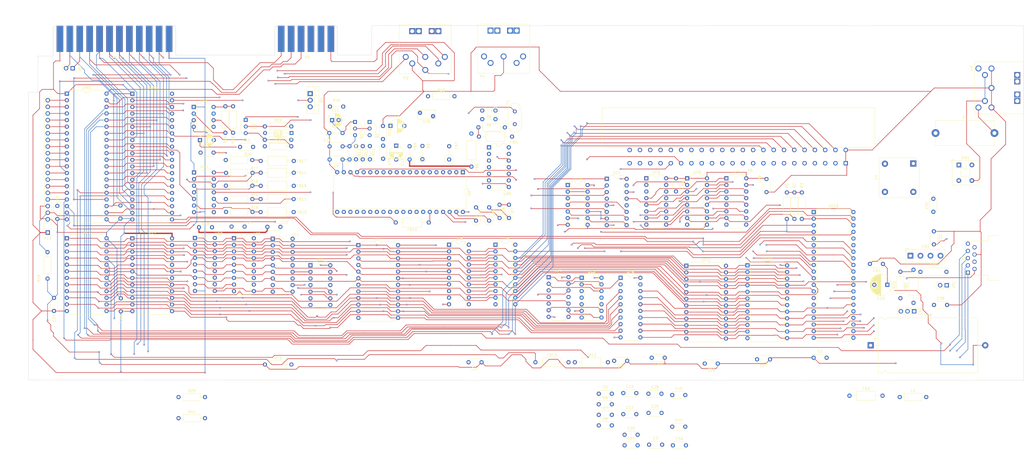
<source format=kicad_pcb>
(kicad_pcb (version 20221018) (generator pcbnew)
  (layers (0 "F.Cu" signal) (31 "B.Cu" signal) (34 "B.Paste" user) (35 "F.Paste" user) (36 "B.SilkS" user "B.Silkscreen") (37 "F.SilkS" user "F.Silkscreen") (38 "B.Mask" user) (39 "F.Mask" user) (44 "Edge.Cuts" user))
  (net 0 "")
  (net 1 "Net-(UB7-COMP-S)")
  (net 2 "Net-(Q1-B)")
  (net 3 "Net-(Q1-E)")
  (net 4 "Net-(C13-Pad1)")
  (net 5 "Net-(C13-Pad2)")
  (net 6 "Net-(Q1-C)")
  (net 7 "Net-(Q2-B)")
  (net 8 "Net-(C17-Pad2)")
  (net 9 "Net-(P5-Pin_9)")
  (net 10 "Net-(P5-Pin_5)")
  (net 11 "Net-(C31-Pad2)")
  (net 12 "Net-(CR2-+)")
  (net 13 "Net-(UB6-TR)")
  (net 14 "Net-(UB6-DIS)")
  (net 15 "Net-(Q3-B)")
  (net 16 "Net-(C48-Pad1)")
  (net 17 "Net-(C48-Pad2)")
  (net 18 "Net-(CN1-Pin_1)")
  (net 19 "Net-(CN1-Pin_2)")
  (net 20 "Net-(CR1-K)")
  (net 21 "9VACout")
  (net 22 "Net-(FB1-Pad2)")
  (net 23 "Net-(FB3-Pad2)")
  (net 24 "Net-(UB7-Ф1IN)")
  (net 25 "Net-(UB7-Ф2IN)")
  (net 26 "Net-(UB7-COMP-C)")
  (net 27 "Net-(UB7-PФ1)")
  (net 28 "Net-(UD8-CE)")
  (net 29 "Net-(UE10-Ø0(IN))")
  (net 30 "Net-(FB11-Pad2)")
  (net 31 "Net-(FB12-Pad1)")
  (net 32 "SO1")
  (net 33 "SO2")
  (net 34 "Net-(FB13-Pad2)")
  (net 35 "Serial_4")
  (net 36 "Net-(UAB3-PA0)")
  (net 37 "Serial_3")
  (net 38 "Net-(P1-ATN-IN)")
  (net 39 "Serial_5")
  (net 40 "Net-(UAB3-PA1)")
  (net 41 "Net-(P6-~{RES})")
  (net 42 "Serial_6")
  (net 43 "Net-(L4-Pad1)")
  (net 44 "JOY0")
  (net 45 "JOY1")
  (net 46 "JOY2")
  (net 47 "L-PEN")
  (net 48 "Net-(P1-CSWITCH)")
  (net 49 "Net-(Q4-E)")
  (net 50 "Net-(UAB1-CA1)")
  (net 51 "Net-(UAB1-PB3)")
  (net 52 "Serial_1")
  (net 53 "JOY3")
  (net 54 "/CD0")
  (net 55 "/CD1")
  (net 56 "/CD2")
  (net 57 "/CD3")
  (net 58 "/CD4")
  (net 59 "/CD5")
  (net 60 "/CD6")
  (net 61 "/CD7")
  (net 62 "BLK1")
  (net 63 "BLK2")
  (net 64 "BLK3")
  (net 65 "BLK5")
  (net 66 "RAM1")
  (net 67 "RAM2")
  (net 68 "RAM3")
  (net 69 "VRW")
  (net 70 "CRW")
  (net 71 "IRQ")
  (net 73 "9VACin")
  (net 74 "Net-(UAB3-CA1)")
  (net 75 "Net-(UAB1-PB6)")
  (net 76 "Net-(UAB1-PB5)")
  (net 77 "Net-(UAB1-PB4)")
  (net 78 "Net-(UAB1-PB2)")
  (net 79 "Net-(UAB1-PB1)")
  (net 80 "Net-(UAB1-PB0)")
  (net 81 "Net-(UAB1-PA7)")
  (net 82 "Net-(UAB1-PA6)")
  (net 83 "Net-(UAB1-PA5)")
  (net 84 "Net-(UAB1-PA4)")
  (net 85 "Net-(UAB1-PA3)")
  (net 86 "Net-(UAB1-PA2)")
  (net 87 "Net-(UAB1-PA1)")
  (net 88 "Net-(UAB1-PA0)")
  (net 89 "NMI")
  (net 90 "Net-(UE10-RDY)")
  (net 91 "Net-(R5-Pad1)")
  (net 92 "Net-(R5-Pad2)")
  (net 93 "CENB")
  (net 94 "Net-(UAB3-CA2)")
  (net 95 "AUDIO_IN")
  (net 96 "Net-(UB7-SYCLU)")
  (net 99 "/VA7")
  (net 100 "/VA6")
  (net 101 "/VA5")
  (net 102 "/VA4")
  (net 103 "/VA3")
  (net 104 "/VA2")
  (net 105 "/VA1")
  (net 106 "/VA0")
  (net 107 "/BD0")
  (net 108 "/BD1")
  (net 109 "/BD2")
  (net 110 "/BD3")
  (net 111 "/BD4")
  (net 112 "/BD5")
  (net 113 "/BD6")
  (net 114 "/BD7")
  (net 115 "Net-(U14-~{CS})")
  (net 116 "/VA10")
  (net 117 "/VA9")
  (net 118 "/VA8")
  (net 119 "Net-(U15-~{CS})")
  (net 120 "Net-(UAB1-CB2)")
  (net 121 "Net-(UAB1-~{CS2})")
  (net 122 "/CA4")
  (net 123 "/CA3")
  (net 124 "/CA2")
  (net 125 "/CA1")
  (net 126 "/CA0")
  (net 127 "Net-(UAB1-CA2)")
  (net 128 "Net-(UAB3-PA7)")
  (net 129 "Net-(P1-PB0)")
  (net 130 "Net-(P1-PB1)")
  (net 131 "Net-(P1-PB2)")
  (net 132 "Net-(P1-PB3)")
  (net 133 "Net-(P1-PB4)")
  (net 134 "Net-(P1-PB5)")
  (net 135 "Net-(P1-PB6)")
  (net 136 "Net-(P1-PB7)")
  (net 137 "Net-(P1-CB1)")
  (net 138 "Net-(P1-CB2)")
  (net 139 "Net-(UB6-Q)")
  (net 142 "/VD11")
  (net 143 "/VD10")
  (net 144 "/VD9")
  (net 145 "/VD8")
  (net 146 "/VA11")
  (net 147 "/VA12")
  (net 148 "/VA13")
  (net 150 "Net-(UC2-Pad1)")
  (net 151 "Net-(UC2-Pad2)")
  (net 152 "Net-(UE1-CS)")
  (net 153 "BLK0")
  (net 154 "Net-(UC2-Pad6)")
  (net 155 "COLOR")
  (net 156 "Net-(UC6-O5)")
  (net 157 "Net-(UC2-Pad13)")
  (net 158 "Net-(UE10-Ø1(OUT))")
  (net 159 "Net-(UE10-Ø2(OUT))")
  (net 160 "Net-(UC4-E1)")
  (net 161 "Net-(UC4-O7)")
  (net 162 "Net-(UC4-O6)")
  (net 163 "Net-(UC4-O5)")
  (net 164 "Net-(UC4-O4)")
  (net 165 "Net-(UC4-O0)")
  (net 166 "/CA13")
  (net 167 "/CA14")
  (net 168 "/CA15")
  (net 169 "BLK7")
  (net 170 "BLK6")
  (net 171 "BLK4")
  (net 172 "/CA10")
  (net 173 "/CA12")
  (net 174 "IO3")
  (net 175 "IO2")
  (net 180 "/CA5")
  (net 181 "/CA6")
  (net 182 "/CA7")
  (net 183 "Net-(UF8-CE)")
  (net 185 "/CA9")
  (net 186 "/CA8")
  (net 191 "VIDEO_3")
  (net 192 "VIDEO_4")
  (net 193 "Net-(FB5-Pad2)")
  (net 194 "Net-(FB4-Pad2)")
  (net 195 "GND")
  (net 196 "+5V")
  (net 197 "Net-(F1-Pad1)")
  (net 198 "Net-(UB9E-VCC)")
  (net 199 "Net-(UB7-VCC)")
  (net 200 "Net-(JP2-Pin_1)")
  (net 201 "Net-(JP2-Pin_2)")
  (footprint "Commodore:VC20_CASSETTE" (layer "F.Cu") (at 117.3988 83.5914)
    (fp_text reference "P2")
    (fp_text value "CONN_Cassette")
    (fp_line (start 0 -10.541) (end 0 0) (stroke (width 0.12)) (layer "Edge.Cuts"))
    (fp_line (start 0.762 -11.303) (end 0 -10.541) (stroke (width 0.12)) (layer "Edge.Cuts"))
    (fp_line (start 15.24 -11.303) (end 0.762 -11.303) (stroke (width 0.12)) (layer "Edge.Cuts"))
    (fp_line (start 15.24 -11.303) (end 15.24 -1.27) (stroke (width 0.12)) (layer "Edge.Cuts"))
    (fp_line (start 15.24 -1.27) (end 16.51 -1.27) (stroke (width 0.12)) (layer "Edge.Cuts"))
    (fp_line (start 16.51 -1.27) (end 16.51 -11.303) (stroke (width 0.12)) (layer "Edge.Cuts"))
    (fp_line (start 23.495 -11.303) (end 16.51 -11.303) (stroke (width 0.12)) (layer "Edge.Cuts"))
    (fp_line (start 24.13 -10.668) (end 23.495 -11.303) (stroke (width 0.12)) (layer "Edge.Cuts"))
    (fp_line (start 24.13 0) (end 24.13 -10.668) (stroke (width 0.12)) (layer "Edge.Cuts"))
  )
  (footprint "Package_DIP:DIP-16_W7.62mm" (layer "F.Cu") (at 260.096 130.9116)
    (fp_text reference "UC6")
    (fp_text value "74LS138")
  )
  (footprint "Diode_THT:Diode_Bridge_Vishay_KBPM" (layer "F.Cu") (at 361.4744 160.6352)
    (fp_text reference "CR2")
    (fp_text value "DBA10B")
  )
  (footprint "Resistor_THT:R_Axial_DIN0207_L6.3mm_D2.5mm_P10.16mm_Horizontal" (layer "F.Cu") (at 113.6904 202.3872)
    (fp_text reference "R15")
    (fp_text value "1k")
  )
  (footprint "Resistor_THT:R_Axial_DIN0207_L6.3mm_D2.5mm_P10.16mm_Horizontal" (layer "F.Cu") (at 98.7044 133.7564)
    (fp_text reference "R19")
    (fp_text value "1K")
  )
  (footprint "Resistor_THT:R_Axial_DIN0207_L6.3mm_D2.5mm_P10.16mm_Horizontal" (layer "F.Cu") (at 176.276 99.4156)
    (fp_text reference "R10")
    (fp_text value "1k")
  )
  (footprint "Commodore:VC20_EXPANSIONPORT" (layer "F.Cu") (at 281.7686 116.484401 90)
    (fp_text reference "P6")
    (fp_text value "Expansion Port")
  )
  (footprint "Resistor_THT:R_Axial_DIN0207_L6.3mm_D2.5mm_P10.16mm_Horizontal" (layer "F.Cu") (at 316.9412 136.3472 -90)
    (fp_text reference "R2")
    (fp_text value "2K2")
  )
  (footprint "Button_Switch_THT:SW_Push_2P1T_Toggle_CK_PVA1xxH1xxxxxxV2" (layer "F.Cu") (at 380.064 125.7808)
    (fp_text reference "SW1")
    (fp_text value "SW_DPST")
  )
  (footprint "Resistor_THT:R_Axial_DIN0207_L6.3mm_D2.5mm_P5.08mm_Vertical" (layer "F.Cu") (at 138.655 103.378)
    (fp_text reference "R40")
    (fp_text value "1k")
  )
  (footprint "Inductor_THT:L_Axial_L6.6mm_D2.7mm_P10.16mm_Horizontal_Vishay_IM-2" (layer "F.Cu") (at 195.6308 111.3536)
    (fp_text reference "L1")
    (fp_text value "2u2")
  )
  (footprint "Capacitor_THT:C_Disc_D4.7mm_W2.5mm_P5.00mm" (layer "F.Cu") (at 93.3704 149.7076 180)
    (fp_text reference "C18")
    (fp_text value "100n")
  )
  (footprint "Capacitor_THT:C_Disc_D4.7mm_W2.5mm_P5.00mm" (layer "F.Cu") (at 159.004 110.8348 -90)
    (fp_text reference "C12")
    (fp_text value "100n")
  )
  (footprint "Connector_PinHeader_2.54mm:PinHeader_1x21_P2.54mm_Vertical" (layer "F.Cu") (at 30.3276 151.7396 180)
    (fp_text reference "P10")
    (fp_text value "Keyboard")
  )
  (footprint "Inductor_THT:L_Axial_L7.0mm_D3.3mm_P12.70mm_Horizontal_Fastron_MICC" (layer "F.Cu") (at 124.714 143.8656 180)
    (fp_text reference "FB15")
    (fp_text value "Ferrite_Bead_Small")
  )
  (footprint "Connector_PinSocket_2.54mm:PinSocket_1x02_P2.54mm_Vertical" (layer "F.Cu") (at 375.412 171.958 -90)
    (fp_text reference "JP1")
    (fp_text value "power")
  )
  (footprint "Resistor_THT:R_Axial_DIN0207_L6.3mm_D2.5mm_P10.16mm_Horizontal" (layer "F.Cu") (at 98.7552 128.8288)
    (fp_text reference "R17")
    (fp_text value "1K")
  )
  (footprint "Package_TO_SOT_THT:TO-220-3_Vertical" (layer "F.Cu") (at 131.064 98.3996 -90)
    (fp_text reference "Q4")
    (fp_text value "2SD880")
  )
  (footprint "Resistor_THT:R_Axial_DIN0207_L6.3mm_D2.5mm_P10.16mm_Horizontal" (layer "F.Cu") (at 98.5012 103.2764 -90)
    (fp_text reference "R24")
    (fp_text value "220k")
  )
  (footprint "Inductor_THT:L_Axial_L7.0mm_D3.3mm_P5.08mm_Vertical_Fastron_MICC" (layer "F.Cu") (at 199.7456 147.154 90)
    (fp_text reference "FB4")
    (fp_text value "Ferrite_Bead_Small")
  )
  (footprint "Package_DIP:DIP-8_W7.62mm" (layer "F.Cu") (at 86.36 103.5304)
    (fp_text reference "UB6")
    (fp_text value "LM555")
  )
  (footprint "Diode_THT:D_DO-34_SOD68_P10.16mm_Horizontal" (layer "F.Cu") (at 123.9012 113.538 180)
    (fp_text reference "CR1")
    (fp_text value "6v8")
  )
  (footprint "Capacitor_THT:C_Disc_D4.7mm_W2.5mm_P5.00mm" (layer "F.Cu") (at 88.98 121.0564)
    (fp_text reference "C41")
    (fp_text value "100n")
  )
  (footprint "Inductor_THT:L_Axial_L7.0mm_D3.3mm_P12.70mm_Horizontal_Fastron_MICC" (layer "F.Cu") (at 124.7648 124.2568 180)
    (fp_text reference "FB17")
    (fp_text value "Ferrite_Bead_Small")
  )
  (footprint "Capacitor_THT:C_Disc_D4.7mm_W2.5mm_P5.00mm" (layer "F.Cu") (at 370.2812 143.7748 90)
    (fp_text reference "C31")
    (fp_text value "220n")
  )
  (footprint "Inductor_THT:L_Axial_L7.0mm_D3.3mm_P5.08mm_Vertical_Fastron_MICC" (layer "F.Cu") (at 184.404 123.6844 90)
    (fp_text reference "FB7")
    (fp_text value "Ferrite_Bead_Small")
  )
  (footprint "Package_DIP:DIP-14_W7.62mm" (layer "F.Cu") (at 131.1656 164.2872)
    (fp_text reference "UD1")
    (fp_text value "4066")
  )
  (footprint "Package_DIP:DIP-14_W7.62mm" (layer "F.Cu") (at 235.2648 169.1082)
    (fp_text reference "UC3")
    (fp_text value "74LS02")
  )
  (footprint "Capacitor_THT:C_Disc_D4.7mm_W2.5mm_P5.00mm" (layer "F.Cu") (at 260.898 213.614)
    (fp_text reference "C28")
    (fp_text value "100n")
  )
  (footprint "Package_TO_SOT_THT:TO-92_Inline_Wide" (layer "F.Cu") (at 148.2808 109.2708 -90)
    (fp_text reference "Q1")
    (fp_text value "2SC1815")
  )
  (footprint "Resistor_THT:R_Axial_DIN0207_L6.3mm_D2.5mm_P10.16mm_Horizontal" (layer "F.Cu") (at 101.4476 103.2764 -90)
    (fp_text reference "R25")
    (fp_text value "150k")
  )
  (footprint "Package_DIP:DIP-20_W7.62mm" (layer "F.Cu") (at 250.2 169.1182)
    (fp_text reference "UF8")
    (fp_text value "74LS245")
  )
  (footprint "Diode_THT:Diode_Bridge_15.2x15.2x6.3mm_P10.9mm" (layer "F.Cu") (at 362.599 125.2334 -90)
    (fp_text reference "L4")
    (fp_text value "1m5")
  )
  (footprint "Package_DIP:DIP-24_W15.24mm" (layer "F.Cu") (at 62.7888 153.9748)
    (fp_text reference "U14")
    (fp_text value "M58725")
  )
  (footprint "Resistor_THT:R_Axial_DIN0207_L6.3mm_D2.5mm_P5.08mm_Vertical" (layer "F.Cu") (at 153.9748 123.6254 90)
    (fp_text reference "R11")
    (fp_text value "1k8")
  )
  (footprint "Capacitor_THT:C_Disc_D4.7mm_W2.5mm_P5.00mm" (layer "F.Cu") (at 196.85 201.5236 180)
    (fp_text reference "C47")
    (fp_text value "100n")
  )
  (footprint "Capacitor_THT:C_Disc_D4.7mm_W2.5mm_P5.00mm" (layer "F.Cu") (at 307.594 200.406 180)
    (fp_text reference "C27")
    (fp_text value "100n")
  )
  (footprint "Resistor_THT:R_Axial_DIN0207_L6.3mm_D2.5mm_P10.16mm_Horizontal" (layer "F.Cu") (at 314.0456 136.3472 -90)
    (fp_text reference "R1")
    (fp_text value "2K2")
  )
  (footprint "Inductor_THT:L_Axial_L7.0mm_D3.3mm_P12.70mm_Horizontal_Fastron_MICC" (layer "F.Cu") (at 124.7648 128.778 180)
    (fp_text reference "FB14")
    (fp_text value "Ferrite_Bead_Small")
  )
  (footprint "Package_DIP:DIP-24_W15.24mm" (layer "F.Cu") (at 37.6428 153.924)
    (fp_text reference "U15")
    (fp_text value "M58725")
  )
  (footprint "Resistor_THT:R_Axial_DIN0207_L6.3mm_D2.5mm_P10.16mm_Horizontal" (layer "F.Cu") (at 113.6396 116.1288)
    (fp_text reference "R21")
    (fp_text value "10k")
  )
  (footprint "Capacitor_THT:C_Disc_D4.7mm_W2.5mm_P5.00mm" (layer "F.Cu") (at 306.2224 131.2056 -90)
    (fp_text reference "C29")
    (fp_text value "100n")
  )
  (footprint "Commodore:DIN-7" (layer "F.Cu") (at 395.5034 96.2768 180)
    (fp_text reference "P7")
    (fp_text value "POWER")
  )
  (footprint "Inductor_THT:L_Axial_L7.0mm_D3.3mm_P12.70mm_Horizontal_Fastron_MICC" (layer "F.Cu") (at 208.534 114.9096 180)
    (fp_text reference "FB3")
    (fp_text value "Ferrite_Bead_Small")
  )
  (footprint "Capacitor_THT:C_Disc_D4.7mm_W2.5mm_P5.00mm" (layer "F.Cu") (at 251.246 213.36)
    (fp_text reference "C13")
    (fp_text value "220p")
  )
  (footprint "Resistor_THT:R_Axial_DIN0207_L6.3mm_D2.5mm_P10.16mm_Horizontal" (layer "F.Cu") (at 98.6536 123.9012)
    (fp_text reference "R26")
    (fp_text value "1k")
  )
  (footprint "Package_TO_SOT_THT:TO-92_Inline_Wide" (layer "F.Cu") (at 106.32 108.5088 -90)
    (fp_text reference "Q3")
    (fp_text value "2SC1815")
  )
  (footprint "Capacitor_THT:C_Disc_D4.7mm_W2.5mm_P5.00mm" (layer "F.Cu") (at 267.168 199.7964 180)
    (fp_text reference "C49")
    (fp_text value "100n")
  )
  (footprint "Capacitor_THT:C_Disc_D4.7mm_W2.5mm_P5.00mm" (layer "F.Cu") (at 105.8672 149.4536 180)
    (fp_text reference "C23")
    (fp_text value "100n")
  )
  (footprint "Capacitor_THT:C_Disc_D4.7mm_W2.5mm_P5.00mm" (layer "F.Cu") (at 143.51 118.658 180)
    (fp_text reference "C10")
    (fp_text value "100n")
  )
  (footprint "Resistor_THT:R_Axial_DIN0207_L6.3mm_D2.5mm_P10.16mm_Horizontal" (layer "F.Cu") (at 30.226 169.418 90)
    (fp_text reference "R16")
    (fp_text value "10k")
  )
  (footprint "Package_DIP:DIP-20_W7.62mm" (layer "F.Cu") (at 184.3532 156.4132)
    (fp_text reference "UE8")
    (fp_text value "74LS245")
  )
  (footprint "Inductor_THT:L_Axial_L7.0mm_D3.3mm_P5.08mm_Vertical_Fastron_MICC" (layer "F.Cu") (at 194.7164 147.1676 90)
    (fp_text reference "FB5")
    (fp_text value "Ferrite_Bead_Small")
  )
  (footprint "Capacitor_THT:C_Disc_D4.7mm_W2.5mm_P5.00mm" (layer "F.Cu") (at 58.2168 146.3548 90)
    (fp_text reference "C30")
    (fp_text value "100n")
  )
  (footprint "Package_TO_SOT_THT:TO-92_Inline_Wide" (layer "F.Cu") (at 153.8688 109.2708 -90)
    (fp_text reference "Q2")
    (fp_text value "2SC1959")
  )
  (footprint "Capacitor_THT:C_Disc_D4.7mm_W2.5mm_P5.00mm" (layer "F.Cu") (at 270.296 233.426)
    (fp_text reference "C50")
    (fp_text value "15P")
  )
  (footprint "Package_DIP:DIP-24_W15.24mm" (layer "F.Cu") (at 275.4376 164.4904)
    (fp_text reference "UE11")
    (fp_text value "2364")
  )
  (footprint "Connector_Dsub:DSUB-9_Male_Horizontal_P2.77x2.54mm_EdgePinOffset9.40mm" (layer "F.Cu") (at 383.544069 167.094 90)
    (fp_text reference "P5")
    (fp_text value "Controller Port")
  )
  (footprint "Resistor_THT:R_Axial_DIN0207_L6.3mm_D2.5mm_P10.16mm_Horizontal" (layer "F.Cu") (at 357.632 176.9364 90)
    (fp_text reference "R23")
    (fp_text value "390R")
  )
  (footprint "Resistor_THT:R_Axial_DIN0207_L6.3mm_D2.5mm_P5.08mm_Vertical" (layer "F.Cu") (at 151.2316 123.6472 90)
    (fp_text reference "R12")
    (fp_text value "27k")
  )
  (footprint "Package_DIP:DIP-20_W7.62mm" (layer "F.Cu") (at 202.184 156.4132)
    (fp_text reference "UD8")
    (fp_text value "74LS245")
  )
  (footprint "Capacitor_THT:C_Disc_D4.7mm_W2.5mm_P5.00mm" (layer "F.Cu") (at 33.9852 146.518 90)
    (fp_text reference "C37")
    (fp_text value "100n")
  )
  (footprint "Capacitor_THT:C_Disc_D4.7mm_W2.5mm_P5.00mm" (layer "F.Cu") (at 119.634 149.5552 180)
    (fp_text reference "C22")
    (fp_text value "100n")
  )
  (footprint "Capacitor_THT:C_Disc_D4.7mm_W2.5mm_P5.00mm" (layer "F.Cu") (at 324.3072 199.7964)
    (fp_text reference "C1")
    (fp_text value "100n")
  )
  (footprint "Inductor_THT:L_Axial_L7.0mm_D3.3mm_P12.70mm_Horizontal_Fastron_MICC" (layer "F.Cu") (at 124.7648 133.8072 180)
    (fp_text reference "FB16")
    (fp_text value "Ferrite_Bead_Small")
  )
  (footprint "Capacitor_THT:C_Disc_D4.7mm_W2.5mm_P5.00mm" (layer "F.Cu") (at 159.0548 118.404 -90)
    (fp_text reference "C16")
    (fp_text value "100n")
  )
  (footprint "Capacitor_THT:C_Rect_L11.0mm_W2.8mm_P10.00mm_MKT" (layer "F.Cu") (at 365.3104 166.8272)
    (fp_text reference "C36")
    (fp_text value "220n")
  )
  (footprint "Capacitor_THT:C_Disc_D4.7mm_W2.5mm_P5.00mm" (layer "F.Cu") (at 261.152 233.172)
    (fp_text reference "C3")
    (fp_text value "100n")
  )
  (footprint "Connector_PinSocket_2.54mm:PinSocket_1x02_P2.54mm_Vertical" (layer "F.Cu") (at 39.878 88.646 -90)
    (fp_text reference "JP2")
    (fp_text value "user")
  )
  (footprint "Capacitor_THT:CP_Axial_L38.0mm_D21.0mm_P44.00mm_Horizontal" (layer "F.Cu") (at 346.1984 195.0212)
    (fp_text reference "C39")
    (fp_text value "220u")
  )
  (footprint "Package_DIP:DIP-40_W15.24mm" (layer "F.Cu") (at 189.6872 128.5748 -90)
    (fp_text reference "UB7")
    (fp_text value "6560")
  )
  (footprint "Fuse:Fuseholder_Cylinder-5x20mm_Stelvio-Kontek_PTF78_Horizontal_Open" (layer "F.Cu") (at 371.1224 113.538)
    (fp_text reference "F1")
    (fp_text value "1A")
  )
  (footprint "Package_DIP:DIP-40_W15.24mm" (layer "F.Cu") (at 37.6428 98.3996)
    (fp_text reference "UAB1")
    (fp_text value "6522")
  )
  (footprint "Package_DIP:DIP-14_W7.62mm" (layer "F.Cu") (at 199.6948 119.0244)
    (fp_text reference "UB9")
    (fp_text value "74LS02")
  )
  (footprint "Resistor_THT:R_Axial_DIN0207_L6.3mm_D2.5mm_P10.16mm_Horizontal" (layer "F.Cu") (at 113.6396 118.618)
    (fp_text reference "R20")
    (fp_text value "1k")
  )
  (footprint "Capacitor_THT:C_Disc_D4.7mm_W2.5mm_P5.00mm" (layer "F.Cu") (at 143.51 123.698 180)
    (fp_text reference "C9")
    (fp_text value "100n")
  )
  (footprint "Package_DIP:DIP-16_W7.62mm" (layer "F.Cu") (at 244.9068 131.1148)
    (fp_text reference "UC4")
    (fp_text value "74LS138")
  )
  (footprint "Connector_PinHeader_2.54mm:PinHeader_1x03_P2.54mm_Vertical" (layer "F.Cu") (at 362.9002 181.9656 -90)
    (fp_text reference "CN1")
    (fp_text value "Conn_01x03_Female")
  )
  (footprint "Inductor_THT:L_Axial_L7.0mm_D3.3mm_P12.70mm_Horizontal_Fastron_MICC" (layer "F.Cu") (at 232.664 201.5236)
    (fp_text reference "FB12")
    (fp_text value "Ferrite_Bead_Small")
  )
  (footprint "Capacitor_THT:C_Disc_D4.7mm_W2.5mm_P5.00mm" (layer "F.Cu") (at 251.754 233.412)
    (fp_text reference "C21")
    (fp_text value "10n")
  )
  (footprint "Capacitor_THT:C_Disc_D4.7mm_W2.5mm_P5.00mm" (layer "F.Cu") (at 287.528 202.0316 180)
    (fp_text reference "C26")
    (fp_text value "100n")
  )
  (footprint "Capacitor_THT:C_Disc_D4.7mm_W2.5mm_P5.00mm" (layer "F.Cu") (at 370.5244 179.5272)
    (fp_text reference "C38")
    (fp_text value "100n")
  )
  (footprint "Capacitor_THT:C_Disc_D4.7mm_W2.5mm_P5.00mm" (layer "F.Cu") (at 241.848 221.714)
    (fp_text reference "C7")
    (fp_text value "2u2")
  )
  (footprint "Capacitor_THT:C_Disc_D4.7mm_W2.5mm_P5.00mm" (layer "F.Cu") (at 104.1292 118.872)
    (fp_text reference "C43")
    (fp_text value "10n")
  )
  (footprint "Capacitor_THT:CP_Radial_D8.0mm_P5.00mm" (layer "F.Cu") (at 352.617851 171.8056 180)
    (fp_text reference "C33")
    (fp_text value "100u")
  )
  (footprint "Resistor_THT:R_Axial_DIN0207_L6.3mm_D2.5mm_P10.16mm_Horizontal" (layer "F.Cu") (at 98.7044 138.8872)
    (fp_text reference "R14")
    (fp_text value "180R")
  )
  (footprint "Package_DIP:DIP-18_W7.62mm" (layer "F.Cu") (at 86.8172 153.8224)
    (fp_text reference "UD2")
    (fp_text value "2114")
  )
  (footprint "Resistor_THT:R_Axial_DIN0207_L6.3mm_D2.5mm_P5.08mm_Vertical" (layer "F.Cu") (at 202.184 108.204 180)
    (fp_text reference "R5")
    (fp_text value "330R")
  )
  (footprint "Crystal:Crystal_HC18-U_Vertical" (layer "F.Cu") (at 209.6008 110.1344 90)
    (fp_text reference "Y1")
    (fp_text value "14.31818")
  )
  (footprint "Capacitor_THT:C_Disc_D4.7mm_W2.5mm_P5.00mm" (layer "F.Cu") (at 260.938 220.98)
    (fp_text reference "C25")
    (fp_text value "100n")
  )
  (footprint "Resistor_THT:R_Axial_DIN0207_L6.3mm_D2.5mm_P5.08mm_Vertical" (layer "F.Cu") (at 207.3656 146.1516 90)
    (fp_text reference "R7")
    (fp_text value "560R")
  )
  (footprint "Capacitor_THT:C_Disc_D4.7mm_W2.5mm_P5.00mm" (layer "F.Cu") (at 271.4752 130.9516 -90)
    (fp_text reference "C45")
    (fp_text value "100n")
  )
  (footprint "Capacitor_THT:C_Disc_D4.7mm_W2.5mm_P5.00mm" (layer "F.Cu") (at 32.7152 176.824 -90)
    (fp_text reference "C24")
    (fp_text value "100n")
  )
  (footprint "Package_DIP:DIP-16_W7.62mm" (layer "F.Cu") (at 275.7524 130.9266)
    (fp_text reference "UD9")
    (fp_text value "74LS133")
  )
  (footprint "Resistor_THT:R_Axial_DIN0207_L6.3mm_D2.5mm_P5.08mm_Vertical" (layer "F.Cu") (at 148.6408 123.6254 90)
    (fp_text reference "R13")
    (fp_text value "270R")
  )
  (footprint "Capacitor_THT:C_Disc_D4.7mm_W2.5mm_P5.00mm" (layer "F.Cu") (at 241.848 225.764)
    (fp_text reference "C8")
    (fp_text value "100n")
  )
  (footprint "Inductor_THT:L_Axial_L7.0mm_D3.3mm_P5.08mm_Vertical_Fastron_MICC" (layer "F.Cu") (at 169.2148 123.6844 90)
    (fp_text reference "FB9")
    (fp_text value "Ferrite_Bead_Small")
  )
  (footprint "Commodore:CP_Radial_D5.0mm_P5.0mm" (layer "F.Cu") (at 164.084 118.4164 -90)
    (fp_text reference "C15")
    (fp_text value "10u")
  )
  (footprint "Package_DIP:DIP-24_W15.24mm" (layer "F.Cu") (at 298.9072 164.338)
    (fp_text reference "UE12")
    (fp_text value "2364")
  )
  (footprint "Package_DIP:DIP-14_W7.62mm" (layer "F.Cu") (at 86.4616 128.6764)
    (fp_text reference "UB4")
    (fp_text value "74LS06")
  )
  (footprint "Resistor_THT:R_Axial_DIN0207_L6.3mm_D2.5mm_P10.16mm_Horizontal" (layer "F.Cu") (at 319.786 136.3472 -90)
    (fp_text reference "R3")
    (fp_text value "2K2")
  )
  (footprint "Commodore:CP_Radial_D5.0mm_P5.0mm" (layer "F.Cu") (at 88.7746 116.2304)
    (fp_text reference "C42")
    (fp_text value "10u")
  )
  (footprint "Capacitor_THT:CP_Radial_D5.0mm_P2.50mm" (layer "F.Cu") (at 139.460088 108.5596)
    (fp_text reference "C11")
    (fp_text value "1u")
  )
  (footprint "Capacitor_THT:C_Disc_D4.7mm_W2.5mm_P5.00mm" (layer "F.Cu") (at 58.3692 176.9872 -90)
    (fp_text reference "C46")
    (fp_text value "100n")
  )
  (footprint "Inductor_THT:L_Axial_L7.0mm_D3.3mm_P12.70mm_Horizontal_Fastron_MICC" (layer "F.Cu") (at 338.074 214.376)
    (fp_text reference "FB2")
    (fp_text value "Ferrite_Bead_Small")
  )
  (footprint "Resistor_THT:R_Axial_DIN0207_L6.3mm_D2.5mm_P5.08mm_Vertical" (layer "F.Cu") (at 146.1516 123.6762 90)
    (fp_text reference "R8")
    (fp_text value "1k")
  )
  (footprint "Inductor_THT:L_Axial_L7.0mm_D3.3mm_P12.70mm_Horizontal_Fastron_MICC" (layer "F.Cu") (at 362.6612 178.7144 90)
    (fp_text reference "FB1")
    (fp_text value "Ferrite_Bead_Small")
  )
  (footprint "Package_DIP:DIP-24_W15.24mm" (layer "F.Cu") (at 149.5552 156.5656)
    (fp_text reference "UD7")
    (fp_text value "2332")
  )
  (footprint "Capacitor_THT:C_Disc_D4.7mm_W2.5mm_P5.00mm" (layer "F.Cu") (at 241.848 213.614)
    (fp_text reference "C5")
    (fp_text value "470n")
  )
  (footprint "Package_DIP:DIP-16_W7.62mm" (layer "F.Cu") (at 290.83 130.9116)
    (fp_text reference "UC5")
    (fp_text value "74LS138")
  )
  (footprint "Package_DIP:DIP-40_W15.24mm" (layer "F.Cu") (at 324.358 143.8656)
    (fp_text reference "UE10")
    (fp_text value "6502")
  )
  (footprint "Capacitor_THT:C_Disc_D4.7mm_W2.5mm_P5.00mm" (layer "F.Cu") (at 370.4844 151.2716 -90)
    (fp_text reference "C32")
    (fp_text value "220n")
  )
  (footprint "Capacitor_THT:C_Disc_D4.7mm_W2.5mm_P5.00mm" (layer "F.Cu") (at 270.042 214.122)
    (fp_text reference "C40")
    (fp_text value "100n")
  )
  (footprint "Commodore:CP_Radial_D5.0mm_P5.0mm" (layer "F.Cu") (at 161.9012 110.7948)
    (fp_text reference "C4")
    (fp_text value "2u2")
  )
  (footprint "Resistor_THT:R_Axial_DIN0207_L6.3mm_D2.5mm_P10.16mm_Horizontal" (layer "F.Cu") (at 113.6396 110.998)
    (fp_text reference "R22")
    (fp_text value "1k")
  )
  (footprint "Resistor_THT:R_Axial_DIN0207_L6.3mm_D2.5mm_P5.08mm_Vertical" (layer "F.Cu") (at 138.401 113.538)
    (fp_text reference "R27")
    (fp_text value "470")
  )
  (footprint "Package_DIP:DIP-18_W7.62mm" (layer "F.Cu") (at 116.6876 154.1272)
    (fp_text reference "UE1")
    (fp_text value "2114")
  )
  (footprint "Package_DIP:DIP-40_W15.24mm" (layer "F.Cu") (at 62.7888 98.4504)
    (fp_text reference "UAB3")
    (fp_text value "6522")
  )
  (footprint "Commodore:DIN-6" (layer "F.Cu") (at 175.3184 81.7372 -90)
    (fp_text reference "P3")
    (fp_text value "SERIAL")
  )
  (footprint "Resistor_THT:R_Axial_DIN0207_L6.3mm_D2.5mm_P5.08mm_Vertical" (layer "F.Cu") (at 203.7588 146.1516 90)
    (fp_text reference "R28")
    (fp_text value "560R")
  )
  (footprint "Capacitor_THT:C_Disc_D4.7mm_W2.5mm_P5.00mm" (layer "F.Cu") (at 252.73 200.9648 180)
    (fp_text reference "C2")
    (fp_text value "100n")
  )
  (footprint "Resistor_THT:R_Axial_DIN0207_L6.3mm_D2.5mm_P10.16mm_Horizontal" (layer "F.Cu") (at 80.518 222.998)
    (fp_text reference "R41")
    (fp_text value "240")
  )
  (footprint "Capacitor_THT:C_Disc_D4.7mm_W2.5mm_P5.00mm" (layer "F.Cu") (at 270.042 226.272)
    (fp_text reference "C44")
    (fp_text value "100n")
  )
  (footprint "Inductor_THT:L_Axial_L7.0mm_D3.3mm_P12.70mm_Horizontal_Fastron_MICC" (layer "F.Cu") (at 217.5256 201.5236)
    (fp_text reference "FB13")
    (fp_text value "Ferrite_Bead_Small")
  )
  (footprint "Varistor:RV_Disc_D7mm_W3.4mm_P5mm" (layer "F.Cu") (at 173.2064 105.7864)
    (fp_text reference "C48")
    (fp_text value "20P")
  )
  (footprint "Inductor_THT:L_Axial_L7.0mm_D3.3mm_P12.70mm_Horizontal_Fastron_MICC" (layer "F.Cu") (at 192.9384 113.7412 -90)
    (fp_text reference "FB6")
    (fp_text value "Ferrite_Bead_Small")
  )
  (footprint "Resistor_THT:R_Axial_DIN0207_L6.3mm_D2.5mm_P5.08mm_Vertical" (layer "F.Cu") (at 174.1424 123.5746 90)
    (fp_text reference "R9")
    (fp_text value "510R")
  )
  (footprint "Inductor_THT:L_Axial_L7.0mm_D3.3mm_P12.70mm_Horizontal_Fastron_MICC" (layer "F.Cu") (at 176.5808 147.8788 180)
    (fp_text reference "FB10")
    (fp_text value "Ferrite_Bead_Small")
  )
  (footprint "Capacitor_THT:C_Disc_D4.7mm_W2.5mm_P5.00mm" (layer "F.Cu") (at 241.848 217.664)
    (fp_text reference "C6")
    (fp_text value "470n")
  )
  (footprint "Resistor_THT:R_Axial_DIN0207_L6.3mm_D2.5mm_P5.08mm_Vertical" (layer "F.Cu") (at 202.184 104.902 180)
    (fp_text reference "R6")
    (fp_text value "330R")
  )
  (footprint "Package_DIP:DIP-18_W7.62mm" (layer "F.Cu") (at 101.8032 153.924)
    (fp_text reference "UE2")
    (fp_text value "2114")
  )
  (footprint "Inductor_THT:L_Axial_L7.0mm_D3.3mm_P12.70mm_Horizontal_Fastron_MICC" (layer "F.Cu") (at 112.014 138.8872)
    (fp_text reference "FB11")
    (fp_text value "Ferrite_Bead_Small")
  )
  (footprint "Capacitor_THT:C_Disc_D4.7mm_W2.5mm_P5.00mm" (layer "F.Cu") (at 251.246 221.46)
    (fp_text reference "C17")
    (fp_text value "47u")
  )
  (footprint "Resistor_THT:R_Axial_DIN0207_L6.3mm_D2.5mm_P10.16mm_Horizontal" (layer "F.Cu") (at 80.518 214.898)
    (fp_text reference "R29")
    (fp_text value "1k")
  )
  (footprint "Package_DIP:DIP-14_W7.62mm" (layer "F.Cu") (at 229.9308 133.4974)
    (fp_text reference "U13")
    (fp_text value "74LS08")
  )
  (footprint "Inductor_THT:L_Axial_L6.6mm_D2.7mm_P10.16mm_Horizontal_Vishay_IM-2" (layer "F.Cu") (at 357.378 214.884)
    (fp_text reference "L3")
    (fp_text value "2u")
  )
  (footprint "Resistor_THT:R_Axial_DIN0207_L6.3mm_D2.5mm_P10.16mm_Horizontal" (layer "F.Cu") (at 98.7552 143.8148)
    (fp_text reference "R18")
    (fp_text value "1K")
  )
  (footprint "Commodore:VC20_USERPORT" (layer "F.Cu") (at 32.4305 83.5914)
    (fp_text reference "P1")
    (fp_text value "User Port")
    (fp_line (start 0 -10.541) (end 0 0) (stroke (width 0.12)) (layer "Edge.Cuts"))
    (fp_line (start 0.762 -11.303) (end 0 -10.541) (stroke (width 0.12)) (layer "Edge.Cuts"))
    (fp_line (start 7.62 -11.303) (end 0.762 -11.303) (stroke (width 0.12)) (layer "Edge.Cuts"))
    (fp_line (start 7.62 -1.27) (end 7.62 -11.303) (stroke (width 0.12)) (layer "Edge.Cuts"))
    (fp_line (start 8.89 -11.303) (end 8.89 -1.27) (stroke (width 0.12)) (layer "Edge.Cuts"))
    (fp_line (start 8.89 -1.27) (end 7.62 -1.27) (stroke (width 0.12)) (layer "Edge.Cuts"))
    (fp_line (start 41.91 -11.303) (end 8.89 -11.303) (stroke (width 0.12)) (layer "Edge.Cuts"))
    (fp_line (start 41.91 -1.27) (end 41.91 -11.303) (stroke (width 0.12)) (layer "Edge.Cuts"))
    (fp_line (start 43.18 -11.303) (end 43.18 -1.27) (stroke (width 0.12)) (layer "Edge.Cuts"))
    (fp_line (start 43.18 -1.27) (end 41.91 -1.27) (stroke (width 0.12)) (layer "Edge.Cuts"))
    (fp_line (start 46.355 -11.303) (end 43.18 -11.303) (stroke (width 0.12)) (layer "Edge.Cuts"))
    (fp_line (start 46.99 -10.668) (end 46.355 -11.303) (stroke (width 0.12)) (layer "Edge.Cuts"))
    (fp_line (start 46.99 0) (end 46.99 -10.668) (stroke (width 0.12)) (layer "Edge.Cuts"))
  )
  (footprint "Capacitor_THT:C_Disc_D4.7mm_W2.5mm_P5.00mm" (layer "F.Cu") (at 251.754 229.362)
    (fp_text reference "C20")
    (fp_text value "10n")
  )
  (footprint "Commodore:DIN-5" (layer "F.Cu") (at 204.8262 81.0998 -90)
    (fp_text reference "P4")
    (fp_text value "Audio / Video")
  )
  (footprint "Package_DIP:DIP-14_W7.62mm" (layer "F.Cu") (at 222.6056 168.8592)
    (fp_text reference "UC2")
    (fp_text value "74LS04")
  )
  (footprint "Capacitor_THT:C_Disc_D4.7mm_W2.5mm_P5.00mm" (layer "F.Cu") (at 350.9264 163.7792 180)
    (fp_text reference "C34")
    (fp_text value "220n")
  )
  (gr_line (start 154.6352 83.5914) (end 154.6352 72.39) (stroke (width 0.1)) (layer "Edge.Cuts"))
  (gr_line (start 26.5684 83.9724) (end 32.4305 83.9724) (stroke (width 0.1)) (layer "Edge.Cuts"))
  (gr_line (start 405.0284 72.3392) (end 405.0284 208.4832) (stroke (width 0.1)) (layer "Edge.Cuts"))
  (gr_line (start 154.6352 83.5914) (end 141.5288 83.5914) (stroke (width 0.1)) (layer "Edge.Cuts"))
  (gr_line (start 22.9108 208.3308) (end 22.9108 97.892687) (stroke (width 0.1)) (layer "Edge.Cuts"))
  (gr_line (start 32.4305 83.9724) (end 32.4305 83.5914) (stroke (width 0.1)) (layer "Edge.Cuts"))
  (gr_line (start 26.5684 97.892687) (end 26.5684 83.9724) (stroke (width 0.1)) (layer "Edge.Cuts"))
  (gr_line (start 405.0284 208.4832) (end 22.9108 208.3308) (stroke (width 0.1)) (layer "Edge.Cuts"))
  (gr_line (start 79.4205 83.5914) (end 117.3988 83.5914) (stroke (width 0.1)) (layer "Edge.Cuts"))
  (gr_line (start 154.6352 72.39) (end 405.0284 72.3392) (stroke (width 0.1)) (layer "Edge.Cuts"))
  (gr_line (start 22.9108 97.892687) (end 26.568785 97.892687) (stroke (width 0.1)) (layer "Edge.Cuts"))
  (segment (start 143.51 128.1176) (end 143.9672 128.5748) (width 0.2) (layer "B.Cu") (net 1))
  (segment (start 146.1516 123.6762) (end 143.5318 123.6762) (width 0.2) (layer "B.Cu") (net 1))
  (segment (start 143.51 123.698) (end 143.51 128.1176) (width 0.2) (layer "B.Cu") (net 1))
  (segment (start 143.5318 123.6762) (end 143.51 123.698) (width 0.2) (layer "B.Cu") (net 1))
  (segment (start 143.5718 118.5962) (end 143.51 118.658) (width 0.2) (layer "B.Cu") (net 2))
  (segment (start 146.1516 118.5962) (end 143.5718 118.5962) (width 0.2) (layer "B.Cu") (net 2))
  (segment (start 148.2808 114.3508) (end 148.2808 116.467) (width 0.2) (layer "B.Cu") (net 2))
  (segment (start 148.2808 116.467) (end 146.1516 118.5962) (width 0.2) (layer "B.Cu") (net 2))
  (segment (start 144.78 110.998) (end 146.5072 109.2708) (width 0.2) (layer "F.Cu") (net 3))
  (segment (start 146.5072 109.2708) (end 148.2808 109.2708) (width 0.2) (layer "F.Cu") (net 3))
  (segment (start 144.78 112.239) (end 144.78 110.998) (width 0.2) (layer "F.Cu") (net 3))
  (segment (start 143.481 113.538) (end 144.78 112.239) (width 0.2) (layer "F.Cu") (net 3))
  (segment (start 139.460088 108.5596) (end 139.460088 109.517088) (width 0.2) (layer "B.Cu") (net 3))
  (segment (start 139.460088 109.517088) (end 143.481 113.538) (width 0.2) (layer "B.Cu") (net 3))
  (segment (start 148.2808 111.8108) (end 153.8688 111.8108) (width 0.2) (layer "F.Cu") (net 6))
  (segment (start 197.5104 128.6256) (end 198.2724 127.8636) (width 0.2) (layer "F.Cu") (net 9))
  (segment (start 198.2724 127.8636) (end 210.0072 127.8636) (width 0.2) (layer "F.Cu") (net 9))
  (segment (start 149.0472 128.5748) (end 150.2664 127.3556) (width 0.2) (layer "F.Cu") (net 9))
  (segment (start 210.0072 127.8636) (end 210.1088 127.762) (width 0.2) (layer "F.Cu") (net 9))
  (segment (start 150.2664 127.3556) (end 190.6524 127.3556) (width 0.2) (layer "F.Cu") (net 9))
  (segment (start 191.9224 128.6256) (end 197.5104 128.6256) (width 0.2) (layer "F.Cu") (net 9))
  (segment (start 190.6524 127.3556) (end 191.9224 128.6256) (width 0.2) (layer "F.Cu") (net 9))
  (via (at 210.1088 127.762) (size 0.6) (drill 0.3) (layers "F.Cu" "B.Cu") (net 9))
  (segment (start 146.5072 128.5748) (end 148.0312 130.0988) (width 0.2) (layer "F.Cu") (net 10))
  (segment (start 149.8424 130.2844) (end 208.872 130.2844) (width 0.2) (layer "F.Cu") (net 10))
  (segment (start 149.6568 130.0988) (end 149.8424 130.2844) (width 0.2) (layer "F.Cu") (net 10))
  (segment (start 208.872 130.2844) (end 210.1088 131.5212) (width 0.2) (layer "F.Cu") (net 10))
  (segment (start 148.0312 130.0988) (end 149.6568 130.0988) (width 0.2) (layer "F.Cu") (net 10))
  (via (at 210.1088 131.5212) (size 0.6) (drill 0.3) (layers "F.Cu" "B.Cu") (net 10))
  (segment (start 130.9116 100.9904) (end 126.4412 100.9904) (width 0.2) (layer "F.Cu") (net 12))
  (via (at 126.4412 100.9904) (size 0.6) (drill 0.3) (layers "F.Cu" "B.Cu") (net 12))
  (segment (start 86.36 106.0704) (end 93.726 113.4364) (width 0.2) (layer "F.Cu") (net 13))
  (segment (start 93.726 113.4364) (end 98.5012 113.4364) (width 0.2) (layer "F.Cu") (net 13))
  (segment (start 88.7476 118.4656) (end 89.2048 118.9228) (width 0.2) (layer "F.Cu") (net 14))
  (segment (start 88.7476 116.2304) (end 88.7476 118.4656) (width 0.2) (layer "F.Cu") (net 14))
  (segment (start 89.2048 118.9228) (end 102.87 118.9228) (width 0.2) (layer "F.Cu") (net 14))
  (segment (start 96.6216 108.6104) (end 101.4476 113.4364) (width 0.2) (layer "F.Cu") (net 14))
  (segment (start 93.98 108.6104) (end 96.6216 108.6104) (width 0.2) (layer "F.Cu") (net 14))
  (segment (start 123.7996 118.618) (end 121.2596 116.078) (width 0.2) (layer "F.Cu") (net 15))
  (segment (start 111.0996 113.5888) (end 106.32 113.5888) (width 0.2) (layer "F.Cu") (net 15))
  (segment (start 121.2596 116.078) (end 113.6904 116.078) (width 0.2) (layer "F.Cu") (net 15))
  (segment (start 113.6396 116.1288) (end 111.0996 113.5888) (width 0.2) (layer "F.Cu") (net 15))
  (segment (start 113.6904 116.078) (end 113.6396 116.1288) (width 0.2) (layer "F.Cu") (net 15))
  (segment (start 209.6008 105.2344) (end 207.9984 103.632) (width 0.2) (layer "F.Cu") (net 16))
  (segment (start 194.1576 103.632) (end 191.8716 105.918) (width 0.2) (layer "F.Cu") (net 16))
  (segment (start 207.9984 103.632) (end 204.9272 103.632) (width 0.2) (layer "F.Cu") (net 16))
  (segment (start 204.9272 103.632) (end 194.1576 103.632) (width 0.2) (layer "F.Cu") (net 16))
  (via (at 191.8716 105.918) (size 0.6) (drill 0.3) (layers "F.Cu" "B.Cu") (net 16))
  (segment (start 205.3336 132.9436) (end 197.2564 132.9436) (width 0.2) (layer "F.Cu") (net 17))
  (segment (start 205.994 132.9436) (end 205.3336 132.9436) (width 0.2) (layer "F.Cu") (net 17))
  (segment (start 207.3148 134.2644) (end 205.994 132.9436) (width 0.2) (layer "F.Cu") (net 17))
  (via (at 197.2564 132.9436) (size 0.6) (drill 0.3) (layers "F.Cu" "B.Cu") (net 17))
  (segment (start 113.6396 110.998) (end 121.2088 110.998) (width 0.2) (layer "F.Cu") (net 20))
  (segment (start 113.6396 110.998) (end 106.2228 110.998) (width 0.2) (layer "F.Cu") (net 20))
  (segment (start 122.174 110.0328) (end 123.6472 108.5596) (width 0.2) (layer "F.Cu") (net 20))
  (segment (start 123.6472 108.5596) (end 131.2164 108.5596) (width 0.2) (layer "F.Cu") (net 20))
  (segment (start 121.2088 110.998) (end 122.174 110.0328) (width 0.2) (layer "F.Cu") (net 20))
  (via (at 131.2164 108.5596) (size 0.6) (drill 0.3) (layers "F.Cu" "B.Cu") (net 20))
  (segment (start 387.5884 103.7368) (end 387.5884 107.404) (width 0.2) (layer "F.Cu") (net 21))
  (segment (start 387.5884 107.404) (end 393.7224 113.538) (width 0.2) (layer "F.Cu") (net 21))
  (segment (start 357.632 166.7764) (end 361.8992 166.7764) (width 0.2) (layer "F.Cu") (net 22))
  (segment (start 361.8992 166.7764) (end 362.6612 166.0144) (width 0.2) (layer "F.Cu") (net 22))
  (segment (start 195.6308 111.3536) (end 195.6308 114.7064) (width 0.2) (layer "F.Cu") (net 23))
  (segment (start 195.6308 114.7064) (end 195.834 114.9096) (width 0.2) (layer "F.Cu") (net 23))
  (segment (start 187.1472 143.8148) (end 187.1472 144.3736) (width 0.2) (layer "F.Cu") (net 24))
  (segment (start 188.1124 145.3388) (end 197.9304 145.3388) (width 0.2) (layer "F.Cu") (net 24))
  (segment (start 187.1472 144.3736) (end 188.1124 145.3388) (width 0.2) (layer "F.Cu") (net 24))
  (segment (start 197.9304 145.3388) (end 199.7456 147.154) (width 0.2) (layer "F.Cu") (net 24))
  (segment (start 193.9544 146.4056) (end 194.7164 147.1676) (width 0.2) (layer "F.Cu") (net 25))
  (segment (start 184.6072 143.8148) (end 184.6072 144.3736) (width 0.2) (layer "F.Cu") (net 25))
  (segment (start 184.6072 144.3736) (end 186.6392 146.4056) (width 0.2) (layer "F.Cu") (net 25))
  (segment (start 186.6392 146.4056) (end 193.9544 146.4056) (width 0.2) (layer "F.Cu") (net 25))
  (segment (start 176.9872 143.8148) (end 176.9872 147.4724) (width 0.2) (layer "F.Cu") (net 27))
  (segment (start 176.9872 147.4724) (end 176.5808 147.8788) (width 0.2) (layer "F.Cu") (net 27))
  (segment (start 163.8808 147.8788) (end 161.8488 145.8468) (width 0.2) (layer "F.Cu") (net 28))
  (segment (start 141.2748 145.7452) (end 140.9192 145.7452) (width 0.2) (layer "F.Cu") (net 28))
  (segment (start 199.474 157.8532) (end 206.0624 157.8532) (width 0.2) (layer "F.Cu") (net 28))
  (segment (start 94.0816 136.2964) (end 131.1656 136.2964) (width 0.2) (layer "F.Cu") (net 28))
  (segment (start 141.3764 145.8468) (end 141.2748 145.7452) (width 0.2) (layer "F.Cu") (net 28))
  (segment (start 198.374 158.9532) (end 199.474 157.8532) (width 0.2) (layer "F.Cu") (net 28))
  (segment (start 191.9732 158.9532) (end 198.374 158.9532) (width 0.2) (layer "F.Cu") (net 28))
  (segment (start 207.1624 158.9532) (end 209.804 158.9532) (width 0.2) (layer "F.Cu") (net 28))
  (segment (start 139.8524 144.6784) (end 139.8524 136.4996) (width 0.2) (layer "F.Cu") (net 28))
  (segment (start 161.8488 145.8468) (end 160.782 145.8468) (width 0.2) (layer "F.Cu") (net 28))
  (segment (start 140.9192 145.7452) (end 139.8524 144.6784) (width 0.2) (layer "F.Cu") (net 28))
  (segment (start 209.804 158.9532) (end 244.0432 158.9532) (width 0.2) (layer "F.Cu") (net 28))
  (segment (start 139.8524 136.4996) (end 139.954 136.398) (width 0.2) (layer "F.Cu") (net 28))
  (segment (start 160.782 145.8468) (end 141.3764 145.8468) (width 0.2) (layer "F.Cu") (net 28))
  (segment (start 206.0624 157.8532) (end 207.1624 158.9532) (width 0.2) (layer "F.Cu") (net 28))
  (via (at 131.1656 136.2964) (size 0.6) (drill 0.3) (layers "F.Cu" "B.Cu") (net 28))
  (via (at 139.954 136.398) (size 0.6) (drill 0.3) (layers "F.Cu" "B.Cu") (net 28))
  (via (at 244.0432 158.9532) (size 0.6) (drill 0.3) (layers "F.Cu" "B.Cu") (net 28))
  (segment (start 278.2824 160.274) (end 275.7424 157.734) (width 0.2) (layer "F.Cu") (net 29))
  (segment (start 296.0116 160.274) (end 278.2824 160.274) (width 0.2) (layer "F.Cu") (net 29))
  (segment (start 275.7424 157.734) (end 236.474 157.734) (width 0.2) (layer "F.Cu") (net 29))
  (segment (start 303.6316 152.654) (end 296.0116 160.274) (width 0.2) (layer "F.Cu") (net 29))
  (segment (start 338.4296 152.654) (end 303.6316 152.654) (width 0.2) (layer "F.Cu") (net 29))
  (segment (start 339.598 151.4856) (end 338.4296 152.654) (width 0.2) (layer "F.Cu") (net 29))
  (segment (start 108.8644 138.8872) (end 112.014 138.8872) (width 0.2) (layer "F.Cu") (net 29))
  (via (at 236.474 157.734) (size 0.6) (drill 0.3) (layers "F.Cu" "B.Cu") (net 29))
  (segment (start 94.0816 138.8364) (end 95.7072 140.462) (width 0.2) (layer "F.Cu") (net 30))
  (segment (start 121.2088 138.8872) (end 124.714 138.8872) (width 0.2) (layer "F.Cu") (net 30))
  (segment (start 95.7072 140.462) (end 119.634 140.462) (width 0.2) (layer "F.Cu") (net 30))
  (segment (start 119.634 140.462) (end 121.2088 138.8872) (width 0.2) (layer "F.Cu") (net 30))
  (segment (start 239.9234 184.3482) (end 242.8848 184.3482) (width 0.2) (layer "F.Cu") (net 32))
  (segment (start 230.2256 181.5592) (end 230.2256 182.3212) (width 0.2) (layer "F.Cu") (net 32))
  (segment (start 230.9876 183.0832) (end 238.6584 183.0832) (width 0.2) (layer "F.Cu") (net 32))
  (segment (start 238.6584 183.0832) (end 239.9234 184.3482) (width 0.2) (layer "F.Cu") (net 32))
  (segment (start 230.2256 182.3212) (end 230.9876 183.0832) (width 0.2) (layer "F.Cu") (net 32))
  (segment (start 41.148 200.406) (end 40.64 199.898) (width 0.2) (layer "F.Cu") (net 33))
  (segment (start 121.158 201.422) (end 120.142 202.438) (width 0.2) (layer "F.Cu") (net 33))
  (segment (start 113.538 200.406) (end 41.148 200.406) (width 0.2) (layer "F.Cu") (net 33))
  (segment (start 217.5256 201.5236) (end 217.5256 198.2216) (width 0.2) (layer "F.Cu") (net 33))
  (segment (start 120.142 202.438) (end 117.348 202.438) (width 0.2) (layer "F.Cu") (net 33))
  (segment (start 202.184 198.628) (end 153.67 198.628) (width 0.2) (layer "F.Cu") (net 33))
  (segment (start 137.2616 175.2092) (end 137.6172 175.5648) (width 0.2) (layer "F.Cu") (net 33))
  (segment (start 141.224 200.914) (end 140.462 200.152) (width 0.2) (layer "F.Cu") (net 33))
  (segment (start 274.2692 145.0848) (end 273.558 145.796) (width 0.2) (layer "F.Cu") (net 33))
  (segment (start 52.8828 136.4996) (end 59.2328 136.4996) (width 0.2) (layer "F.Cu") (net 33))
  (segment (start 114.3 200.406) (end 113.538 200.406) (width 0.2) (layer "F.Cu") (net 33))
  (segment (start 116.078 202.184) (end 114.3 200.406) (width 0.2) (layer "F.Cu") (net 33))
  (segment (start 153.416 198.882) (end 151.892 200.406) (width 0.2) (layer "F.Cu") (net 33))
  (segment (start 285.819 145.0666) (end 275.5066 145.0666) (width 0.2) (layer "F.Cu") (net 33))
  (segment (start 273.4056 139.7) (end 274.559 138.5466) (width 0.2) (layer "F.Cu") (net 33))
  (segment (start 52.8828 136.4996) (end 42.8244 136.4996) (width 0.2) (layer "F.Cu") (net 33))
  (segment (start 272.8468 139.7) (end 273.4056 139.7) (width 0.2) (layer "F.Cu") (net 33))
  (segment (start 137.6172 175.5648) (end 141.2748 175.5648) (width 0.2) (layer "F.Cu") (net 33))
  (segment (start 275.4884 145.0848) (end 274.2692 145.0848) (width 0.2) (layer "F.Cu") (net 33))
  (segment (start 217.17 197.866) (end 207.264 197.866) (width 0.2) (layer "F.Cu") (net 33))
  (segment (start 204.47 199.898) (end 203.454 199.898) (width 0.2) (layer "F.Cu") (net 33))
  (segment (start 140.462 200.152) (end 127.762 200.152) (width 0.2) (layer "F.Cu") (net 33))
  (segment (start 151.892 200.406) (end 149.86 200.406) (width 0.2) (layer "F.Cu") (net 33))
  (segment (start 127.762 200.152) (end 122.428 200.152) (width 0.2) (layer "F.Cu") (net 33))
  (segment (start 203.454 199.898) (end 202.184 198.628) (width 0.2) (layer "F.Cu") (net 33))
  (segment (start 117.348 202.438) (end 116.332 202.438) (width 0.2) (layer "F.Cu") (net 33))
  (segment (start 60.6044 135.128) (end 75.0316 135.128) (width 0.2) (layer "F.Cu") (net 33))
  (segment (start 116.332 202.438) (end 116.078 202.184) (width 0.2) (layer "F.Cu") (net 33))
  (segment (start 153.67 198.628) (end 153.416 198.882) (width 0.2) (layer "F.Cu") (net 33))
  (segment (start 59.2328 136.4996) (end 60.6044 135.128) (width 0.2) (layer "F.Cu") (net 33))
  (segment (start 272.9992 146.3548) (end 272.9992 147.6248) (width 0.2) (layer "F.Cu") (net 33))
  (segment (start 290.83 143.6116) (end 287.274 143.6116) (width 0.2) (layer "F.Cu") (net 33))
  (segment (start 274.559 138.5466) (end 275.7524 138.5466) (width 0.2) (layer "F.Cu") (net 33))
  (segment (start 273.558 145.796) (end 272.9992 146.3548) (width 0.2) (layer "F.Cu") (net 33))
  (segment (start 207.264 197.866) (end 206.756 198.374) (width 0.2) (layer "F.Cu") (net 33))
  (segment (start 122.428 200.152) (end 121.158 201.422) (width 0.2) (layer "F.Cu") (net 33))
  (segment (start 136.4996 174.4472) (end 137.2616 175.2092) (width 0.2) (layer "F.Cu") (net 33))
  (segment (start 75.0316 135.128) (end 76.454 136.5504) (width 0.2) (layer "F.Cu") (net 33))
  (segment (start 141.732 200.406) (end 141.224 200.914) (width 0.2) (layer "F.Cu") (net 33))
  (segment (start 131.1656 174.4472) (end 136.4996 174.4472) (width 0.2) (layer "F.Cu") (net 33))
  (segment (start 76.454 136.5504) (end 78.0288 136.5504) (width 0.2) (layer "F.Cu") (net 33))
  (segment (start 206.756 198.374) (end 205.232 199.898) (width 0.2) (layer "F.Cu") (net 33))
  (segment (start 217.5256 198.2216) (end 217.17 197.866) (width 0.2) (layer "F.Cu") (net 33))
  (segment (start 205.232 199.898) (end 204.47 199.898) (width 0.2) (layer "F.Cu") (net 33))
  (segment (start 42.8244 136.4996) (end 41.7068 135.382) (width 0.2) (layer "F.Cu") (net 33))
  (segment (start 149.86 200.406) (end 141.732 200.406) (width 0.2) (layer "F.Cu") (net 33))
  (segment (start 275.5066 145.0666) (end 275.4884 145.0848) (width 0.2) (layer "F.Cu") (net 33))
  (segment (start 286.512 144.3736) (end 285.819 145.0666) (width 0.2) (layer "F.Cu") (net 33))
  (segment (start 287.274 143.6116) (end 286.512 144.3736) (width 0.2) (layer "F.Cu") (net 33))
  (via (at 141.224 200.914) (size 0.6) (drill 0.3) (layers "F.Cu" "B.Cu") (net 33))
  (via (at 40.64 199.898) (size 0.6) (drill 0.3) (layers "F.Cu" "B.Cu") (net 33))
  (via (at 141.2748 175.5648) (size 0.6) (drill 0.3) (layers "F.Cu" "B.Cu") (net 33))
  (via (at 272.8468 139.7) (size 0.6) (drill 0.3) (layers "F.Cu" "B.Cu") (net 33))
  (via (at 41.7068 135.382) (size 0.6) (drill 0.3) (layers "F.Cu" "B.Cu") (net 33))
  (via (at 272.9992 147.6248) (size 0.6) (drill 0.3) (layers "F.Cu" "B.Cu") (net 33))
  (segment (start 41.7068 189.1792) (end 40.64 190.246) (width 0.2) (layer "B.Cu") (net 33))
  (segment (start 41.7068 135.382) (end 41.7068 189.1792) (width 0.2) (layer "B.Cu") (net 33))
  (segment (start 40.64 190.246) (end 40.64 199.898) (width 0.2) (layer "B.Cu") (net 33))
  (segment (start 175.3108 80.1624) (end 165.6588 80.1624) (width 0.2) (layer "F.Cu") (net 35))
  (segment (start 159.9692 82.9564) (end 159.9692 86.0552) (width 0.2) (layer "F.Cu") (net 35))
  (segment (start 159.9692 87.9348) (end 158.2928 89.6112) (width 0.2) (layer "F.Cu") (net 35))
  (segment (start 180.2384 85.09) (end 176.6316 81.4832) (width 0.2) (layer "F.Cu") (net 35))
  (segment (start 158.2928 89.6112) (end 157.1244 90.7796) (width 0.2) (layer "F.Cu") (net 35))
  (segment (start 176.6316 81.4832) (end 175.3108 80.1624) (width 0.2) (layer "F.Cu") (net 35))
  (segment (start 162.7632 80.1624) (end 161.3916 81.534) (width 0.2) (layer "F.Cu") (net 35))
  (segment (start 161.3916 81.534) (end 159.9692 82.9564) (width 0.2) (layer "F.Cu") (net 35))
  (segment (start 157.1244 90.7796) (end 121.2088 90.7796) (width 0.2) (layer "F.Cu") (net 35))
  (segment (start 180.2384 86.8172) (end 180.2384 85.09) (width 0.2) (layer "F.Cu") (net 35))
  (segment (start 159.9692 86.0552) (end 159.9692 87.9348) (width 0.2) (layer "F.Cu") (net 35))
  (segment (start 165.6588 80.1624) (end 162.7632 80.1624) (width 0.2) (layer "F.Cu") (net 35))
  (via (at 121.2088 90.7796) (size 0.6) (drill 0.3) (layers "F.Cu" "B.Cu") (net 35))
  (segment (start 112.014 128.8288) (end 112.0648 128.778) (width 0.2) (layer "F.Cu") (net 36))
  (segment (start 95.758 131.9784) (end 106.7308 131.9784) (width 0.2) (layer "F.Cu") (net 36))
  (segment (start 77.0636 102.2604) (end 82.3976 102.2604) (width 0.2) (layer "F.Cu") (net 36))
  (segment (start 84.7344 132.334) (end 83.7692 131.3688) (width 0.2) (layer "F.Cu") (net 36))
  (segment (start 75.7936 100.9904) (end 77.0636 102.2604) (width 0.2) (layer "F.Cu") (net 36))
  (segment (start 62.7888 100.9904) (end 75.7936 100.9904) (width 0.2) (layer "F.Cu") (net 36))
  (segment (start 108.5596 130.1496) (end 108.5596 129.1844) (width 0.2) (layer "F.Cu") (net 36))
  (segment (start 106.7308 131.9784) (end 108.5596 130.1496) (width 0.2) (layer "F.Cu") (net 36))
  (segment (start 95.758 132.08) (end 95.758 131.9784) (width 0.2) (layer "F.Cu") (net 36))
  (segment (start 94.0816 133.7564) (end 95.758 132.08) (width 0.2) (layer "F.Cu") (net 36))
  (segment (start 108.5596 129.1844) (end 108.9152 128.8288) (width 0.2) (layer "F.Cu") (net 36))
  (segment (start 94.0816 133.7564) (end 92.6592 132.334) (width 0.2) (layer "F.Cu") (net 36))
  (segment (start 92.6592 132.334) (end 91.8464 132.334) (width 0.2) (layer "F.Cu") (net 36))
  (segment (start 91.8464 132.334) (end 84.7344 132.334) (width 0.2) (layer "F.Cu") (net 36))
  (segment (start 108.9152 128.8288) (end 112.014 128.8288) (width 0.2) (layer "F.Cu") (net 36))
  (via (at 82.3976 102.2604) (size 0.6) (drill 0.3) (layers "F.Cu" "B.Cu") (net 36))
  (via (at 83.7692 131.3688) (size 0.6) (drill 0.3) (layers "F.Cu" "B.Cu") (net 36))
  (segment (start 161.1376 83.4136) (end 161.1376 86.9696) (width 0.2) (layer "F.Cu") (net 37))
  (segment (start 161.1376 86.9696) (end 161.1376 88.4936) (width 0.2) (layer "F.Cu") (net 37))
  (segment (start 172.1504 81.2292) (end 171.3992 81.2292) (width 0.2) (layer "F.Cu") (net 37))
  (segment (start 161.1376 88.4936) (end 158.5976 91.0336) (width 0.2) (layer "F.Cu") (net 37))
  (segment (start 163.322 81.2292) (end 162.4584 82.0928) (width 0.2) (layer "F.Cu") (net 37))
  (segment (start 162.4584 82.0928) (end 161.1376 83.4136) (width 0.2) (layer "F.Cu") (net 37))
  (segment (start 122.7328 92.2528) (end 118.6688 92.2528) (width 0.2) (layer "F.Cu") (net 37))
  (segment (start 171.3992 81.2292) (end 163.322 81.2292) (width 0.2) (layer "F.Cu") (net 37))
  (segment (start 124.3076 91.8464) (end 123.1392 91.8464) (width 0.2) (layer "F.Cu") (net 37))
  (segment (start 158.5976 91.0336) (end 157.7848 91.8464) (width 0.2) (layer "F.Cu") (net 37))
  (segment (start 123.1392 91.8464) (end 122.7328 92.2528) (width 0.2) (layer "F.Cu") (net 37))
  (segment (start 157.7848 91.8464) (end 124.3076 91.8464) (width 0.2) (layer "F.Cu") (net 37))
  (segment (start 175.2384 84.3172) (end 172.1504 81.2292) (width 0.2) (layer "F.Cu") (net 37))
  (segment (start 118.6688 92.2528) (end 118.618 92.202) (width 0.2) (layer "F.Cu") (net 37))
  (via (at 118.618 92.202) (size 0.6) (drill 0.3) (layers "F.Cu" "B.Cu") (net 37))
  (segment (start 107.5944 142.494) (end 108.9152 143.8148) (width 0.2) (layer "F.Cu") (net 38))
  (segment (start 112.014 143.8656) (end 111.7092 143.8656) (width 0.2) (layer "F.Cu") (net 38))
  (segment (start 88.9 142.5448) (end 97.4344 142.5448) (width 0.2) (layer "F.Cu") (net 38))
  (segment (start 86.4616 141.3764) (end 87.7316 141.3764) (width 0.2) (layer "F.Cu") (net 38))
  (segment (start 101.092 142.494) (end 107.5944 142.494) (width 0.2) (layer "F.Cu") (net 38))
  (segment (start 77.1652 87.376) (end 80.9244 91.1352) (width 0.2) (layer "F.Cu") (net 38))
  (segment (start 111.9632 143.8148) (end 112.014 143.8656) (width 0.2) (layer "F.Cu") (net 38))
  (segment (start 46.4005 85.2625) (end 48.514 87.376) (width 0.2) (layer "F.Cu") (net 38))
  (segment (start 108.9152 143.8148) (end 111.9632 143.8148) (width 0.2) (layer "F.Cu") (net 38))
  (segment (start 97.8916 142.0876) (end 100.6856 142.0876) (width 0.2) (layer "F.Cu") (net 38))
  (segment (start 97.4344 142.5448) (end 97.8916 142.0876) (width 0.2) (layer "F.Cu") (net 38))
  (segment (start 100.6856 142.0876) (end 101.092 142.494) (width 0.2) (layer "F.Cu") (net 38))
  (segment (start 48.514 87.376) (end 74.7776 87.376) (width 0.2) (layer "F.Cu") (net 38))
  (segment (start 87.7316 141.3764) (end 88.9 142.5448) (width 0.2) (layer "F.Cu") (net 38))
  (segment (start 74.7776 87.376) (end 77.1652 87.376) (width 0.2) (layer "F.Cu") (net 38))
  (segment (start 46.4005 77.3684) (end 46.4005 85.2625) (width 0.2) (layer "F.Cu") (net 38))
  (via (at 80.9244 91.1352) (size 0.6) (drill 0.3) (layers "F.Cu" "B.Cu") (net 38))
  (segment (start 158.75 82.9056) (end 158.75 85.2932) (width 0.2) (layer "F.Cu") (net 39))
  (segment (start 178.0248 79.6036) (end 176.7332 79.6036) (width 0.2) (layer "F.Cu") (net 39))
  (segment (start 176.7332 79.6036) (end 162.052 79.6036) (width 0.2) (layer "F.Cu") (net 39))
  (segment (start 158.75 87.3252) (end 156.972 89.1032) (width 0.2) (layer "F.Cu") (net 39))
  (segment (start 158.75 85.2932) (end 158.75 87.3252) (width 0.2) (layer "F.Cu") (net 39))
  (segment (start 182.7384 84.3172) (end 178.0248 79.6036) (width 0.2) (layer "F.Cu") (net 39))
  (segment (start 156.464 89.6112) (end 118.4656 89.6112) (width 0.2) (layer "F.Cu") (net 39))
  (segment (start 162.052 79.6036) (end 160.782 80.8736) (width 0.2) (layer "F.Cu") (net 39))
  (segment (start 160.782 80.8736) (end 158.75 82.9056) (width 0.2) (layer "F.Cu") (net 39))
  (segment (start 156.972 89.1032) (end 156.464 89.6112) (width 0.2) (layer "F.Cu") (net 39))
  (via (at 118.4656 89.6112) (size 0.6) (drill 0.3) (layers "F.Cu" "B.Cu") (net 39))
  (segment (start 75.8444 103.5304) (end 76.2508 103.9368) (width 0.2) (layer "F.Cu") (net 40))
  (segment (start 107.5436 135.0772) (end 108.8644 133.7564) (width 0.2) (layer "F.Cu") (net 40))
  (segment (start 76.2508 103.9368) (end 77.1652 104.8512) (width 0.2) (layer "F.Cu") (net 40))
  (segment (start 87.6808 135.0772) (end 107.5436 135.0772) (width 0.2) (layer "F.Cu") (net 40))
  (segment (start 77.1652 104.8512) (end 82.296 104.8512) (width 0.2) (layer "F.Cu") (net 40))
  (segment (start 62.7888 103.5304) (end 75.8444 103.5304) (width 0.2) (layer "F.Cu") (net 40))
  (segment (start 112.014 133.7564) (end 112.0648 133.8072) (width 0.2) (layer "F.Cu") (net 40))
  (segment (start 108.8644 133.7564) (end 112.014 133.7564) (width 0.2) (layer "F.Cu") (net 40))
  (segment (start 86.4616 136.2964) (end 87.6808 135.0772) (width 0.2) (layer "F.Cu") (net 40))
  (via (at 82.296 104.8512) (size 0.6) (drill 0.3) (layers "F.Cu" "B.Cu") (net 40))
  (segment (start 96.266 114.7572) (end 96.8756 115.3668) (width 0.2) (layer "F.Cu") (net 42))
  (segment (start 307.34 142.5448) (end 305.8668 144.018) (width 0.2) (layer "F.Cu") (net 42))
  (segment (start 305.8668 144.018) (end 299.5676 150.3172) (width 0.2) (layer "F.Cu") (net 42))
  (segment (start 69.2605 83.2305) (end 70.866 84.836) (width 0.2) (layer "F.Cu") (net 42))
  (segment (start 339.598 143.8656) (end 338.2772 142.5448) (width 0.2) (layer "F.Cu") (net 42))
  (segment (start 178.4096 90.7288) (end 184.0992 90.7288) (width 0.2) (layer "F.Cu") (net 42))
  (segment (start 162.306 88.2396) (end 157.5816 92.964) (width 0.2) (layer "F.Cu") (net 42))
  (segment (start 78.0288 113.6904) (end 79.0956 114.7572) (width 0.2) (layer "F.Cu") (net 42))
  (segment (start 95.758 114.7572) (end 96.266 114.7572) (width 0.2) (layer "F.Cu") (net 42))
  (segment (start 79.0956 114.7572) (end 95.758 114.7572) (width 0.2) (layer "F.Cu") (net 42))
  (segment (start 242.824 151.5872) (end 242.6716 151.4348) (width 0.2) (layer "F.Cu") (net 42))
  (segment (start 299.5676 150.3172) (end 299.5676 150.4696) (width 0.2) (layer "F.Cu") (net 42))
  (segment (start 337.9216 142.5448) (end 307.34 142.5448) (width 0.2) (layer "F.Cu") (net 42))
  (segment (start 162.306 83.7692) (end 162.306 88.2396) (width 0.2) (layer "F.Cu") (net 42))
  (segment (start 108.8136 123.9012) (end 111.7092 123.9012) (width 0.2) (layer "F.Cu") (net 42))
  (segment (start 105.9688 130.1496) (end 106.2228 129.8956) (width 0.2) (layer "F.Cu") (net 42))
  (segment (start 297.2308 151.5872) (end 242.824 151.5872) (width 0.2) (layer "F.Cu") (net 42))
  (segment (start 96.8756 115.3668) (end 97.5868 116.078) (width 0.2) (layer "F.Cu") (net 42))
  (segment (start 175.2384 89.3172) (end 172.3136 86.3924) (width 0.2) (layer "F.Cu") (net 42))
  (segment (start 101.1936 130.1496) (end 105.9688 130.1496) (width 0.2) (layer "F.Cu") (net 42))
  (segment (start 170.18 81.9912) (end 164.084 81.9912) (width 0.2) (layer "F.Cu") (net 42))
  (segment (start 76.0652 112.5904) (end 77.1652 113.6904) (width 0.2) (layer "F.Cu") (net 42))
  (segment (start 87.5108 130.1164) (end 101.1604 130.1164) (width 0.2) (layer "F.Cu") (net 42))
  (segment (start 175.2384 89.3172) (end 176.65 90.7288) (width 0.2) (layer "F.Cu") (net 42))
  (segment (start 87.4268 130.2004) (end 87.5108 130.1164) (width 0.2) (layer "F.Cu") (net 42))
  (segment (start 338.2772 142.5448) (end 337.9216 142.5448) (width 0.2) (layer "F.Cu") (net 42))
  (segment (start 298.45 151.5872) (end 297.2308 151.5872) (width 0.2) (layer "F.Cu") (net 42))
  (segment (start 172.3136 84.1248) (end 170.18 81.9912) (width 0.2) (layer "F.Cu") (net 42))
  (segment (start 164.084 81.9912) (end 162.306 83.7692) (width 0.2) (layer "F.Cu") (net 42))
  (segment (start 69.2605 77.3684) (end 69.2605 83.2305) (width 0.2) (layer "F.Cu") (net 42))
  (segment (start 59.436 113.6396) (end 60.4852 112.5904) (width 0.2) (layer "F.Cu") (net 42))
  (segment (start 157.5816 92.964) (end 124.0028 92.964) (width 0.2) (layer "F.Cu") (net 42))
  (segment (start 299.5676 150.4696) (end 298.45 151.5872) (width 0.2) (layer "F.Cu") (net 42))
  (segment (start 52.8828 113.6396) (end 59.436 113.6396) (width 0.2) (layer "F.Cu") (net 42))
  (segment (start 86.4616 131.2164) (end 87.4268 130.2512) (width 0.2) (layer "F.Cu") (net 42))
  (segment (start 111.7092 123.9012) (end 112.0648 124.2568) (width 0.2) (layer "F.Cu") (net 42))
  (segment (start 176.65 90.7288) (end 178.4096 90.7288) (width 0.2) (layer "F.Cu") (net 42))
  (segment (start 97.5868 116.078) (end 106.2228 116.078) (width 0.2) (layer "F.Cu") (net 42))
  (segment (start 123.5456 93.4212) (end 115.0112 93.4212) (width 0.2) (layer "F.Cu") (net 42))
  (segment (start 101.1604 130.1164) (end 101.1936 130.1496) (width 0.2) (layer "F.Cu") (net 42))
  (segment (start 184.0992 90.7288) (end 184.15 90.7796) (width 0.2) (layer "F.Cu") (net 42))
  (segment (start 124.0028 92.964) (end 123.5456 93.4212) (width 0.2) (layer "F.Cu") (net 42))
  (segment (start 172.3136 86.3924) (end 172.3136 84.1248) (width 0.2) (layer "F.Cu") (net 42))
  (segment (start 77.1652 113.6904) (end 78.0288 113.6904) (width 0.2) (layer "F.Cu") (net 42))
  (segment (start 60.4852 112.5904) (end 76.0652 112.5904) (width 0.2) (layer "F.Cu") (net 42))
  (segment (start 87.4268 130.2512) (end 87.4268 130.2004) (width 0.2) (layer "F.Cu") (net 42))
  (via (at 106.2228 116.078) (size 0.6) (drill 0.3) (layers "F.Cu" "B.Cu") (net 42))
  (via (at 106.2228 129.8956) (size 0.6) (drill 0.3) (layers "F.Cu" "B.Cu") (net 42))
  (via (at 70.866 84.836) (size 0.6) (drill 0.3) (layers "F.Cu" "B.Cu") (net 42))
  (via (at 115.0112 93.4212) (size 0.6) (drill 0.3) (layers "F.Cu" "B.Cu") (net 42))
  (via (at 184.15 90.7796) (size 0.6) (drill 0.3) (layers "F.Cu" "B.Cu") (net 42))
  (via (at 242.6716 151.4348) (size 0.6) (drill 0.3) (layers "F.Cu" "B.Cu") (net 42))
  (segment (start 76.87 112.5316) (end 78.0288 113.6904) (width 0.2) (layer "B.Cu") (net 42))
  (segment (start 70.866 86.106) (end 76.87 92.11) (width 0.2) (layer "B.Cu") (net 42))
  (segment (start 76.87 92.11) (end 76.87 112.5316) (width 0.2) (layer "B.Cu") (net 42))
  (segment (start 70.866 84.836) (end 70.866 86.106) (width 0.2) (layer "B.Cu") (net 42))
  (segment (start 65.4505 77.3684) (end 65.4505 82.9765) (width 0.2) (layer "F.Cu") (net 44))
  (segment (start 62.7888 106.0704) (end 74.676 106.0704) (width 0.2) (layer "F.Cu") (net 44))
  (segment (start 65.4505 82.9765) (end 67.056 84.582) (width 0.2) (layer "F.Cu") (net 44))
  (segment (start 74.676 106.0704) (end 74.7268 106.1212) (width 0.2) (layer "F.Cu") (net 44))
  (via (at 74.7268 106.1212) (size 0.6) (drill 0.3) (layers "F.Cu" "B.Cu") (net 44))
  (via (at 68.834 197.358) (size 0.6) (drill 0.3) (layers "F.Cu" "B.Cu") (net 44))
  (via (at 67.056 84.582) (size 0.6) (drill 0.3) (layers "F.Cu" "B.Cu") (net 44))
  (via (at 380.492 199.644) (size 0.6) (drill 0.3) (layers "F.Cu" "B.Cu") (net 44))
  (segment (start 383.544069 196.591931) (end 380.492 199.644) (width 0.2) (layer "B.Cu") (net 44))
  (segment (start 74.7268 92.2528) (end 74.7268 106.1212) (width 0.2) (layer "B.Cu") (net 44))
  (segment (start 68.834 138.43) (end 68.834 197.358) (width 0.2) (layer "B.Cu") (net 44))
  (segment (start 383.544069 167.094) (end 383.544069 196.591931) (width 0.2) (layer "B.Cu") (net 44))
  (segment (start 67.056 84.582) (end 74.7268 92.2528) (width 0.2) (layer "B.Cu") (net 44))
  (segment (start 67.31 136.906) (end 68.834 138.43) (width 0.2) (layer "B.Cu") (net 44))
  (segment (start 74.7268 106.1212) (end 74.7268 126.4412) (width 0.2) (layer "B.Cu") (net 44))
  (segment (start 71.374 129.794) (end 67.31 133.858) (width 0.2) (layer "B.Cu") (net 44))
  (segment (start 67.31 133.858) (end 67.31 136.906) (width 0.2) (layer "B.Cu") (net 44))
  (segment (start 74.7268 126.4412) (end 71.374 129.794) (width 0.2) (layer "B.Cu") (net 44))
  (segment (start 61.6405 83.2305) (end 63.246 84.836) (width 0.2) (layer "F.Cu") (net 45))
  (segment (start 62.7888 108.6104) (end 72.1868 108.6104) (width 0.2) (layer "F.Cu") (net 45))
  (segment (start 61.6405 77.3684) (end 61.6405 83.2305) (width 0.2) (layer "F.Cu") (net 45))
  (via (at 67.31 194.818) (size 0.6) (drill 0.3) (layers "F.Cu" "B.Cu") (net 45))
  (via (at 63.246 84.836) (size 0.6) (drill 0.3) (layers "F.Cu" "B.Cu") (net 45))
  (via (at 379.222 197.104) (size 0.6) (drill 0.3) (layers "F.Cu" "B.Cu") (net 45))
  (via (at 72.1868 108.6104) (size 0.6) (drill 0.3) (layers "F.Cu" "B.Cu") (net 45))
  (segment (start 382.444069 165.424) (end 382.444069 188.896069) (width 0.2) (layer "B.Cu") (net 45))
  (segment (start 382.524 193.802) (end 379.222 197.104) (width 0.2) (layer "B.Cu") (net 45))
  (segment (start 382.444069 188.896069) (end 382.524 188.976) (width 0.2) (layer "B.Cu") (net 45))
  (segment (start 72.1868 127.4572) (end 66.294 133.35) (width 0.2) (layer "B.Cu") (net 45))
  (segment (start 72.1868 108.6104) (end 72.1868 127.4572) (width 0.2) (layer "B.Cu") (net 45))
  (segment (start 63.246 84.836) (end 72.1868 93.7768) (width 0.2) (layer "B.Cu") (net 45))
  (segment (start 66.294 133.35) (end 66.294 150.476) (width 0.2) (layer "B.Cu") (net 45))
  (segment (start 72.1868 93.7768) (end 72.1868 108.6104) (width 0.2) (layer "B.Cu") (net 45))
  (segment (start 67.31 151.492) (end 67.31 194.818) (width 0.2) (layer "B.Cu") (net 45))
  (segment (start 382.524 188.976) (end 382.524 193.802) (width 0.2) (layer "B.Cu") (net 45))
  (segment (start 383.544069 164.324) (end 382.444069 165.424) (width 0.2) (layer "B.Cu") (net 45))
  (segment (start 66.294 150.476) (end 67.31 151.492) (width 0.2) (layer "B.Cu") (net 45))
  (segment (start 62.7888 111.1504) (end 69.6468 111.1504) (width 0.2) (layer "F.Cu") (net 46))
  (segment (start 57.8305 77.3684) (end 57.8305 83.4845) (width 0.2) (layer "F.Cu") (net 46))
  (segment (start 57.8305 83.4845) (end 59.182 84.836) (width 0.2) (layer "F.Cu") (net 46))
  (via (at 64.77 194.564) (size 0.6) (drill 0.3) (layers "F.Cu" "B.Cu") (net 46))
  (via (at 376.682 197.104) (size 0.6) (drill 0.3) (layers "F.Cu" "B.Cu") (net 46))
  (via (at 69.6468 111.1504) (size 0.6) (drill 0.3) (layers "F.Cu" "B.Cu") (net 46))
  (via (at 59.182 84.836) (size 0.6) (drill 0.3) (layers "F.Cu" "B.Cu") (net 46))
  (segment (start 65.278 132.776129) (end 65.278 151.593843) (width 0.2) (layer "B.Cu") (net 46))
  (segment (start 381.254 163.844069) (end 381.254 188.468) (width 0.2) (layer "B.Cu") (net 46))
  (segment (start 69.6468 128.407329) (end 65.278 132.776129) (width 0.2) (layer "B.Cu") (net 46))
  (segment (start 66.04 152.355843) (end 66.04 193.294) (width 0.2) (layer "B.Cu") (net 46))
  (segment (start 381.254 188.468) (end 381.254 192.532) (width 0.2) (layer "B.Cu") (net 46))
  (segment (start 69.6468 95.3008) (end 69.6468 111.1504) (width 0.2) (layer "B.Cu") (net 46))
  (segment (start 59.182 84.836) (end 69.6468 95.3008) (width 0.2) (layer "B.Cu") (net 46))
  (segment (start 69.6468 111.1504) (end 69.6468 128.407329) (width 0.2) (layer "B.Cu") (net 46))
  (segment (start 66.04 193.294) (end 64.77 194.564) (width 0.2) (layer "B.Cu") (net 46))
  (segment (start 65.278 151.593843) (end 66.04 152.355843) (width 0.2) (layer "B.Cu") (net 46))
  (segment (start 383.544069 161.554) (end 381.254 163.844069) (width 0.2) (layer "B.Cu") (net 46))
  (segment (start 381.254 192.532) (end 376.682 197.104) (width 0.2) (layer "B.Cu") (net 46))
  (segment (start 62.7888 113.6904) (end 67.1068 113.6904) (width 0.2) (layer "F.Cu") (net 47))
  (segment (start 182.0672 143.8148) (end 185.928 147.6756) (width 0.2) (layer "F.Cu") (net 47))
  (segment (start 185.928 147.6756) (end 190.6524 147.6756) (width 0.2) (layer "F.Cu") (net 47))
  (segment (start 386.084069 165.709) (end 386.084069 167.432731) (width 0.2) (layer "F.Cu") (net 47))
  (segment (start 54.0205 83.2305) (end 55.626 84.836) (width 0.2) (layer "F.Cu") (net 47))
  (segment (start 384.4544 169.0624) (end 360.3244 169.0624) (width 0.2) (layer "F.Cu") (net 47))
  (segment (start 54.0205 77.3684) (end 54.0205 83.2305) (width 0.2) (layer "F.Cu") (net 47))
  (segment (start 386.084069 167.432731) (end 384.4544 169.0624) (width 0.2) (layer "F.Cu") (net 47))
  (segment (start 360.3244 169.0624) (end 360.0196 169.3672) (width 0.2) (layer "F.Cu") (net 47))
  (via (at 55.626 84.836) (size 0.6) (drill 0.3) (layers "F.Cu" "B.Cu") (net 47))
  (via (at 63.5 198.374) (size 0.6) (drill 0.3) (layers "F.Cu" "B.Cu") (net 47))
  (via (at 360.0196 169.3672) (size 0.6) (drill 0.3) (layers "F.Cu" "B.Cu") (net 47))
  (via (at 190.6524 147.6756) (size 0.6) (drill 0.3) (layers "F.Cu" "B.Cu") (net 47))
  (via (at 67.1068 113.6904) (size 0.6) (drill 0.3) (layers "F.Cu" "B.Cu") (net 47))
  (segment (start 55.626 84.836) (end 56.191686 84.836) (width 0.2) (layer "B.Cu") (net 47))
  (segment (start 67.1068 128.2192) (end 64.516 130.81) (width 0.2) (layer "B.Cu") (net 47))
  (segment (start 64.516 130.81) (end 64.516 192.786) (width 0.2) (layer "B.Cu") (net 47))
  (segment (start 67.1068 113.6904) (end 67.1068 128.2192) (width 0.2) (layer "B.Cu") (net 47))
  (segment (start 56.191686 84.836) (end 67.1068 95.751114) (width 0.2) (layer "B.Cu") (net 47))
  (segment (start 63.5 193.802) (end 63.5 198.374) (width 0.2) (layer "B.Cu") (net 47))
  (segment (start 64.516 192.786) (end 63.5 193.802) (width 0.2) (layer "B.Cu") (net 47))
  (segment (start 67.1068 95.751114) (end 67.1068 113.6904) (width 0.2) (layer "B.Cu") (net 47))
  (segment (start 50.3428 84.836) (end 52.0192 86.5124) (width 0.2) (layer "F.Cu") (net 48))
  (segment (start 119.9388 83.9216) (end 119.9388 77.3684) (width 0.2) (layer "F.Cu") (net 48))
  (segment (start 101.4984 96.8756) (end 111.8616 86.5124) (width 0.2) (layer "F.Cu") (net 48))
  (segment (start 50.3428 84.836) (end 50.2105 84.7037) (width 0.2) (layer "F.Cu") (net 48))
  (segment (start 117.348 86.5124) (end 119.9388 83.9216) (width 0.2) (layer "F.Cu") (net 48))
  (segment (start 93.9292 88.7476) (end 93.9292 93.1672) (width 0.2) (layer "F.Cu") (net 48))
  (segment (start 52.0192 86.5124) (end 91.694 86.5124) (width 0.2) (layer "F.Cu") (net 48))
  (segment (start 50.2105 84.7037) (end 50.2105 77.3684) (width 0.2) (layer "F.Cu") (net 48))
  (segment (start 91.694 86.5124) (end 93.9292 88.7476) (width 0.2) (layer "F.Cu") (net 48))
  (segment (start 93.9292 93.1672) (end 97.6376 96.8756) (width 0.2) (layer "F.Cu") (net 48))
  (segment (start 97.6376 96.8756) (end 101.4984 96.8756) (width 0.2) (layer "F.Cu") (net 48))
  (segment (start 111.8616 86.5124) (end 117.348 86.5124) (width 0.2) (layer "F.Cu") (net 48))
  (via (at 50.3428 84.836) (size 0.6) (drill 0.3) (layers "F.Cu" "B.Cu") (net 48))
  (segment (start 50.3428 84.836) (end 51.3744 84.836) (width 0.2) (layer "B.Cu") (net 48))
  (segment (start 64.516 97.9776) (end 64.516 114.5032) (width 0.2) (layer "B.Cu") (net 48))
  (segment (start 51.3744 84.836) (end 64.516 97.9776) (width 0.2) (layer "B.Cu") (net 48))
  (segment (start 64.516 114.5032) (end 62.7888 116.2304) (width 0.2) (layer "B.Cu") (net 48))
  (segment (start 95.25 98.6536) (end 103.886 98.6536) (width 0.2) (layer "F.Cu") (net 50))
  (segment (start 93.2688 96.774) (end 93.3196 96.7232) (width 0.2) (layer "F.Cu") (net 50))
  (segment (start 119.6848 88.138) (end 120.7516 87.0712) (width 0.2) (layer "F.Cu") (net 50))
  (segment (start 116.6876 88.138) (end 119.6848 88.138) (width 0.2) (layer "F.Cu") (net 50))
  (segment (start 52.8828 98.3996) (end 54.5084 96.774) (width 0.2) (layer "F.Cu") (net 50))
  (segment (start 120.7516 87.0712) (end 125.2728 87.0712) (width 0.2) (layer "F.Cu") (net 50))
  (segment (start 125.2728 87.0712) (end 127.5588 84.7852) (width 0.2) (layer "F.Cu") (net 50))
  (segment (start 93.3196 96.7232) (end 95.25 98.6536) (width 0.2) (layer "F.Cu") (net 50))
  (segment (start 103.886 98.6536) (end 113.2332 89.3064) (width 0.2) (layer "F.Cu") (net 50))
  (segment (start 115.5192 89.3064) (end 116.6876 88.138) (width 0.2) (layer "F.Cu") (net 50))
  (segment (start 127.5588 84.7852) (end 127.5588 77.3684) (width 0.2) (layer "F.Cu") (net 50))
  (segment (start 113.2332 89.3064) (end 115.5192 89.3064) (width 0.2) (layer "F.Cu") (net 50))
  (segment (start 54.5084 96.774) (end 93.2688 96.774) (width 0.2) (layer "F.Cu") (net 50))
  (segment (start 122.2756 86.0552) (end 120.7516 86.0552) (width 0.2) (layer "F.Cu") (net 51))
  (segment (start 115.3668 88.138) (end 112.3188 88.138) (width 0.2) (layer "F.Cu") (net 51))
  (segment (start 93.6244 94.5388) (end 93.472 94.5388) (width 0.2) (layer "F.Cu") (net 51))
  (segment (start 116.4336 87.0712) (end 115.3668 88.138) (width 0.2) (layer "F.Cu") (net 51))
  (segment (start 94.9452 95.8596) (end 93.6244 94.5388) (width 0.2) (layer "F.Cu") (net 51))
  (segment (start 123.7488 77.3684) (end 123.7488 84.582) (width 0.2) (layer "F.Cu") (net 51))
  (segment (start 99.1108 97.9424) (end 97.028 97.9424) (width 0.2) (layer "F.Cu") (net 51))
  (segment (start 119.7356 87.0712) (end 116.4336 87.0712) (width 0.2) (layer "F.Cu") (net 51))
  (segment (start 123.7488 84.582) (end 122.2756 86.0552) (width 0.2) (layer "F.Cu") (net 51))
  (segment (start 102.5144 97.9424) (end 99.1108 97.9424) (width 0.2) (layer "F.Cu") (net 51))
  (segment (start 93.472 94.5388) (end 92.6084 93.6752) (width 0.2) (layer "F.Cu") (net 51))
  (segment (start 92.6084 93.6752) (end 34.9504 93.6752) (width 0.2) (layer "F.Cu") (net 51))
  (segment (start 104.5464 95.9104) (end 102.5144 97.9424) (width 0.2) (layer "F.Cu") (net 51))
  (segment (start 120.7516 86.0552) (end 119.7356 87.0712) (width 0.2) (layer "F.Cu") (net 51))
  (segment (start 112.3188 88.138) (end 104.5464 95.9104) (width 0.2) (layer "F.Cu") (net 51))
  (segment (start 97.028 97.9424) (end 94.9452 95.8596) (width 0.2) (layer "F.Cu") (net 51))
  (segment (start 30.3276 128.8796) (end 37.6428 128.8796) (width 0.2) (layer "F.Cu") (net 51))
  (via (at 34.9504 93.6752) (size 0.6) (drill 0.3) (layers "F.Cu" "B.Cu") (net 51))
  (segment (start 34.9504 126.1872) (end 37.6428 128.8796) (width 0.2) (layer "B.Cu") (net 51))
  (segment (start 34.9504 93.6752) (end 34.9504 126.1872) (width 0.2) (layer "B.Cu") (net 51))
  (segment (start 85.09 147.574) (end 117.602 147.574) (width 0.2) (layer "F.Cu") (net 52))
  (segment (start 126.0856 94.6404) (end 117.602 94.6404) (width 0.2) (layer "F.Cu") (net 52))
  (segment (start 158.8008 93.8276) (end 126.8984 93.8276) (width 0.2) (layer "F.Cu") (net 52))
  (segment (start 83.566 149.098) (end 84.328 148.336) (width 0.2) (layer "F.Cu") (net 52))
  (segment (start 167.7384 84.3172) (end 167.7384 84.89) (width 0.2) (layer "F.Cu") (net 52))
  (segment (start 40.386 149.098) (end 83.566 149.098) (width 0.2) (layer "F.Cu") (net 52))
  (segment (start 167.7384 84.89) (end 158.8008 93.8276) (width 0.2) (layer "F.Cu") (net 52))
  (segment (start 84.328 148.336) (end 85.09 147.574) (width 0.2) (layer "F.Cu") (net 52))
  (segment (start 126.8984 93.8276) (end 126.0856 94.6404) (width 0.2) (layer "F.Cu") (net 52))
  (via (at 117.602 94.6404) (size 0.6) (drill 0.3) (layers "F.Cu" "B.Cu") (net 52))
  (via (at 40.386 149.098) (size 0.6) (drill 0.3) (layers "F.Cu" "B.Cu") (net 52))
  (via (at 117.602 147.574) (size 0.6) (drill 0.3) (layers "F.Cu" "B.Cu") (net 52))
  (segment (start 40.386 144.3228) (end 40.386 149.098) (width 0.2) (layer "B.Cu") (net 52))
  (segment (start 37.6428 141.5796) (end 40.386 144.3228) (width 0.2) (layer "B.Cu") (net 52))
  (segment (start 198.628 192.278) (end 196.85 190.5) (width 0.2) (layer "F.Cu") (net 53))
  (segment (start 335.026 197.104) (end 333.756 195.834) (width 0.2) (layer "F.Cu") (net 53))
  (segment (start 243.459 192.278) (end 198.628 192.278) (width 0.2) (layer "F.Cu") (net 53))
  (segment (start 272.034 194.564) (end 245.745 194.564) (width 0.2) (layer "F.Cu") (net 53))
  (segment (start 168.656 192.786) (end 147.828 192.786) (width 0.2) (layer "F.Cu") (net 53))
  (segment (start 147.828 192.786) (end 146.05 194.564) (width 0.2) (layer "F.Cu") (net 53))
  (segment (start 122.428 192.786) (end 54.356 192.786) (width 0.2) (layer "F.Cu") (net 53))
  (segment (start 54.356 192.786) (end 54.102 193.04) (width 0.2) (layer "F.Cu") (net 53))
  (segment (start 374.396 197.104) (end 335.026 197.104) (width 0.2) (layer "F.Cu") (net 53))
  (segment (start 54.102 193.04) (end 37.338 193.04) (width 0.2) (layer "F.Cu") (net 53))
  (segment (start 333.756 195.834) (end 273.304 195.834) (width 0.2) (layer "F.Cu") (net 53))
  (segment (start 196.85 190.5) (end 170.942 190.5) (width 0.2) (layer "F.Cu") (net 53))
  (segment (start 273.304 195.834) (end 272.034 194.564) (width 0.2) (layer "F.Cu") (net 53))
  (segment (start 146.05 194.564) (end 124.206 194.564) (width 0.2) (layer "F.Cu") (net 53))
  (segment (start 376.682 194.818) (end 374.396 197.104) (width 0.2) (layer "F.Cu") (net 53))
  (segment (start 170.942 190.5) (end 168.656 192.786) (width 0.2) (layer "F.Cu") (net 53))
  (segment (start 245.745 194.564) (end 243.459 192.278) (width 0.2) (layer "F.Cu") (net 53))
  (segment (start 37.338 193.04) (end 36.576 192.278) (width 0.2) (layer "F.Cu") (net 53))
  (segment (start 30.3276 139.0396) (end 37.6428 139.0396) (width 0.2) (layer "F.Cu") (net 53))
  (segment (start 124.206 194.564) (end 122.428 192.786) (width 0.2) (layer "F.Cu") (net 53))
  (via (at 376.682 194.818) (size 0.6) (drill 0.3) (layers "F.Cu" "B.Cu") (net 53))
  (via (at 36.576 192.278) (size 0.6) (drill 0.3) (layers "F.Cu" "B.Cu") (net 53))
  (segment (start 380.238 162.090069) (end 380.238 191.008) (width 0.2) (layer "B.Cu") (net 53))
  (segment (start 376.682 194.564) (end 376.682 194.818) (width 0.2) (layer "B.Cu") (net 53))
  (segment (start 380.238 191.008) (end 376.682 194.564) (width 0.2) (layer "B.Cu") (net 53))
  (segment (start 383.544069 158.784) (end 380.238 162.090069) (width 0.2) (layer "B.Cu") (net 53))
  (segment (start 37.6428 139.0396) (end 36.5428 140.1396) (width 0.2) (layer "B.Cu") (net 53))
  (segment (start 36.5428 192.2448) (end 36.576 192.278) (width 0.2) (layer "B.Cu") (net 53))
  (segment (start 36.5428 140.1396) (end 36.5428 192.2448) (width 0.2) (layer "B.Cu") (net 53))
  (segment (start 306.1716 154.8892) (end 305.2572 154.8892) (width 0.2) (layer "F.Cu") (net 54))
  (segment (start 288.5948 185.9788) (end 294.4368 185.9788) (width 0.2) (layer "F.Cu") (net 54))
  (segment (start 257.82 179.2782) (end 265.7906 179.2782) (width 0.2) (layer "F.Cu") (net 54))
  (segment (start 271.3228 184.8104) (end 275.4376 184.8104) (width 0.2) (layer "F.Cu") (net 54))
  (segment (start 324.358 157.6832) (end 321.564 157.6832) (width 0.2) (layer "F.Cu") (net 54))
  (segment (start 295.7576 184.658) (end 298.9072 184.658) (width 0.2) (layer "F.Cu") (net 54))
  (segment (start 321.564 157.6832) (end 319.9892 156.1084) (width 0.2) (layer "F.Cu") (net 54))
  (segment (start 335.6356 157.6832) (end 324.358 157.6832) (width 0.2) (layer "F.Cu") (net 54))
  (segment (start 318.77 154.8892) (end 306.1716 154.8892) (width 0.2) (layer "F.Cu") (net 54))
  (segment (start 339.598 161.6456) (end 335.6356 157.6832) (width 0.2) (layer "F.Cu") (net 54))
  (segment (start 287.4264 184.8104) (end 288.5948 185.9788) (width 0.2) (layer "F.Cu") (net 54))
  (segment (start 265.7906 179.2782) (end 271.3228 184.8104) (width 0.2) (layer "F.Cu") (net 54))
  (segment (start 294.4368 185.9788) (end 295.7576 184.658) (width 0.2) (layer "F.Cu") (net 54))
  (segment (start 275.4376 184.8104) (end 287.4264 184.8104) (width 0.2) (layer "F.Cu") (net 54))
  (segment (start 305.2572 154.8892) (end 303.784 156.3624) (width 0.2) (layer "F.Cu") (net 54))
  (segment (start 319.9892 156.1084) (end 318.77 154.8892) (width 0.2) (layer "F.Cu") (net 54))
  (via (at 303.784 156.3624) (size 0.6) (drill 0.3) (layers "F.Cu" "B.Cu") (net 54))
  (segment (start 288.4756 188.4504) (end 294.6576 188.4504) (width 0.2) (layer "F.Cu") (net 55))
  (segment (start 268.0258 184.3582) (end 271.018 187.3504) (width 0.2) (layer "F.Cu") (net 55))
  (segment (start 335.7372 160.3248) (end 331.4192 160.3248) (width 0.2) (layer "F.Cu") (net 55))
  (segment (start 295.91 187.198) (end 298.9072 187.198) (width 0.2) (layer "F.Cu") (net 55))
  (segment (start 275.4376 187.3504) (end 287.3756 187.3504) (width 0.2) (layer "F.Cu") (net 55))
  (segment (start 317.754 156.464) (end 306.1716 156.464) (width 0.2) (layer "F.Cu") (net 55))
  (segment (start 321.6148 160.3248) (end 319.8876 158.5976) (width 0.2) (layer "F.Cu") (net 55))
  (segment (start 294.6576 188.4504) (end 295.91 187.198) (width 0.2) (layer "F.Cu") (net 55))
  (segment (start 271.018 187.3504) (end 275.4376 187.3504) (width 0.2) (layer "F.Cu") (net 55))
  (segment (start 339.598 164.1856) (end 335.7372 160.3248) (width 0.2) (layer "F.Cu") (net 55))
  (segment (start 319.8876 158.5976) (end 317.754 156.464) (width 0.2) (layer "F.Cu") (net 55))
  (segment (start 287.3756 187.3504) (end 288.4756 188.4504) (width 0.2) (layer "F.Cu") (net 55))
  (segment (start 257.82 184.3582) (end 268.0258 184.3582) (width 0.2) (layer "F.Cu") (net 55))
  (segment (start 331.4192 160.3248) (end 321.6148 160.3248) (width 0.2) (layer "F.Cu") (net 55))
  (via (at 306.1716 156.464) (size 0.6) (drill 0.3) (layers "F.Cu" "B.Cu") (net 55))
  (segment (start 339.598 166.7256) (end 335.618 162.7456) (width 0.2) (layer "F.Cu") (net 56))
  (segment (start 288.798 191.1096) (end 294.1828 191.1096) (width 0.2) (layer "F.Cu") (net 56))
  (segment (start 294.1828 191.1096) (end 295.5544 189.738) (width 0.2) (layer "F.Cu") (net 56))
  (segment (start 274.9854 189.4382) (end 275.4376 189.8904) (width 0.2) (layer "F.Cu") (net 56))
  (segment (start 275.4376 189.8904) (end 287.5788 189.8904) (width 0.2) (layer "F.Cu") (net 56))
  (segment (start 257.82 189.4382) (end 274.9854 189.4382) (width 0.2) (layer "F.Cu") (net 56))
  (segment (start 295.5544 189.738) (end 298.9072 189.738) (width 0.2) (layer "F.Cu") (net 56))
  (segment (start 322.7656 162.7456) (end 318.9224 158.9024) (width 0.2) (layer "F.Cu") (net 56))
  (segment (start 318.9224 158.9024) (end 306.324 158.9024) (width 0.2) (layer "F.Cu") (net 56))
  (segment (start 335.618 162.7456) (end 322.7656 162.7456) (width 0.2) (layer "F.Cu") (net 56))
  (segment (start 287.5788 189.8904) (end 288.798 191.1096) (width 0.2) (layer "F.Cu") (net 56))
  (via (at 306.324 158.9024) (size 0.6) (drill 0.3) (layers "F.Cu" "B.Cu") (net 56))
  (segment (start 309.372 191.1096) (end 310.4896 191.1096) (width 0.2) (layer "F.Cu") (net 57))
  (segment (start 288.8488 192.4304) (end 290.6776 192.4304) (width 0.2) (layer "F.Cu") (net 57))
  (segment (start 310.4896 191.1096) (end 311.658 192.278) (width 0.2) (layer "F.Cu") (net 57))
  (segment (start 287.4088 190.9904) (end 288.8488 192.4304) (width 0.2) (layer "F.Cu") (net 57))
  (segment (start 320.0908 192.278) (end 320.7512 191.6176) (width 0.2) (layer "F.Cu") (net 57))
  (segment (start 257.82 191.9782) (end 269.6922 191.9782) (width 0.2) (layer "F.Cu") (net 57))
  (segment (start 290.6776 192.4304) (end 294.386 192.4304) (width 0.2) (layer "F.Cu") (net 57))
  (segment (start 269.6922 191.9782) (end 270.68 190.9904) (width 0.2) (layer "F.Cu") (net 57))
  (segment (start 320.7512 191.6176) (end 321.4624 190.9064) (width 0.2) (layer "F.Cu") (net 57))
  (segment (start 270.68 190.9904) (end 287.4088 190.9904) (width 0.2) (layer "F.Cu") (net 57))
  (segment (start 294.386 192.4304) (end 295.6384 191.178) (width 0.2) (layer "F.Cu") (net 57))
  (segment (start 314.1472 192.278) (end 320.0908 192.278) (width 0.2) (layer "F.Cu") (net 57))
  (segment (start 311.658 192.278) (end 314.1472 192.278) (width 0.2) (layer "F.Cu") (net 57))
  (segment (start 309.3036 191.178) (end 309.372 191.1096) (width 0.2) (layer "F.Cu") (net 57))
  (segment (start 295.6384 191.178) (end 309.3036 191.178) (width 0.2) (layer "F.Cu") (net 57))
  (segment (start 321.4624 190.9064) (end 333.4512 190.9064) (width 0.2) (layer "F.Cu") (net 57))
  (via (at 333.4512 190.9064) (size 0.6) (drill 0.3) (layers "F.Cu" "B.Cu") (net 57))
  (segment (start 309.5752 188.5696) (end 310.7436 189.738) (width 0.2) (layer "F.Cu") (net 58))
  (segment (start 321.4956 188.4856) (end 334.5864 188.4856) (width 0.2) (layer "F.Cu") (net 58))
  (segment (start 287.3248 188.5696) (end 288.6456 189.8904) (width 0.2) (layer "F.Cu") (net 58))
  (segment (start 333.4512 171.8056) (end 333.4004 171.8564) (width 0.2) (layer "F.Cu") (net 58))
  (segment (start 257.82 186.8982) (end 269.5498 186.8982) (width 0.2) (layer "F.Cu") (net 58))
  (segment (start 271.2212 188.5696) (end 287.3248 188.5696) (width 0.2) (layer "F.Cu") (net 58))
  (segment (start 334.5864 188.4856) (end 334.6196 188.5188) (width 0.2) (layer "F.Cu") (net 58))
  (segment (start 295.402 188.5696) (end 309.5752 188.5696) (width 0.2) (layer "F.Cu") (net 58))
  (segment (start 310.7436 189.738) (end 314.1472 189.738) (width 0.2) (layer "F.Cu") (net 58))
  (segment (start 288.6456 189.8904) (end 290.6776 189.8904) (width 0.2) (layer "F.Cu") (net 58))
  (segment (start 320.2432 189.738) (end 320.8528 189.1284) (width 0.2) (layer "F.Cu") (net 58))
  (segment (start 290.6776 189.8904) (end 294.0812 189.8904) (width 0.2) (layer "F.Cu") (net 58))
  (segment (start 339.598 171.8056) (end 333.4512 171.8056) (width 0.2) (layer "F.Cu") (net 58))
  (segment (start 320.8528 189.1284) (end 321.4956 188.4856) (width 0.2) (layer "F.Cu") (net 58))
  (segment (start 294.0812 189.8904) (end 295.402 188.5696) (width 0.2) (layer "F.Cu") (net 58))
  (segment (start 314.1472 189.738) (end 320.2432 189.738) (width 0.2) (layer "F.Cu") (net 58))
  (segment (start 269.5498 186.8982) (end 271.2212 188.5696) (width 0.2) (layer "F.Cu") (net 58))
  (via (at 334.6196 188.5188) (size 0.6) (drill 0.3) (layers "F.Cu" "B.Cu") (net 58))
  (via (at 333.4004 171.8564) (size 0.6) (drill 0.3) (layers "F.Cu" "B.Cu") (net 58))
  (segment (start 311.2516 187.198) (end 314.1472 187.198) (width 0.2) (layer "F.Cu") (net 59))
  (segment (start 332.232 174.3456) (end 332.1812 174.2948) (width 0.2) (layer "F.Cu") (net 59))
  (segment (start 266.9082 181.8182) (end 271.0004 185.9104) (width 0.2) (layer "F.Cu") (net 59))
  (segment (start 288.8996 187.3504) (end 290.6776 187.3504) (width 0.2) (layer "F.Cu") (net 59))
  (segment (start 310.0324 185.9788) (end 311.2516 187.198) (width 0.2) (layer "F.Cu") (net 59))
  (segment (start 294.2336 187.3504) (end 295.6052 185.9788) (width 0.2) (layer "F.Cu") (net 59))
  (segment (start 314.1472 187.198) (end 320.04 187.198) (width 0.2) (layer "F.Cu") (net 59))
  (segment (start 321.4624 185.7756) (end 335.788 185.7756) (width 0.2) (layer "F.Cu") (net 59))
  (segment (start 287.4596 185.9104) (end 288.8996 187.3504) (width 0.2) (layer "F.Cu") (net 59))
  (segment (start 339.598 174.3456) (end 332.232 174.3456) (width 0.2) (layer "F.Cu") (net 59))
  (segment (start 290.6776 187.3504) (end 294.2336 187.3504) (width 0.2) (layer "F.Cu") (net 59))
  (segment (start 295.6052 185.9788) (end 310.0324 185.9788) (width 0.2) (layer "F.Cu") (net 59))
  (segment (start 320.04 187.198) (end 320.7004 186.5376) (width 0.2) (layer "F.Cu") (net 59))
  (segment (start 320.7004 186.5376) (end 321.4624 185.7756) (width 0.2) (layer "F.Cu") (net 59))
  (segment (start 271.0004 185.9104) (end 287.4596 185.9104) (width 0.2) (layer "F.Cu") (net 59))
  (segment (start 257.82 181.8182) (end 266.9082 181.8182) (width 0.2) (layer "F.Cu") (net 59))
  (via (at 335.788 185.7756) (size 0.6) (drill 0.3) (layers "F.Cu" "B.Cu") (net 59))
  (via (at 332.1812 174.2948) (size 0.6) (drill 0.3) (layers "F.Cu" "B.Cu") (net 59))
  (segment (start 288.8996 184.8104) (end 290.6776 184.8104) (width 0.2) (layer "F.Cu") (net 60))
  (segment (start 295.7576 183.3372) (end 310.0832 183.3372) (width 0.2) (layer "F.Cu") (net 60))
  (segment (start 314.1472 184.658) (end 320.294 184.658) (width 0.2) (layer "F.Cu") (net 60))
  (segment (start 294.2844 184.8104) (end 295.7576 183.3372) (width 0.2) (layer "F.Cu") (net 60))
  (segment (start 287.4596 183.3704) (end 288.8996 184.8104) (width 0.2) (layer "F.Cu") (net 60))
  (segment (start 330.8604 176.8856) (end 330.7588 176.9872) (width 0.2) (layer "F.Cu") (net 60))
  (segment (start 335.788 183.388) (end 337.2612 181.9148) (width 0.2) (layer "F.Cu") (net 60))
  (segment (start 257.82 176.7382) (end 264.419 176.7382) (width 0.2) (layer "F.Cu") (net 60))
  (segment (start 290.6776 184.8104) (end 294.2844 184.8104) (width 0.2) (layer "F.Cu") (net 60))
  (segment (start 311.404 184.658) (end 314.1472 184.658) (width 0.2) (layer "F.Cu") (net 60))
  (segment (start 339.598 176.8856) (end 330.8604 176.8856) (width 0.2) (layer "F.Cu") (net 60))
  (segment (start 264.419 176.7382) (end 271.0512 183.3704) (width 0.2) (layer "F.Cu") (net 60))
  (segment (start 321.564 183.388) (end 335.788 183.388) (width 0.2) (layer "F.Cu") (net 60))
  (segment (start 310.0832 183.3372) (end 311.404 184.658) (width 0.2) (layer "F.Cu") (net 60))
  (segment (start 320.294 184.658) (end 321.564 183.388) (width 0.2) (layer "F.Cu") (net 60))
  (segment (start 271.0512 183.3704) (end 287.4596 183.3704) (width 0.2) (layer "F.Cu") (net 60))
  (via (at 330.7588 176.9872) (size 0.6) (drill 0.3) (layers "F.Cu" "B.Cu") (net 60))
  (via (at 337.2612 181.9148) (size 0.6) (drill 0.3) (layers "F.Cu" "B.Cu") (net 60))
  (segment (start 289.1028 182.2704) (end 290.6776 182.2704) (width 0.2) (layer "F.Cu") (net 61))
  (segment (start 329.5396 180.6956) (end 329.5904 180.6448) (width 0.2) (layer "F.Cu") (net 61))
  (segment (start 264.3174 174.1982) (end 270.9496 180.8304) (width 0.2) (layer "F.Cu") (net 61))
  (segment (start 293.8272 182.2704) (end 295.0972 181.0004) (width 0.2) (layer "F.Cu") (net 61))
  (segment (start 257.82 174.1982) (end 264.3174 174.1982) (width 0.2) (layer "F.Cu") (net 61))
  (segment (start 337.058 179.4256) (end 339.598 179.4256) (width 0.2) (layer "F.Cu") (net 61))
  (segment (start 314.1472 182.118) (end 320.4972 182.118) (width 0.2) (layer "F.Cu") (net 61))
  (segment (start 329.5904 180.6448) (end 329.6412 180.6956) (width 0.2) (layer "F.Cu") (net 61))
  (segment (start 290.6776 182.2704) (end 293.8272 182.2704) (width 0.2) (layer "F.Cu") (net 61))
  (segment (start 287.6628 180.8304) (end 289.1028 182.2704) (width 0.2) (layer "F.Cu") (net 61))
  (segment (start 295.0972 181.0004) (end 310.4388 181.0004) (width 0.2) (layer "F.Cu") (net 61))
  (segment (start 320.4972 182.118) (end 321.9196 180.6956) (width 0.2) (layer "F.Cu") (net 61))
  (segment (start 310.4388 181.0004) (end 311.5564 182.118) (width 0.2) (layer "F.Cu") (net 61))
  (segment (start 311.5564 182.118) (end 314.1472 182.118) (width 0.2) (layer "F.Cu") (net 61))
  (segment (start 335.788 180.6956) (end 337.058 179.4256) (width 0.2) (layer "F.Cu") (net 61))
  (segment (start 270.9496 180.8304) (end 287.6628 180.8304) (width 0.2) (layer "F.Cu") (net 61))
  (segment (start 329.6412 180.6956) (end 335.788 180.6956) (width 0.2) (layer "F.Cu") (net 61))
  (segment (start 321.9196 180.6956) (end 329.5396 180.6956) (width 0.2) (layer "F.Cu") (net 61))
  (via (at 329.5904 180.6448) (size 0.6) (drill 0.3) (layers "F.Cu" "B.Cu") (net 61))
  (segment (start 283.3724 136.0066) (end 286.9542 136.0066) (width 0.2) (layer "F.Cu") (net 62))
  (segment (start 286.9542 136.0066) (end 288.0868 134.874) (width 0.2) (layer "F.Cu") (net 62))
  (segment (start 288.0868 134.874) (end 297.3324 134.874) (width 0.2) (layer "F.Cu") (net 62))
  (segment (start 297.3324 134.874) (end 298.45 135.9916) (width 0.2) (layer "F.Cu") (net 62))
  (segment (start 287.2082 138.5466) (end 288.3232 137.4316) (width 0.2) (layer "F.Cu") (net 63))
  (segment (start 283.3724 138.5466) (end 287.2082 138.5466) (width 0.2) (layer "F.Cu") (net 63))
  (segment (start 288.3232 137.4316) (end 297.35 137.4316) (width 0.2) (layer "F.Cu") (net 63))
  (segment (start 297.35 137.4316) (end 298.45 138.5316) (width 0.2) (layer "F.Cu") (net 63))
  (segment (start 284.505 139.954) (end 283.3724 141.0866) (width 0.2) (layer "F.Cu") (net 64))
  (segment (start 297.3324 139.954) (end 284.505 139.954) (width 0.2) (layer "F.Cu") (net 64))
  (segment (start 298.45 141.0716) (end 297.3324 139.954) (width 0.2) (layer "F.Cu") (net 64))
  (segment (start 288.0868 144.9832) (end 286.9034 146.1666) (width 0.2) (layer "F.Cu") (net 65))
  (segment (start 286.9034 146.1666) (end 283.3724 146.1666) (width 0.2) (layer "F.Cu") (net 65))
  (segment (start 297.2816 144.9832) (end 288.0868 144.9832) (width 0.2) (layer "F.Cu") (net 65))
  (segment (start 298.45 146.1516) (end 297.2816 144.9832) (width 0.2) (layer "F.Cu") (net 65))
  (segment (start 274.5232 142.2908) (end 272.7452 144.0688) (width 0.2) (layer "F.Cu") (net 66))
  (segment (start 283.3724 143.6266) (end 282.0366 142.2908) (width 0.2) (layer "F.Cu") (net 66))
  (segment (start 269.24 147.574) (end 255.2192 147.574) (width 0.2) (layer "F.Cu") (net 66))
  (segment (start 282.0366 142.2908) (end 281.2796 142.2908) (width 0.2) (layer "F.Cu") (net 66))
  (segment (start 252.5268 136.1948) (end 255.2192 136.1948) (width 0.2) (layer "F.Cu") (net 66))
  (segment (start 272.7452 144.0688) (end 269.24 147.574) (width 0.2) (layer "F.Cu") (net 66))
  (segment (start 281.2796 142.2908) (end 274.5232 142.2908) (width 0.2) (layer "F.Cu") (net 66))
  (via (at 255.2192 136.1948) (size 0.6) (drill 0.3) (layers "F.Cu" "B.Cu") (net 66))
  (via (at 255.2192 147.574) (size 0.6) (drill 0.3) (layers "F.Cu" "B.Cu") (net 66))
  (segment (start 256.4892 138.7348) (end 257.726 139.9716) (width 0.2) (layer "F.Cu") (net 67))
  (segment (start 263.906 140.0048) (end 266.4792 137.4316) (width 0.2) (layer "F.Cu") (net 67))
  (segment (start 252.5268 138.7348) (end 256.4892 138.7348) (width 0.2) (layer "F.Cu") (net 67))
  (segment (start 262.9076 139.9716) (end 262.9408 140.0048) (width 0.2) (layer "F.Cu") (net 67))
  (segment (start 257.726 139.9716) (end 262.9076 139.9716) (width 0.2) (layer "F.Cu") (net 67))
  (segment (start 262.9408 140.0048) (end 263.906 140.0048) (width 0.2) (layer "F.Cu") (net 67))
  (segment (start 274.6606 136.0066) (end 275.7524 136.0066) (width 0.2) (layer "F.Cu") (net 67))
  (segment (start 275.7524 136.0066) (end 278.2674 136.0066) (width 0.2) (layer "F.Cu") (net 67))
  (segment (start 278.2674 136.0066) (end 279.3492 134.9248) (width 0.2) (layer "F.Cu") (net 67))
  (segment (start 273.2356 137.4316) (end 274.6606 136.0066) (width 0.2) (layer "F.Cu") (net 67))
  (segment (start 266.4792 137.4316) (end 273.2356 137.4316) (width 0.2) (layer "F.Cu") (net 67))
  (via (at 279.3492 134.9248) (size 0.6) (drill 0.3) (layers "F.Cu" "B.Cu") (net 67))
  (segment (start 255.778 132.842) (end 255.1684 133.4516) (width 0.2) (layer "F.Cu") (net 68))
  (segment (start 275.7524 133.4666) (end 274.569 132.2832) (width 0.2) (layer "F.Cu") (net 68))
  (segment (start 274.569 132.2832) (end 274.0152 132.2832) (width 0.2) (layer "F.Cu") (net 68))
  (segment (start 274.0152 132.2832) (end 256.3368 132.2832) (width 0.2) (layer "F.Cu") (net 68))
  (segment (start 256.3368 132.2832) (end 255.778 132.842) (width 0.2) (layer "F.Cu") (net 68))
  (segment (start 255.1684 133.4516) (end 255.1684 133.604) (width 0.2) (layer "F.Cu") (net 68))
  (via (at 255.1684 133.604) (size 0.6) (drill 0.3) (layers "F.Cu" "B.Cu") (net 68))
  (segment (start 60.292714 161.544) (end 61.291114 160.5456) (width 0.2) (layer "F.Cu") (net 69))
  (segment (start 76.1238 161.6456) (end 78.0288 161.6456) (width 0.2) (layer "F.Cu") (net 69))
  (segment (start 52.8828 161.544) (end 60.292714 161.544) (width 0.2) (layer "F.Cu") (net 69))
  (segment (start 94.4372 174.1424) (end 97.8408 174.1424) (width 0.2) (layer "F.Cu") (net 69))
  (segment (start 106.3752 174.244) (end 109.4232 174.244) (width 0.2) (layer "F.Cu") (net 69))
  (segment (start 121.5136 174.4472) (end 124.3076 174.4472) (width 0.2) (layer "F.Cu") (net 69))
  (segment (start 228.8032 175.3616) (end 218.694 175.3616) (width 0.2) (layer "F.Cu") (net 69))
  (segment (start 230.2256 173.9392) (end 228.8032 175.3616) (width 0.2) (layer "F.Cu") (net 69))
  (segment (start 75.0238 160.5456) (end 76.1238 161.6456) (width 0.2) (layer "F.Cu") (net 69))
  (segment (start 218.694 175.3616) (end 218.44 175.6156) (width 0.2) (layer "F.Cu") (net 69))
  (segment (start 98.8392 173.144) (end 105.2752 173.144) (width 0.2) (layer "F.Cu") (net 69))
  (segment (start 61.291114 160.5456) (end 75.0238 160.5456) (width 0.2) (layer "F.Cu") (net 69))
  (segment (start 105.2752 173.144) (end 106.3752 174.244) (width 0.2) (layer "F.Cu") (net 69))
  (segment (start 238.4044 122.5804) (end 237.3376 123.6472) (width 0.2) (layer "F.Cu") (net 69))
  (segment (start 253.3396 122.5804) (end 238.4044 122.5804) (width 0.2) (layer "F.Cu") (net 69))
  (segment (start 120.2436 173.1772) (end 121.5136 174.4472) (width 0.2) (layer "F.Cu") (net 69))
  (segment (start 270.9116 122.5804) (end 253.3396 122.5804) (width 0.2) (layer "F.Cu") (net 69))
  (segment (start 109.4232 174.244) (end 112.6744 174.244) (width 0.2) (layer "F.Cu") (net 69))
  (segment (start 113.7412 173.1772) (end 120.2436 173.1772) (width 0.2) (layer "F.Cu") (net 69))
  (segment (start 273.4516 125.1204) (end 270.9116 122.5804) (width 0.2) (layer "F.Cu") (net 69))
  (segment (start 97.8408 174.1424) (end 98.8392 173.144) (width 0.2) (layer "F.Cu") (net 69))
  (segment (start 112.6744 174.244) (end 113.7412 173.1772) (width 0.2) (layer "F.Cu") (net 69))
  (via (at 237.3376 123.6472) (size 0.6) (drill 0.3) (layers "F.Cu" "B.Cu") (net 69))
  (via (at 55.88 184.658) (size 0.6) (drill 0.3) (layers "F.Cu" "B.Cu") (net 69))
  (via (at 218.44 175.6156) (size 0.6) (drill 0.3) (layers "F.Cu" "B.Cu") (net 69))
  (segment (start 52.8828 161.544) (end 55.88 164.5412) (width 0.2) (layer "B.Cu") (net 69))
  (segment (start 55.88 164.5412) (end 55.88 184.658) (width 0.2) (layer "B.Cu") (net 69))
  (segment (start 76.5556 144.1704) (end 78.0288 144.1704) (width 0.2) (layer "F.Cu") (net 70))
  (segment (start 296.164 161.3408) (end 290.2712 161.3408) (width 0.2) (layer "F.Cu") (net 70))
  (segment (start 63.244435 142.7304) (end 63.277635 142.6972) (width 0.2) (layer "F.Cu") (net 70))
  (segment (start 238.755 171.6482) (end 235.2648 171.6482) (width 0.2) (layer "F.Cu") (net 70))
  (segment (start 278.0792 161.3408) (end 277.1648 160.4264) (width 0.2) (layer "F.Cu") (net 70))
  (segment (start 62.333165 142.7304) (end 63.244435 142.7304) (width 0.2) (layer "F.Cu") (net 70))
  (segment (start 290.2712 161.3408) (end 278.0792 161.3408) (width 0.2) (layer "F.Cu") (net 70))
  (segment (start 305.6636 153.7716) (end 303.7332 153.7716) (width 0.2) (layer "F.Cu") (net 70))
  (segment (start 240.1824 173.0756) (end 238.755 171.6482) (width 0.2) (layer "F.Cu") (net 70))
  (segment (start 58.9788 144.1196) (end 60.4012 142.6972) (width 0.2) (layer "F.Cu") (net 70))
  (segment (start 269.5016 125.1204) (end 267.2664 127.3556) (width 0.2) (layer "F.Cu") (net 70))
  (segment (start 298.7548 158.75) (end 296.164 161.3408) (width 0.2) (layer "F.Cu") (net 70))
  (segment (start 75.0824 142.6972) (end 76.5556 144.1704) (width 0.2) (layer "F.Cu") (net 70))
  (segment (start 246.2426 173.0756) (end 240.1824 173.0756) (width 0.2) (layer "F.Cu") (net 70))
  (segment (start 335.1784 155.194) (end 321.6148 155.194) (width 0.2) (layer "F.Cu") (net 70))
  (segment (start 335.6864 155.194) (end 335.1784 155.194) (width 0.2) (layer "F.Cu") (net 70))
  (segment (start 71.0184 142.6972) (end 75.0824 142.6972) (width 0.2) (layer "F.Cu") (net 70))
  (segment (start 250.2 169.1182) (end 246.2426 173.0756) (width 0.2) (layer "F.Cu") (net 70))
  (segment (start 275.6916 158.9532) (end 250.3424 158.9532) (width 0.2) (layer "F.Cu") (net 70))
  (segment (start 277.1648 160.4264) (end 275.6916 158.9532) (width 0.2) (layer "F.Cu") (net 70))
  (segment (start 321.0052 154.5844) (end 320.1924 153.7716) (width 0.2) (layer "F.Cu") (net 70))
  (segment (start 52.8828 144.1196) (end 58.9788 144.1196) (width 0.2) (layer "F.Cu") (net 70))
  (segment (start 63.277635 142.6972) (end 71.0184 142.6972) (width 0.2) (layer "F.Cu") (net 70))
  (segment (start 60.4012 142.6972) (end 62.299965 142.6972) (width 0.2) (layer "F.Cu") (net 70))
  (segment (start 62.299965 142.6972) (end 62.333165 142.7304) (width 0.2) (layer "F.Cu") (net 70))
  (segment (start 321.6148 155.194) (end 321.0052 154.5844) (width 0.2) (layer "F.Cu") (net 70))
  (segment (start 339.598 159.1056) (end 335.6864 155.194) (width 0.2) (layer "F.Cu") (net 70))
  (segment (start 320.1924 153.7716) (end 305.6636 153.7716) (width 0.2) (layer "F.Cu") (net 70))
  (segment (start 303.7332 153.7716) (end 298.7548 158.75) (width 0.2) (layer "F.Cu") (net 70))
  (segment (start 267.2664 127.3556) (end 250.19 127.3556) (width 0.2) (layer "F.Cu") (net 70))
  (via (at 250.19 127.3556) (size 0.6) (drill 0.3) (layers "F.Cu" "B.Cu") (net 70))
  (via (at 250.3424 158.9532) (size 0.6) (drill 0.3) (layers "F.Cu" "B.Cu") (net 70))
  (via (at 71.0184 142.6972) (size 0.6) (drill 0.3) (layers "F.Cu" "B.Cu") (net 70))
  (segment (start 259.2324 153.9748) (end 259.6896 154.432) (width 0.2) (layer "F.Cu") (net 71))
  (segment (start 85.1916 146.2024) (end 122.8852 146.2024) (width 0.2) (layer "F.Cu") (net 71))
  (segment (start 83.4136 147.9804) (end 84.328 147.066) (width 0.2) (layer "F.Cu") (net 71))
  (segment (start 131.2672 152.5524) (end 147.6756 152.5524) (width 0.2) (layer "F.Cu") (net 71))
  (segment (start 324.358 151.4856) (end 314.198 151.4856) (width 0.2) (layer "F.Cu") (net 71))
  (segment (start 55.2704 147.9804) (end 83.4136 147.9804) (width 0.2) (layer "F.Cu") (net 71))
  (segment (start 122.8852 146.2024) (end 124.9172 146.2024) (width 0.2) (layer "F.Cu") (net 71))
  (segment (start 84.328 147.066) (end 85.1916 146.2024) (width 0.2) (layer "F.Cu") (net 71))
  (segment (start 52.8828 146.6596) (end 54.2036 147.9804) (width 0.2) (layer "F.Cu") (net 71))
  (segment (start 147.6756 152.5524) (end 148.7424 152.5524) (width 0.2) (layer "F.Cu") (net 71))
  (segment (start 148.7424 152.5524) (end 149.352 153.162) (width 0.2) (layer "F.Cu") (net 71))
  (segment (start 296.2148 158.9532) (end 281.7876 158.9532) (width 0.2) (layer "F.Cu") (net 71))
  (segment (start 150.1648 153.9748) (end 242.5192 153.9748) (width 0.2) (layer "F.Cu") (net 71))
  (segment (start 242.5192 153.9748) (end 259.2324 153.9748) (width 0.2) (layer "F.Cu") (net 71))
  (segment (start 54.2036 147.9804) (end 55.2704 147.9804) (width 0.2) (layer "F.Cu") (net 71))
  (segment (start 259.6896 154.432) (end 260.4516 155.194) (width 0.2) (layer "F.Cu") (net 71))
  (segment (start 149.352 153.162) (end 150.1648 153.9748) (width 0.2) (layer "F.Cu") (net 71))
  (segment (start 124.9172 146.2024) (end 129.3368 150.622) (width 0.2) (layer "F.Cu") (net 71))
  (segment (start 303.8856 151.2824) (end 302.9204 152.2476) (width 0.2) (layer "F.Cu") (net 71))
  (segment (start 314.198 151.4856) (end 313.9948 151.2824) (width 0.2) (layer "F.Cu") (net 71))
  (segment (start 302.9204 152.2476) (end 296.2148 158.9532) (width 0.2) (layer "F.Cu") (net 71))
  (segment (start 129.3368 150.622) (end 131.2672 152.5524) (width 0.2) (layer "F.Cu") (net 71))
  (segment (start 260.4516 155.194) (end 278.13 155.194) (width 0.2) (layer "F.Cu") (net 71))
  (segment (start 313.9948 151.2824) (end 303.8856 151.2824) (width 0.2) (layer "F.Cu") (net 71))
  (via (at 281.7876 158.9532) (size 0.6) (drill 0.3) (layers "F.Cu" "B.Cu") (net 71))
  (via (at 313.9948 151.2824) (size 0.6) (drill 0.3) (layers "F.Cu" "B.Cu") (net 71))
  (via (at 278.13 155.194) (size 0.6) (drill 0.3) (layers "F.Cu" "B.Cu") (net 71))
  (segment (start 314.0456 151.2316) (end 314.0456 146.5072) (width 0.2) (layer "B.Cu") (net 71))
  (segment (start 313.9948 151.2824) (end 314.0456 151.2316) (width 0.2) (layer "B.Cu") (net 71))
  (segment (start 278.13 155.2956) (end 278.13 155.194) (width 0.2) (layer "B.Cu") (net 71))
  (segment (start 281.7876 158.9532) (end 278.13 155.2956) (width 0.2) (layer "B.Cu") (net 71))
  (segment (start 30.3276 144.1196) (end 32.8676 144.1196) (width 0.2) (layer "F.Cu") (net 74))
  (segment (start 32.8676 144.1196) (end 34.0184 145.2704) (width 0.2) (layer "F.Cu") (net 74))
  (segment (start 81.1452 145.2704) (end 81.28 145.1356) (width 0.2) (layer "F.Cu") (net 74))
  (segment (start 34.0184 145.2704) (end 81.1452 145.2704) (width 0.2) (layer "F.Cu") (net 74))
  (via (at 81.28 145.1356) (size 0.6) (drill 0.3) (layers "F.Cu" "B.Cu") (net 74))
  (segment (start 30.3276 144.1196) (end 27.178 147.2692) (width 0.2) (layer "B.Cu") (net 74))
  (segment (start 27.178 156.21) (end 30.226 159.258) (width 0.2) (layer "B.Cu") (net 74))
  (segment (start 27.178 147.2692) (end 27.178 156.21) (width 0.2) (layer "B.Cu") (net 74))
  (segment (start 37.6428 136.4996) (end 30.3276 136.4996) (width 0.2) (layer "F.Cu") (net 75))
  (segment (start 30.3276 133.9596) (end 37.6428 133.9596) (width 0.2) (layer "F.Cu") (net 76))
  (segment (start 37.6428 131.4196) (end 30.3276 131.4196) (width 0.2) (layer "F.Cu") (net 77))
  (segment (start 37.6428 126.3396) (end 30.3276 126.3396) (width 0.2) (layer "F.Cu") (net 78))
  (segment (start 30.3276 123.7996) (end 37.6428 123.7996) (width 0.2) (layer "F.Cu") (net 79))
  (segment (start 37.6428 121.2596) (end 30.3276 121.2596) (width 0.2) (layer "F.Cu") (net 80))
  (segment (start 30.3276 118.7196) (end 37.6428 118.7196) (width 0.2) (layer "F.Cu") (net 81))
  (segment (start 37.6428 116.1796) (end 30.3276 116.1796) (width 0.2) (layer "F.Cu") (net 82))
  (segment (start 30.3276 113.6396) (end 37.6428 113.6396) (width 0.2) (layer "F.Cu") (net 83))
  (segment (start 30.3276 111.0996) (end 37.6428 111.0996) (width 0.2) (layer "F.Cu") (net 84))
  (segment (start 30.3276 108.5596) (end 37.6428 108.5596) (width 0.2) (layer "F.Cu") (net 85))
  (segment (start 30.3276 106.0196) (end 37.6428 106.0196) (width 0.2) (layer "F.Cu") (net 86))
  (segment (start 30.3276 103.4796) (end 37.6428 103.4796) (width 0.2) (layer "F.Cu") (net 87))
  (segment (start 30.3276 100.9396) (end 37.6428 100.9396) (width 0.2) (layer "F.Cu") (net 88))
  (segment (start 84.3724 145.8024) (end 125.6856 145.8024) (width 0.2) (layer "F.Cu") (net 89))
  (segment (start 316.9412 146.5072) (end 315.1632 144.7292) (width 0.2) (layer "F.Cu") (net 89))
  (segment (start 131.826 151.9428) (end 135.4328 151.9428) (width 0.2) (layer "F.Cu") (net 89))
  (segment (start 307.7464 144.7292) (end 306.9336 145.542) (width 0.2) (layer "F.Cu") (net 89))
  (segment (start 149.9616 152.4508) (end 150.7236 153.2128) (width 0.2) (layer "F.Cu") (net 89))
  (segment (start 135.4328 151.9428) (end 149.4536 151.9428) (width 0.2) (layer "F.Cu") (net 89))
  (segment (start 149.4536 151.9428) (end 149.9616 152.4508) (width 0.2) (layer "F.Cu") (net 89))
  (segment (start 259.9436 153.5684) (end 260.2992 153.924) (width 0.2) (layer "F.Cu") (net 89))
  (segment (start 296.0624 156.4132) (end 294.9448 156.4132) (width 0.2) (layer "F.Cu") (net 89))
  (segment (start 281.9908 156.4132) (end 281.94 156.3624) (width 0.2) (layer "F.Cu") (net 89))
  (segment (start 294.9448 156.4132) (end 281.9908 156.4132) (width 0.2) (layer "F.Cu") (net 89))
  (segment (start 78.0288 146.7104) (end 83.4644 146.7104) (width 0.2) (layer "F.Cu") (net 89))
  (segment (start 260.2992 153.924) (end 261.62 153.924) (width 0.2) (layer "F.Cu") (net 89))
  (segment (start 258.1656 153.2128) (end 259.588 153.2128) (width 0.2) (layer "F.Cu") (net 89))
  (segment (start 315.1632 144.7292) (end 314.0456 144.7292) (width 0.2) (layer "F.Cu") (net 89))
  (segment (start 126.492 146.6088) (end 131.826 151.9428) (width 0.2) (layer "F.Cu") (net 89))
  (segment (start 125.6856 145.8024) (end 126.492 146.6088) (width 0.2) (layer "F.Cu") (net 89))
  (segment (start 150.7236 153.2128) (end 258.1656 153.2128) (width 0.2) (layer "F.Cu") (net 89))
  (segment (start 306.9336 145.542) (end 296.0624 156.4132) (width 0.2) (layer "F.Cu") (net 89))
  (segment (start 261.62 153.924) (end 281.94 153.924) (width 0.2) (layer "F.Cu") (net 89))
  (segment (start 259.588 153.2128) (end 259.9436 153.5684) (width 0.2) (layer "F.Cu") (net 89))
  (segment (start 84.1248 146.05) (end 84.3724 145.8024) (width 0.2) (layer "F.Cu") (net 89))
  (segment (start 83.4644 146.7104) (end 84.1248 146.05) (width 0.2) (layer "F.Cu") (net 89))
  (segment (start 314.0456 144.7292) (end 307.7464 144.7292) (width 0.2) (layer "F.Cu") (net 89))
  (via (at 281.94 153.924) (size 0.6) (drill 0.3) (layers "F.Cu" "B.Cu") (net 89))
  (via (at 281.94 156.3624) (size 0.6) (drill 0.3) (layers "F.Cu" "B.Cu") (net 89))
  (segment (start 281.94 156.3624) (end 281.94 153.924) (width 0.2) (layer "B.Cu") (net 89))
  (segment (start 337.058 146.4056) (end 339.598 148.9456) (width 0.2) (layer "F.Cu") (net 90))
  (segment (start 324.2564 146.5072) (end 324.358 146.4056) (width 0.2) (layer "F.Cu") (net 90))
  (segment (start 319.786 146.5072) (end 324.2564 146.5072) (width 0.2) (layer "F.Cu") (net 90))
  (segment (start 324.358 146.4056) (end 337.058 146.4056) (width 0.2) (layer "F.Cu") (net 90))
  (segment (start 203.5556 123.3424) (end 202.8444 122.6312) (width 0.2) (layer "F.Cu") (net 92))
  (segment (start 207.3148 124.1044) (end 206.5528 123.3424) (width 0.2) (layer "F.Cu") (net 92))
  (segment (start 205.4352 123.3424) (end 203.5556 123.3424) (width 0.2) (layer "F.Cu") (net 92))
  (segment (start 206.5528 123.3424) (end 205.4352 123.3424) (width 0.2) (layer "F.Cu") (net 92))
  (via (at 202.8444 122.6312) (size 0.6) (drill 0.3) (layers "F.Cu" "B.Cu") (net 92))
  (segment (start 78.0288 100.9904) (end 105.1052 100.9904) (width 0.2) (layer "F.Cu") (net 94))
  (via (at 105.1052 100.9904) (size 0.6) (drill 0.3) (layers "F.Cu" "B.Cu") (net 94))
  (segment (start 106.4768 156.464) (end 109.4232 156.464) (width 0.2) (layer "F.Cu") (net 99))
  (segment (start 105.2068 155.194) (end 106.4768 156.464) (width 0.2) (layer "F.Cu") (net 99))
  (segment (start 117.8892 155.2272) (end 117.9068 155.2448) (width 0.2) (layer "F.Cu") (net 99))
  (segment (start 91.5416 156.3624) (end 94.4372 156.3624) (width 0.2) (layer "F.Cu") (net 99))
  (segment (start 160.4772 156.5656) (end 161.6456 157.734) (width 0.2) (layer "F.Cu") (net 99))
  (segment (start 97.79 156.3624) (end 98.9584 155.194) (width 0.2) (layer "F.Cu") (net 99))
  (segment (start 161.6456 157.734) (end 188.3664 157.734) (width 0.2) (layer "F.Cu") (net 99))
  (segment (start 117.9068 155.2448) (end 119.2276 155.2448) (width 0.2) (layer "F.Cu") (net 99))
  (segment (start 149.4536 156.6672) (end 149.5552 156.5656) (width 0.2) (layer "F.Cu") (net 99))
  (segment (start 119.2276 155.2448) (end 120.65 156.6672) (width 0.2) (layer "F.Cu") (net 99))
  (segment (start 76.0984 155.1432) (end 90.3224 155.1432) (width 0.2) (layer "F.Cu") (net 99))
  (segment (start 112.6236 156.464) (end 113.8604 155.2272) (width 0.2) (layer "F.Cu") (net 99))
  (segment (start 74.9808 154.0256) (end 76.0984 155.1432) (width 0.2) (layer "F.Cu") (net 99))
  (segment (start 98.9584 155.194) (end 105.2068 155.194) (width 0.2) (layer "F.Cu") (net 99))
  (segment (start 49.1744 153.924) (end 50.4952 155.2448) (width 0.2) (layer "F.Cu") (net 99))
  (segment (start 59.5884 155.2448) (end 60.8076 154.0256) (width 0.2) (layer "F.Cu") (net 99))
  (segment (start 37.6428 153.924) (end 49.1744 153.924) (width 0.2) (layer "F.Cu") (net 99))
  (segment (start 188.3664 157.734) (end 190.9064 160.274) (width 0.2) (layer "F.Cu") (net 99))
  (segment (start 60.8076 154.0256) (end 74.9808 154.0256) (width 0.2) (layer "F.Cu") (net 99))
  (segment (start 120.65 156.6672) (end 124.3076 156.6672) (width 0.2) (layer "F.Cu") (net 99))
  (segment (start 199.7964 158.9532) (end 202.184 158.9532) (width 0.2) (layer "F.Cu") (net 99))
  (segment (start 50.4952 155.2448) (end 59.5884 155.2448) (width 0.2) (layer "F.Cu") (net 99))
  (segment (start 149.5552 156.5656) (end 156.6164 156.5656) (width 0.2) (layer "F.Cu") (net 99))
  (segment (start 124.3076 156.6672) (end 149.4536 156.6672) (width 0.2) (layer "F.Cu") (net 99))
  (segment (start 198.4756 160.274) (end 199.7964 158.9532) (width 0.2) (layer "F.Cu") (net 99))
  (segment (start 109.4232 156.464) (end 112.6236 156.464) (width 0.2) (layer "F.Cu") (net 99))
  (segment (start 94.4372 156.3624) (end 97.79 156.3624) (width 0.2) (layer "F.Cu") (net 99))
  (segment (start 90.3224 155.1432) (end 91.5416 156.3624) (width 0.2) (layer "F.Cu") (net 99))
  (segment (start 190.9064 160.274) (end 198.4756 160.274) (width 0.2) (layer "F.Cu") (net 99))
  (segment (start 113.8604 155.2272) (end 117.8892 155.2272) (width 0.2) (layer "F.Cu") (net 99))
  (segment (start 156.6164 156.5656) (end 160.4772 156.5656) (width 0.2) (layer "F.Cu") (net 99))
  (via (at 156.6164 156.5656) (size 0.6) (drill 0.3) (layers "F.Cu" "B.Cu") (net 99))
  (segment (start 91.44 155.2448) (end 97.4852 155.2448) (width 0.2) (layer "F.Cu") (net 100))
  (segment (start 146.22 155.2272) (end 146.304 155.1432) (width 0.2) (layer "F.Cu") (net 100))
  (segment (start 74.7776 156.5656) (end 75.2856 157.0736) (width 0.2) (layer "F.Cu") (net 100))
  (segment (start 62.7888 156.5656) (end 74.7776 156.5656) (width 0.2) (layer "F.Cu") (net 100))
  (segment (start 98.806 153.924) (end 101.8032 153.924) (width 0.2) (layer "F.Cu") (net 100))
  (segment (start 76.0476 157.8356) (end 82.4992 157.8356) (width 0.2) (layer "F.Cu") (net 100))
  (segment (start 49.3268 156.464) (end 50.5968 157.734) (width 0.2) (layer "F.Cu") (net 100))
  (segment (start 60.8584 156.5656) (end 62.7888 156.5656) (width 0.2) (layer "F.Cu") (net 100))
  (segment (start 119.7864 154.5844) (end 120.4292 155.2272) (width 0.2) (layer "F.Cu") (net 100))
  (segment (start 116.6876 154.1272) (end 119.3292 154.1272) (width 0.2) (layer "F.Cu") (net 100))
  (segment (start 110.9648 155.364) (end 110.998 155.3972) (width 0.2) (layer "F.Cu") (net 100))
  (segment (start 198.544 162.5932) (end 199.644 161.4932) (width 0.2) (layer "F.Cu") (net 100))
  (segment (start 119.3292 154.1272) (end 119.7864 154.5844) (width 0.2) (layer "F.Cu") (net 100))
  (segment (start 149.5552 159.1056) (end 160.5788 159.1056) (width 0.2) (layer "F.Cu") (net 100))
  (segment (start 188.3488 160.2056) (end 190.7364 162.5932) (width 0.2) (layer "F.Cu") (net 100))
  (segment (start 110.998 155.3972) (end 112.3696 155.3972) (width 0.2) (layer "F.Cu") (net 100))
  (segment (start 120.4292 155.2272) (end 146.22 155.2272) (width 0.2) (layer "F.Cu") (net 100))
  (segment (start 106.596 155.364) (end 110.9648 155.364) (width 0.2) (layer "F.Cu") (net 100))
  (segment (start 75.2856 157.0736) (end 76.0476 157.8356) (width 0.2) (layer "F.Cu") (net 100))
  (segment (start 90.0176 153.8224) (end 91.44 155.2448) (width 0.2) (layer "F.Cu") (net 100))
  (segment (start 105.156 153.924) (end 106.596 155.364) (width 0.2) (layer "F.Cu") (net 100))
  (segment (start 97.4852 155.2448) (end 98.806 153.924) (width 0.2) (layer "F.Cu") (net 100))
  (segment (start 37.6428 156.464) (end 49.3268 156.464) (width 0.2) (layer "F.Cu") (net 100))
  (segment (start 160.5788 159.1056) (end 161.6788 160.2056) (width 0.2) (layer "F.Cu") (net 100))
  (segment (start 113.6396 154.1272) (end 116.6876 154.1272) (width 0.2) (layer "F.Cu") (net 100))
  (segment (start 199.644 161.4932) (end 202.184 161.4932) (width 0.2) (layer "F.Cu") (net 100))
  (segment (start 86.8172 153.8224) (end 90.0176 153.8224) (width 0.2) (layer "F.Cu") (net 100))
  (segment (start 59.69 157.734) (end 60.8584 156.5656) (width 0.2) (layer "F.Cu") (net 100))
  (segment (start 101.8032 153.924) (end 105.156 153.924) (width 0.2) (layer "F.Cu") (net 100))
  (segment (start 190.7364 162.5932) (end 198.544 162.5932) (width 0.2) (layer "F.Cu") (net 100))
  (segment (start 161.6788 160.2056) (end 188.3488 160.2056) (width 0.2) (layer "F.Cu") (net 100))
  (segment (start 112.3696 155.3972) (end 113.6396 154.1272) (width 0.2) (layer "F.Cu") (net 100))
  (segment (start 50.5968 157.734) (end 59.69 157.734) (width 0.2) (layer "F.Cu") (net 100))
  (via (at 146.304 155.1432) (size 0.6) (drill 0.3) (layers "F.Cu" "B.Cu") (net 100))
  (via (at 82.4992 157.8356) (size 0.6) (drill 0.3) (layers "F.Cu" "B.Cu") (net 100))
  (segment (start 98.9584 156.464) (end 101.8032 156.464) (width 0.2) (layer "F.Cu") (net 101))
  (segment (start 119.7356 157.1752) (end 120.3276 157.7672) (width 0.2) (layer "F.Cu") (net 101))
  (segment (start 106.4768 157.7848) (end 112.5728 157.7848) (width 0.2) (layer "F.Cu") (net 101))
  (segment (start 120.3276 157.7672) (end 145.1024 157.7672) (width 0.2) (layer "F.Cu") (net 101))
  (segment (start 86.8172 156.3624) (end 90.2716 156.3624) (width 0.2) (layer "F.Cu") (net 101))
  (segment (start 199.7456 164.0332) (end 198.374 165.4048) (width 0.2) (layer "F.Cu") (net 101))
  (segment (start 116.6876 156.6672) (end 119.2276 156.6672) (width 0.2) (layer "F.Cu") (net 101))
  (segment (start 112.5728 157.7848) (end 113.6904 156.6672) (width 0.2) (layer "F.Cu") (net 101))
  (segment (start 202.184 164.0332) (end 199.7456 164.0332) (width 0.2) (layer "F.Cu") (net 101))
  (segment (start 60.7568 159.1056) (end 62.7888 159.1056) (width 0.2) (layer "F.Cu") (net 101))
  (segment (start 188.0616 162.6616) (end 178.2064 162.6616) (width 0.2) (layer "F.Cu") (net 101))
  (segment (start 37.6428 159.004) (end 49.2252 159.004) (width 0.2) (layer "F.Cu") (net 101))
  (segment (start 62.7888 159.1056) (end 74.8284 159.1056) (width 0.2) (layer "F.Cu") (net 101))
  (segment (start 50.546 160.3248) (end 59.5376 160.3248) (width 0.2) (layer "F.Cu") (net 101))
  (segment (start 178.1224 162.7456) (end 150.6552 162.7456) (width 0.2) (layer "F.Cu") (net 101))
  (segment (start 90.2716 156.3624) (end 91.7116 157.8024) (width 0.2) (layer "F.Cu") (net 101))
  (segment (start 76.0984 160.3756) (end 82.6516 160.3756) (width 0.2) (layer "F.Cu") (net 101))
  (segment (start 145.1024 157.7672) (end 145.1356 157.734) (width 0.2) (layer "F.Cu") (net 101))
  (segment (start 105.156 156.464) (end 106.4768 157.7848) (width 0.2) (layer "F.Cu") (net 101))
  (segment (start 97.5868 157.8356) (end 98.9584 156.464) (width 0.2) (layer "F.Cu") (net 101))
  (segment (start 91.7116 157.8024) (end 96.2328 157.8024) (width 0.2) (layer "F.Cu") (net 101))
  (segment (start 96.2328 157.8024) (end 96.266 157.8356) (width 0.2) (layer "F.Cu") (net 101))
  (segment (start 74.8284 159.1056) (end 75.3364 159.6136) (width 0.2) (layer "F.Cu") (net 101))
  (segment (start 119.2276 156.6672) (end 119.7356 157.1752) (width 0.2) (layer "F.Cu") (net 101))
  (segment (start 96.266 157.8356) (end 97.5868 157.8356) (width 0.2) (layer "F.Cu") (net 101))
  (segment (start 150.6552 162.7456) (end 149.5552 161.6456) (width 0.2) (layer "F.Cu") (net 101))
  (segment (start 59.5376 160.3248) (end 60.7568 159.1056) (width 0.2) (layer "F.Cu") (net 101))
  (segment (start 178.2064 162.6616) (end 178.1224 162.7456) (width 0.2) (layer "F.Cu") (net 101))
  (segment (start 101.8032 156.464) (end 105.156 156.464) (width 0.2) (layer "F.Cu") (net 101))
  (segment (start 113.6904 156.6672) (end 116.6876 156.6672) (width 0.2) (layer "F.Cu") (net 101))
  (segment (start 49.2252 159.004) (end 50.546 160.3248) (width 0.2) (layer "F.Cu") (net 101))
  (segment (start 198.374 165.4048) (end 190.8048 165.4048) (width 0.2) (layer "F.Cu") (net 101))
  (segment (start 75.3364 159.6136) (end 76.0984 160.3756) (width 0.2) (layer "F.Cu") (net 101))
  (segment (start 190.8048 165.4048) (end 188.0616 162.6616) (width 0.2) (layer "F.Cu") (net 101))
  (via (at 145.1356 157.734) (size 0.6) (drill 0.3) (layers "F.Cu" "B.Cu") (net 101))
  (via (at 82.6516 160.3756) (size 0.6) (drill 0.3) (layers "F.Cu" "B.Cu") (net 101))
  (segment (start 105.41 159.004) (end 106.6292 160.2232) (width 0.2) (layer "F.Cu") (net 102))
  (segment (start 106.6292 160.2232) (end 112.6744 160.2232) (width 0.2) (layer "F.Cu") (net 102))
  (segment (start 113.6904 159.2072) (end 116.6876 159.2072) (width 0.2) (layer "F.Cu") (net 102))
  (segment (start 120.2436 160.3756) (end 145.034 160.3756) (width 0.2) (layer "F.Cu") (net 102))
  (segment (start 150.8252 165.4556) (end 188.468 165.4556) (width 0.2) (layer "F.Cu") (net 102))
  (segment (start 37.6428 161.544) (end 49.1744 161.544) (width 0.2) (layer "F.Cu") (net 102))
  (segment (start 145.034 160.3756) (end 145.1356 160.274) (width 0.2) (layer "F.Cu") (net 102))
  (segment (start 62.7888 161.6456) (end 74.7268 161.6456) (width 0.2) (layer "F.Cu") (net 102))
  (segment (start 75.2348 162.1536) (end 75.9968 162.9156) (width 0.2) (layer "F.Cu") (net 102))
  (segment (start 116.6876 159.2072) (end 119.0752 159.2072) (width 0.2) (layer "F.Cu") (net 102))
  (segment (start 188.468 165.4556) (end 191.0256 168.0132) (width 0.2) (layer "F.Cu") (net 102))
  (segment (start 119.0752 159.2072) (end 120.2436 160.3756) (width 0.2) (layer "F.Cu") (net 102))
  (segment (start 89.8652 158.9024) (end 91.186 160.2232) (width 0.2) (layer "F.Cu") (net 102))
  (segment (start 149.5552 164.1856) (end 150.8252 165.4556) (width 0.2) (layer "F.Cu") (net 102))
  (segment (start 86.8172 158.9024) (end 89.8652 158.9024) (width 0.2) (layer "F.Cu") (net 102))
  (segment (start 199.7456 166.5732) (end 202.184 166.5732) (width 0.2) (layer "F.Cu") (net 102))
  (segment (start 101.8032 159.004) (end 105.41 159.004) (width 0.2) (layer "F.Cu") (net 102))
  (segment (start 196.3244 168.0132) (end 196.342 167.9956) (width 0.2) (layer "F.Cu") (net 102))
  (segment (start 49.1744 161.544) (end 50.546 162.9156) (width 0.2) (layer "F.Cu") (net 102))
  (segment (start 74.7268 161.6456) (end 75.2348 162.1536) (width 0.2) (layer "F.Cu") (net 102))
  (segment (start 97.6376 160.2232) (end 98.8568 159.004) (width 0.2) (layer "F.Cu") (net 102))
  (segment (start 91.186 160.2232) (end 97.6376 160.2232) (width 0.2) (layer "F.Cu") (net 102))
  (segment (start 60.7568 161.6456) (end 62.7888 161.6456) (width 0.2) (layer "F.Cu") (net 102))
  (segment (start 112.6744 160.2232) (end 113.6904 159.2072) (width 0.2) (layer "F.Cu") (net 102))
  (segment (start 59.4868 162.9156) (end 60.7568 161.6456) (width 0.2) (layer "F.Cu") (net 102))
  (segment (start 198.3232 167.9956) (end 199.7456 166.5732) (width 0.2) (layer "F.Cu") (net 102))
  (segment (start 191.0256 168.0132) (end 196.3244 168.0132) (width 0.2) (layer "F.Cu") (net 102))
  (segment (start 98.8568 159.004) (end 101.8032 159.004) (width 0.2) (layer "F.Cu") (net 102))
  (segment (start 196.342 167.9956) (end 198.3232 167.9956) (width 0.2) (layer "F.Cu") (net 102))
  (segment (start 75.9968 162.9156) (end 83.8708 162.9156) (width 0.2) (layer "F.Cu") (net 102))
  (segment (start 50.546 162.9156) (end 59.4868 162.9156) (width 0.2) (layer "F.Cu") (net 102))
  (via (at 145.1356 160.274) (size 0.6) (drill 0.3) (layers "F.Cu" "B.Cu") (net 102))
  (via (at 83.8708 162.9156) (size 0.6) (drill 0.3) (layers "F.Cu" "B.Cu") (net 102))
  (segment (start 101.8032 161.544) (end 105.41 161.544) (width 0.2) (layer "F.Cu") (net 103))
  (segment (start 151.0616 167.8256) (end 188.2472 167.8256) (width 0.2) (layer "F.Cu") (net 103))
  (segment (start 111.1172 162.644) (end 111.1504 162.6108) (width 0.2) (layer "F.Cu") (net 103))
  (segment (start 149.098 166.7256) (end 149.5552 166.7256) (width 0.2) (layer "F.Cu") (net 103))
  (segment (start 150.9776 167.7416) (end 151.0616 167.8256) (width 0.2) (layer "F.Cu") (net 103))
  (segment (start 188.2472 167.8256) (end 190.8048 170.3832) (width 0.2) (layer "F.Cu") (net 103))
  (segment (start 190.8048 170.3832) (end 198.4756 170.3832) (width 0.2) (layer "F.Cu") (net 103))
  (segment (start 55.9816 165.5064) (end 57.3024 164.1856) (width 0.2) (layer "F.Cu") (net 103))
  (segment (start 120.3784 162.8472) (end 145.2196 162.8472) (width 0.2) (layer "F.Cu") (net 103))
  (segment (start 145.2196 162.8472) (end 149.098 166.7256) (width 0.2) (layer "F.Cu") (net 103))
  (segment (start 119.2784 161.7472) (end 120.3784 162.8472) (width 0.2) (layer "F.Cu") (net 103))
  (segment (start 198.4756 170.3832) (end 199.7456 169.1132) (width 0.2) (layer "F.Cu") (net 103))
  (segment (start 37.6428 164.084) (end 37.8968 164.338) (width 0.2) (layer "F.Cu") (net 103))
  (segment (start 116.6876 161.7472) (end 119.2784 161.7472) (width 0.2) (layer "F.Cu") (net 103))
  (segment (start 112.9284 162.6108) (end 113.792 161.7472) (width 0.2) (layer "F.Cu") (net 103))
  (segment (start 113.792 161.7472) (end 116.6876 161.7472) (width 0.2) (layer "F.Cu") (net 103))
  (segment (start 86.3092 161.4424) (end 86.8172 161.4424) (width 0.2) (layer "F.Cu") (net 103))
  (segment (start 106.51 162.644) (end 111.1172 162.644) (width 0.2) (layer "F.Cu") (net 103))
  (segment (start 111.1504 162.6108) (end 112.9284 162.6108) (width 0.2) (layer "F.Cu") (net 103))
  (segment (start 150.5712 167.7416) (end 150.9776 167.7416) (width 0.2) (layer "F.Cu") (net 103))
  (segment (start 49.6316 164.338) (end 50.8 165.5064) (width 0.2) (layer "F.Cu") (net 103))
  (segment (start 149.5552 166.7256) (end 150.5712 167.7416) (width 0.2) (layer "F.Cu") (net 103))
  (segment (start 37.8968 164.338) (end 49.6316 164.338) (width 0.2) (layer "F.Cu") (net 103))
  (segment (start 89.8144 161.4424) (end 91.2544 162.8824) (width 0.2) (layer "F.Cu") (net 103))
  (segment (start 98.7044 161.544) (end 101.8032 161.544) (width 0.2) (layer "F.Cu") (net 103))
  (segment (start 57.3024 164.1856) (end 75.184 164.1856) (width 0.2) (layer "F.Cu") (net 103))
  (segment (start 85.2932 162.4584) (end 86.3092 161.4424) (width 0.2) (layer "F.Cu") (net 103))
  (segment (start 91.2544 162.8824) (end 97.366 162.8824) (width 0.2) (layer "F.Cu") (net 103))
  (segment (start 97.366 162.8824) (end 98.7044 161.544) (width 0.2) (layer "F.Cu") (net 103))
  (segment (start 86.8172 161.4424) (end 89.8144 161.4424) (width 0.2) (layer "F.Cu") (net 103))
  (segment (start 85.2932 163.7284) (end 85.2932 162.4584) (width 0.2) (layer "F.Cu") (net 103))
  (segment (start 75.184 164.1856) (end 76.454 165.4556) (width 0.2) (layer "F.Cu") (net 103))
  (segment (start 83.566 165.4556) (end 85.2932 163.7284) (width 0.2) (layer "F.Cu") (net 103))
  (segment (start 105.41 161.544) (end 106.51 162.644) (width 0.2) (layer "F.Cu") (net 103))
  (segment (start 50.8 165.5064) (end 55.9816 165.5064) (width 0.2) (layer "F.Cu") (net 103))
  (segment (start 76.454 165.4556) (end 83.566 165.4556) (width 0.2) (layer "F.Cu") (net 103))
  (segment (start 199.7456 169.1132) (end 202.184 169.1132) (width 0.2) (layer "F.Cu") (net 103))
  (segment (start 117.7876 170.4672) (end 148.3536 170.4672) (width 0.2) (layer "F.Cu") (net 104))
  (segment (start 86.2076 169.0624) (end 86.8172 169.0624) (width 0.2) (layer "F.Cu") (net 104))
  (segment (start 49.1236 166.624) (end 50.4952 167.9956) (width 0.2) (layer "F.Cu") (net 104))
  (segment (start 63.3984 166.7256) (end 64.77 168.0972) (width 0.2) (layer "F.Cu") (net 104))
  (segment (start 86.8172 169.0624) (end 90.2208 169.0624) (width 0.2) (layer "F.Cu") (net 104))
  (segment (start 199.5932 171.6532) (end 202.184 171.6532) (width 0.2) (layer "F.Cu") (net 104))
  (segment (start 96.8756 170.4848) (end 98.1964 169.164) (width 0.2) (layer "F.Cu") (net 104))
  (segment (start 149.5552 169.2656) (end 150.7744 170.4848) (width 0.2) (layer "F.Cu") (net 104))
  (segment (start 148.3536 170.4672) (end 149.5552 169.2656) (width 0.2) (layer "F.Cu") (net 104))
  (segment (start 90.2208 169.0624) (end 91.6432 170.4848) (width 0.2) (layer "F.Cu") (net 104))
  (segment (start 56.9468 166.7256) (end 63.3984 166.7256) (width 0.2) (layer "F.Cu") (net 104))
  (segment (start 150.7744 170.4848) (end 188.4172 170.4848) (width 0.2) (layer "F.Cu") (net 104))
  (segment (start 37.6428 166.624) (end 49.1236 166.624) (width 0.2) (layer "F.Cu") (net 104))
  (segment (start 106.7308 170.5356) (end 112.522 170.5356) (width 0.2) (layer "F.Cu") (net 104))
  (segment (start 98.1964 169.164) (end 101.8032 169.164) (width 0.2) (layer "F.Cu") (net 104))
  (segment (start 91.6432 170.4848) (end 96.8756 170.4848) (width 0.2) (layer "F.Cu") (net 104))
  (segment (start 105.3592 169.164) (end 106.7308 170.5356) (width 0.2) (layer "F.Cu") (net 104))
  (segment (start 116.6876 169.3672) (end 117.7876 170.4672) (width 0.2) (layer "F.Cu") (net 104))
  (segment (start 85.2424 168.0972) (end 86.2076 169.0624) (width 0.2) (layer "F.Cu") (net 104))
  (segment (start 190.8556 172.9232) (end 198.3232 172.9232) (width 0.2) (layer "F.Cu") (net 104))
  (segment (start 64.77 168.0972) (end 85.2424 168.0972) (width 0.2) (layer "F.Cu") (net 104))
  (segment (start 101.8032 169.164) (end 105.3592 169.164) (width 0.2) (layer "F.Cu") (net 104))
  (segment (start 188.4172 170.4848) (end 190.8556 172.9232) (width 0.2) (layer "F.Cu") (net 104))
  (segment (start 198.3232 172.9232) (end 199.5932 171.6532) (width 0.2) (layer "F.Cu") (net 104))
  (segment (start 113.6904 169.3672) (end 116.6876 169.3672) (width 0.2) (layer "F.Cu") (net 104))
  (segment (start 55.6768 167.9956) (end 56.9468 166.7256) (width 0.2) (layer "F.Cu") (net 104))
  (segment (start 50.4952 167.9956) (end 55.6768 167.9956) (width 0.2) (layer "F.Cu") (net 104))
  (segment (start 112.522 170.5356) (end 113.6904 169.3672) (width 0.2) (layer "F.Cu") (net 104))
  (segment (start 112.6236 167.9448) (end 113.7412 166.8272) (width 0.2) (layer "F.Cu") (net 105))
  (segment (start 50.7492 170.5356) (end 54.3052 170.5356) (width 0.2) (layer "F.Cu") (net 105))
  (segment (start 98.9584 166.624) (end 101.8032 166.624) (width 0.2) (layer "F.Cu") (net 105))
  (segment (start 86.8172 166.5224) (end 89.7128 166.5224) (width 0.2) (layer "F.Cu") (net 105))
  (segment (start 37.6428 169.164) (end 37.7444 169.2656) (width 0.2) (layer "F.Cu") (net 105))
  (segment (start 198.4756 175.5648) (end 199.8472 174.1932) (width 0.2) (layer "F.Cu") (net 105))
  (segment (start 91.0336 167.8432) (end 97.7392 167.8432) (width 0.2) (layer "F.Cu") (net 105))
  (segment (start 113.7412 166.8272) (end 116.6876 166.8272) (width 0.2) (layer "F.Cu") (net 105))
  (segment (start 74.6252 169.2148) (end 76.0984 169.2148) (width 0.2) (layer "F.Cu") (net 105))
  (segment (start 199.8472 174.1932) (end 202.184 174.1932) (width 0.2) (layer "F.Cu") (net 105))
  (segment (start 54.3052 170.5356) (end 56.896 167.9448) (width 0.2) (layer "F.Cu") (net 105))
  (segment (start 160.3756 171.8056) (end 161.6632 173.0932) (width 0.2) (layer "F.Cu") (net 105))
  (segment (start 77.3684 170.4848) (end 83.9216 170.4848) (width 0.2) (layer "F.Cu") (net 105))
  (segment (start 190.9572 175.5648) (end 198.4756 175.5648) (width 0.2) (layer "F.Cu") (net 105))
  (segment (start 56.896 167.9448) (end 59.5376 167.9448) (width 0.2) (layer "F.Cu") (net 105))
  (segment (start 62.7888 169.2148) (end 74.6252 169.2148) (width 0.2) (layer "F.Cu") (net 105))
  (segment (start 59.5376 167.9448) (end 60.8584 169.2656) (width 0.2) (layer "F.Cu") (net 105))
  (segment (start 101.8032 166.624) (end 105.156 166.624) (width 0.2) (layer "F.Cu") (net 105))
  (segment (start 49.4792 169.2656) (end 50.7492 170.5356) (width 0.2) (layer "F.Cu") (net 105))
  (segment (start 37.7444 169.2656) (end 49.4792 169.2656) (width 0.2) (layer "F.Cu") (net 105))
  (segment (start 76.0984 169.2148) (end 76.708 169.8244) (width 0.2) (layer "F.Cu") (net 105))
  (segment (start 144.9656 167.9272) (end 145.034 167.9956) (width 0.2) (layer "F.Cu") (net 105))
  (segment (start 116.6876 166.8272) (end 117.7876 167.9272) (width 0.2) (layer "F.Cu") (net 105))
  (segment (start 106.4768 167.9448) (end 112.6236 167.9448) (width 0.2) (layer "F.Cu") (net 105))
  (segment (start 161.6632 173.0932) (end 188.4856 173.0932) (width 0.2) (layer "F.Cu") (net 105))
  (segment (start 105.156 166.624) (end 106.4768 167.9448) (width 0.2) (layer "F.Cu") (net 105))
  (segment (start 188.4856 173.0932) (end 190.9572 175.5648) (width 0.2) (layer "F.Cu") (net 105))
  (segment (start 76.708 169.8244) (end 77.3684 170.4848) (width 0.2) (layer "F.Cu") (net 105))
  (segment (start 97.7392 167.8432) (end 98.9584 166.624) (width 0.2) (layer "F.Cu") (net 105))
  (segment (start 89.7128 166.5224) (end 91.0336 167.8432) (width 0.2) (layer "F.Cu") (net 105))
  (segment (start 60.8584 169.2656) (end 62.7888 169.2656) (width 0.2) (layer "F.Cu") (net 105))
  (segment (start 117.7876 167.9272) (end 144.9656 167.9272) (width 0.2) (layer "F.Cu") (net 105))
  (segment (start 149.5552 171.8056) (end 160.3756 171.8056) (width 0.2) (layer "F.Cu") (net 105))
  (via (at 145.034 167.9956) (size 0.6) (drill 0.3) (layers "F.Cu" "B.Cu") (net 105))
  (via (at 83.9216 170.4848) (size 0.6) (drill 0.3) (layers "F.Cu" "B.Cu") (net 105))
  (segment (start 116.6876 164.2872) (end 117.8052 165.4048) (width 0.2) (layer "F.Cu") (net 106))
  (segment (start 76.3524 171.7548) (end 76.8604 172.2628) (width 0.2) (layer "F.Cu") (net 106))
  (segment (start 57.3024 170.3324) (end 59.5884 170.3324) (width 0.2) (layer "F.Cu") (net 106))
  (segment (start 190.7364 177.8332) (end 188.5364 175.6332) (width 0.2) (layer "F.Cu") (net 106))
  (segment (start 160.274 174.3456) (end 149.5552 174.3456) (width 0.2) (layer "F.Cu") (net 106))
  (segment (start 140.1572 165.4048) (end 141.2748 166.5224) (width 0.2) (layer "F.Cu") (net 106))
  (segment (start 90.1192 163.9824) (end 91.5592 165.4224) (width 0.2) (layer "F.Cu") (net 106))
  (segment (start 188.5364 175.6332) (end 161.5616 175.6332) (width 0.2) (layer "F.Cu") (net 106))
  (segment (start 59.5884 170.3324) (end 61.0616 171.8056) (width 0.2) (layer "F.Cu") (net 106))
  (segment (start 101.8032 164.084) (end 105.2068 164.084) (width 0.2) (layer "F.Cu") (net 106))
  (segment (start 76.8604 172.2628) (end 77.6732 173.0756) (width 0.2) (layer "F.Cu") (net 106))
  (segment (start 199.8472 176.7332) (end 198.7472 177.8332) (width 0.2) (layer "F.Cu") (net 106))
  (segment (start 202.184 176.7332) (end 199.8472 176.7332) (width 0.2) (layer "F.Cu") (net 106))
  (segment (start 62.7888 171.7548) (end 76.3524 171.7548) (width 0.2) (layer "F.Cu") (net 106))
  (segment (start 98.9584 164.084) (end 101.8032 164.084) (width 0.2) (layer "F.Cu") (net 106))
  (segment (start 61.0616 171.8056) (end 62.7888 171.8056) (width 0.2) (layer "F.Cu") (net 106))
  (segment (start 106.5784 165.4556) (end 112.7252 165.4556) (width 0.2) (layer "F.Cu") (net 106))
  (segment (start 54.5592 173.0756) (end 57.3024 170.3324) (width 0.2) (layer "F.Cu") (net 106))
  (segment (start 105.2068 164.084) (end 106.5784 165.4556) (width 0.2) (layer "F.Cu") (net 106))
  (segment (start 97.62 165.4224) (end 98.9584 164.084) (width 0.2) (layer "F.Cu") (net 106))
  (segment (start 86.8172 163.9824) (end 90.1192 163.9824) (width 0.2) (layer "F.Cu") (net 106))
  (segment (start 113.8936 164.2872) (end 116.6876 164.2872) (width 0.2) (layer "F.Cu") (net 106))
  (segment (start 125.7808 165.4048) (end 140.1572 165.4048) (width 0.2) (layer "F.Cu") (net 106))
  (segment (start 37.6936 171.7548) (end 49.276 171.7548) (width 0.2) (layer "F.Cu") (net 106))
  (segment (start 91.5592 165.4224) (end 97.62 165.4224) (width 0.2) (layer "F.Cu") (net 106))
  (segment (start 117.8052 165.4048) (end 125.7808 165.4048) (width 0.2) (layer "F.Cu") (net 106))
  (segment (start 198.7472 177.8332) (end 190.7364 177.8332) (width 0.2) (layer "F.Cu") (net 106))
  (segment (start 37.6428 171.704) (end 37.6936 171.7548) (width 0.2) (layer "F.Cu") (net 106))
  (segment (start 77.6732 173.0756) (end 82.55 173.0756) (width 0.2) (layer "F.Cu") (net 106))
  (segment (start 49.276 171.7548) (end 50.5968 173.0756) (width 0.2) (layer "F.Cu") (net 106))
  (segment (start 161.5616 175.6332) (end 160.274 174.3456) (width 0.2) (layer "F.Cu") (net 106))
  (segment (start 112.7252 165.4556) (end 113.8936 164.2872) (width 0.2) (layer "F.Cu") (net 106))
  (segment (start 50.5968 173.0756) (end 54.5592 173.0756) (width 0.2) (layer "F.Cu") (net 106))
  (via (at 141.2748 166.5224) (size 0.6) (drill 0.3) (layers "F.Cu" "B.Cu") (net 106))
  (via (at 82.55 173.0756) (size 0.6) (drill 0.3) (layers "F.Cu" "B.Cu") (net 106))
  (segment (start 49.53 174.5488) (end 49.5808 174.5996) (width 0.2) (layer "F.Cu") (net 107))
  (segment (start 139.0396 182.2196) (end 140.97 182.2196) (width 0.2) (layer "F.Cu") (net 107))
  (segment (start 244.9576 186.7916) (end 245.5164 186.2328) (width 0.2) (layer "F.Cu") (net 107))
  (segment (start 95.1484 178.1048) (end 124.0536 178.1048) (width 0.2) (layer "F.Cu") (net 107))
  (segment (start 161.8488 178.054) (end 174.3964 178.054) (width 0.2) (layer "F.Cu") (net 107))
  (segment (start 60.2312 115.1304) (end 76.9288 115.1304) (width 0.2) (layer "F.Cu") (net 107))
  (segment (start 134.112 184.2008) (end 137.0584 184.2008) (width 0.2) (layer "F.Cu") (net 107))
  (segment (start 49.5808 174.5996) (end 49.5808 174.5996) (width 0.2) (layer "F.Cu") (net 107))
  (segment (start 160.6804 176.8856) (end 161.8488 178.054) (width 0.2) (layer "F.Cu") (net 107))
  (segment (start 60.6552 174.3456) (end 62.7888 174.3456) (width 0.2) (layer "F.Cu") (net 107))
  (segment (start 57.3024 172.974) (end 59.2836 172.974) (width 0.2) (layer "F.Cu") (net 107))
  (segment (start 82.6516 175.5648) (end 84.0232 176.9364) (width 0.2) (layer "F.Cu") (net 107))
  (segment (start 85.1916 178.1048) (end 95.1484 178.1048) (width 0.2) (layer "F.Cu") (net 107))
  (segment (start 156.5656 176.8856) (end 160.6804 176.8856) (width 0.2) (layer "F.Cu") (net 107))
  (segment (start 54.6608 175.6156) (end 57.3024 172.974) (width 0.2) (layer "F.Cu") (net 107))
  (segment (start 50.5968 175.6156) (end 54.6608 175.6156) (width 0.2) (layer "F.Cu") (net 107))
  (segment (start 245.5164 186.2328) (end 245.5164 181.4218) (width 0.2) (layer "F.Cu") (net 107))
  (segment (start 59.2836 172.974) (end 60.6552 174.3456) (width 0.2) (layer "F.Cu") (net 107))
  (segment (start 76.9288 115.1304) (end 78.0288 116.2304) (width 0.2) (layer "F.Cu") (net 107))
  (segment (start 140.97 182.2196) (end 146.304 176.8856) (width 0.2) (layer "F.Cu") (net 107))
  (segment (start 52.8828 116.1796) (end 59.182 116.1796) (width 0.2) (layer "F.Cu") (net 107))
  (segment (start 130.2004 184.2516) (end 133.2484 184.2516) (width 0.2) (layer "F.Cu") (net 107))
  (segment (start 213.0552 181.9148) (end 213.7156 181.9148) (width 0.2) (layer "F.Cu") (net 107))
  (segment (start 146.304 176.8856) (end 149.5552 176.8856) (width 0.2) (layer "F.Cu") (net 107))
  (segment (start 174.3964 178.054) (end 178.2064 181.864) (width 0.2) (layer "F.Cu") (net 107))
  (segment (start 49.5808 174.5996) (end 50.5968 175.6156) (width 0.2) (layer "F.Cu") (net 107))
  (segment (start 245.5164 181.4218) (end 250.2 176.7382) (width 0.2) (layer "F.Cu") (net 107))
  (segment (start 137.0584 184.2008) (end 139.0396 182.2196) (width 0.2) (layer "F.Cu") (net 107))
  (segment (start 84.0232 176.9364) (end 85.1916 178.1048) (width 0.2) (layer "F.Cu") (net 107))
  (segment (start 77.5208 175.5648) (end 80.1624 175.5648) (width 0.2) (layer "F.Cu") (net 107))
  (segment (start 76.7588 174.8028) (end 77.5208 175.5648) (width 0.2) (layer "F.Cu") (net 107))
  (segment (start 80.1624 175.5648) (end 82.6516 175.5648) (width 0.2) (layer "F.Cu") (net 107))
  (segment (start 133.2484 184.2516) (end 133.7056 183.7944) (width 0.2) (layer "F.Cu") (net 107))
  (segment (start 59.182 116.1796) (end 60.2312 115.1304) (width 0.2) (layer "F.Cu") (net 107))
  (segment (start 213.0044 181.864) (end 213.0552 181.9148) (width 0.2) (layer "F.Cu") (net 107))
  (segment (start 49.5808 174.5996) (end 49.5808 174.5996) (width 0.2) (layer "F.Cu") (net 107))
  (segment (start 37.9476 174.5488) (end 49.53 174.5488) (width 0.2) (layer "F.Cu") (net 107))
  (segment (start 124.0536 178.1048) (end 130.2004 184.2516) (width 0.2) (layer "F.Cu") (net 107))
  (segment (start 213.7156 181.9148) (end 218.5924 186.7916) (width 0.2) (layer "F.Cu") (net 107))
  (segment (start 76.2508 174.2948) (end 76.7588 174.8028) (width 0.2) (layer "F.Cu") (net 107))
  (segment (start 178.2064 181.864) (end 213.0044 181.864) (width 0.2) (layer "F.Cu") (net 107))
  (segment (start 149.5552 176.8856) (end 156.5656 176.8856) (width 0.2) (layer "F.Cu") (net 107))
  (segment (start 133.7056 183.7944) (end 134.112 184.2008) (width 0.2) (layer "F.Cu") (net 107))
  (segment (start 37.6428 174.244) (end 37.9476 174.5488) (width 0.2) (layer "F.Cu") (net 107))
  (segment (start 62.7888 174.2948) (end 76.2508 174.2948) (width 0.2) (layer "F.Cu") (net 107))
  (segment (start 218.5924 186.7916) (end 244.9576 186.7916) (width 0.2) (layer "F.Cu") (net 107))
  (via (at 133.7056 183.7944) (size 0.6) (drill 0.3) (layers "F.Cu" "B.Cu") (net 107))
  (via (at 156.5656 176.8856) (size 0.6) (drill 0.3) (layers "F.Cu" "B.Cu") (net 107))
  (via (at 49.5808 174.5996) (size 0.6) (drill 0.3) (layers "F.Cu" "B.Cu") (net 107))
  (via (at 95.1484 178.1048) (size 0.6) (drill 0.3) (layers "F.Cu" "B.Cu") (net 107))
  (segment (start 76.8604 177.4444) (end 77.5208 178.1048) (width 0.2) (layer "F.Cu") (net 108))
  (segment (start 128.778 185.2676) (end 128.8288 185.2676) (width 0.2) (layer "F.Cu") (net 108))
  (segment (start 212.598 183.134) (end 217.5256 188.0616) (width 0.2) (layer "F.Cu") (net 108))
  (segment (start 157.9372 179.4256) (end 160.528 179.4256) (width 0.2) (layer "F.Cu") (net 108))
  (segment (start 129.2352 185.674) (end 138.4808 185.674) (width 0.2) (layer "F.Cu") (net 108))
  (segment (start 146.812 179.4256) (end 149.5552 179.4256) (width 0.2) (layer "F.Cu") (net 108))
  (segment (start 52.8828 118.7196) (end 59.3852 118.7196) (width 0.2) (layer "F.Cu") (net 108))
  (segment (start 127.8636 184.4548) (end 127.9652 184.4548) (width 0.2) (layer "F.Cu") (net 108))
  (segment (start 124.0028 180.594) (end 127.8636 184.4548) (width 0.2) (layer "F.Cu") (net 108))
  (segment (start 49.9364 178.2064) (end 49.9872 178.2064) (width 0.2) (layer "F.Cu") (net 108))
  (segment (start 60.4344 117.6704) (end 76.0652 117.6704) (width 0.2) (layer "F.Cu") (net 108))
  (segment (start 138.4808 185.674) (end 139.7 184.4548) (width 0.2) (layer "F.Cu") (net 108))
  (segment (start 85.1916 180.594) (end 96.4692 180.594) (width 0.2) (layer "F.Cu") (net 108))
  (segment (start 128.8288 185.2676) (end 129.2352 185.674) (width 0.2) (layer "F.Cu") (net 108))
  (segment (start 57.404 175.3108) (end 59.5376 175.3108) (width 0.2) (layer "F.Cu") (net 108))
  (segment (start 81.3308 178.1048) (end 82.7024 178.1048) (width 0.2) (layer "F.Cu") (net 108))
  (segment (start 49.9364 178.1556) (end 49.9364 178.2064) (width 0.2) (layer "F.Cu") (net 108))
  (segment (start 49.9872 178.2064) (end 49.9364 178.1556) (width 0.2) (layer "F.Cu") (net 108))
  (segment (start 49.9364 178.1556) (end 54.5592 178.1556) (width 0.2) (layer "F.Cu") (net 108))
  (segment (start 62.7888 176.8348) (end 76.2508 176.8348) (width 0.2) (layer "F.Cu") (net 108))
  (segment (start 37.6428 176.784) (end 48.5648 176.784) (width 0.2) (layer "F.Cu") (net 108))
  (segment (start 140.1064 184.4548) (end 141.7828 184.4548) (width 0.2) (layer "F.Cu") (net 108))
  (segment (start 61.1124 176.8856) (end 62.7888 176.8856) (width 0.2) (layer "F.Cu") (net 108))
  (segment (start 76.2508 176.8348) (end 76.8604 177.4444) (width 0.2) (layer "F.Cu") (net 108))
  (segment (start 127.9652 184.4548) (end 128.778 185.2676) (width 0.2) (layer "F.Cu") (net 108))
  (segment (start 54.5592 178.1556) (end 57.404 175.3108) (width 0.2) (layer "F.Cu") (net 108))
  (segment (start 160.528 179.4256) (end 161.628 180.5256) (width 0.2) (layer "F.Cu") (net 108))
  (segment (start 217.5256 188.0616) (end 245.6688 188.0616) (width 0.2) (layer "F.Cu") (net 108))
  (segment (start 96.4692 180.594) (end 124.0028 180.594) (width 0.2) (layer "F.Cu") (net 108))
  (segment (start 76.0652 117.6704) (end 77.1652 118.7704) (width 0.2) (layer "F.Cu") (net 108))
  (segment (start 83.8708 179.2732) (end 85.1916 180.594) (width 0.2) (layer "F.Cu") (net 108))
  (segment (start 59.5376 175.3108) (end 61.1124 176.8856) (width 0.2) (layer "F.Cu") (net 108))
  (segment (start 82.7024 178.1048) (end 83.8708 179.2732) (width 0.2) (layer "F.Cu") (net 108))
  (segment (start 245.6688 188.0616) (end 246.7864 186.944) (width 0.2) (layer "F.Cu") (net 108))
  (segment (start 176.8856 183.134) (end 212.598 183.134) (width 0.2) (layer "F.Cu") (net 108))
  (segment (start 246.7864 185.2318) (end 250.2 181.8182) (width 0.2) (layer "F.Cu") (net 108))
  (segment (start 48.5648 176.784) (end 49.9364 178.1556) (width 0.2) (layer "F.Cu") (net 108))
  (segment (start 77.1652 118.7704) (end 78.0288 118.7704) (width 0.2) (layer "F.Cu") (net 108))
  (segment (start 141.7828 184.4548) (end 146.812 179.4256) (width 0.2) (layer "F.Cu") (net 108))
  (segment (start 77.5208 178.1048) (end 81.3308 178.1048) (width 0.2) (layer "F.Cu") (net 108))
  (segment (start 161.628 180.5256) (end 174.2772 180.5256) (width 0.2) (layer "F.Cu") (net 108))
  (segment (start 149.5552 179.4256) (end 157.9372 179.4256) (width 0.2) (layer "F.Cu") (net 108))
  (segment (start 59.3852 118.7196) (end 60.4344 117.6704) (width 0.2) (layer "F.Cu") (net 108))
  (segment (start 139.7 184.4548) (end 140.1064 184.4548) (width 0.2) (layer "F.Cu") (net 108))
  (segment (start 174.2772 180.5256) (end 176.8856 183.134) (width 0.2) (layer "F.Cu") (net 108))
  (segment (start 246.7864 186.944) (end 246.7864 185.2318) (width 0.2) (layer "F.Cu") (net 108))
  (via (at 157.9372 179.4256) (size 0.6) (drill 0.3) (layers "F.Cu" "B.Cu") (net 108))
  (via (at 49.9364 178.2064) (size 0.6) (drill 0.3) (layers "F.Cu" "B.Cu") (net 108))
  (via (at 140.1064 184.4548) (size 0.6) (drill 0.3) (layers "F.Cu" "B.Cu") (net 108))
  (via (at 96.4692 180.594) (size 0.6) (drill 0.3) (layers "F.Cu" "B.Cu") (net 108))
  (segment (start 175.2776 183.4056) (end 176.3776 184.5056) (width 0.2) (layer "F.Cu") (net 109))
  (segment (start 49.784 180.7464) (end 55.1688 180.7464) (width 0.2) (layer "F.Cu") (net 109))
  (segment (start 49.784 180.7464) (end 49.784 180.7464) (width 0.2) (layer "F.Cu") (net 109))
  (segment (start 77.3176 180.6448) (end 80.7212 180.6448) (width 0.2) (layer "F.Cu") (net 109))
  (segment (start 176.3776 184.5056) (end 211.2772 184.5056) (width 0.2) (layer "F.Cu") (net 109))
  (segment (start 133.096 187.5028) (end 136.5504 187.5028) (width 0.2) (layer "F.Cu") (net 109))
  (segment (start 62.7888 179.3748) (end 76.0476 179.3748) (width 0.2) (layer "F.Cu") (net 109))
  (segment (start 76.6064 179.9336) (end 77.3176 180.6448) (width 0.2) (layer "F.Cu") (net 109))
  (segment (start 55.1688 180.7464) (end 56.4896 179.4256) (width 0.2) (layer "F.Cu") (net 109))
  (segment (start 126.238 185.3184) (end 128.4224 187.5028) (width 0.2) (layer "F.Cu") (net 109))
  (segment (start 141.4272 187.0964) (end 146.558 181.9656) (width 0.2) (layer "F.Cu") (net 109))
  (segment (start 136.5504 187.5028) (end 136.9568 187.0964) (width 0.2) (layer "F.Cu") (net 109))
  (segment (start 160.6296 181.9656) (end 162.0696 183.4056) (width 0.2) (layer "F.Cu") (net 109))
  (segment (start 49.7332 180.7464) (end 49.784 180.7464) (width 0.2) (layer "F.Cu") (net 109))
  (segment (start 123.5456 183.1848) (end 125.6792 185.3184) (width 0.2) (layer "F.Cu") (net 109))
  (segment (start 84.3788 182.0672) (end 85.4964 183.1848) (width 0.2) (layer "F.Cu") (net 109))
  (segment (start 159.2072 181.9656) (end 160.6296 181.9656) (width 0.2) (layer "F.Cu") (net 109))
  (segment (start 149.5552 181.9656) (end 159.1056 181.9656) (width 0.2) (layer "F.Cu") (net 109))
  (segment (start 136.9568 187.0964) (end 141.4272 187.0964) (width 0.2) (layer "F.Cu") (net 109))
  (segment (start 128.4224 187.5028) (end 133.096 187.5028) (width 0.2) (layer "F.Cu") (net 109))
  (segment (start 211.2772 184.5056) (end 216.2556 189.484) (width 0.2) (layer "F.Cu") (net 109))
  (segment (start 82.9564 180.6448) (end 84.3788 182.0672) (width 0.2) (layer "F.Cu") (net 109))
  (segment (start 60.282 120.2104) (end 76.4208 120.2104) (width 0.2) (layer "F.Cu") (net 109))
  (segment (start 52.8828 121.2596) (end 59.2328 121.2596) (width 0.2) (layer "F.Cu") (net 109))
  (segment (start 146.558 181.9656) (end 149.5552 181.9656) (width 0.2) (layer "F.Cu") (net 109))
  (segment (start 247.904 189.484) (end 250.2 187.188) (width 0.2) (layer "F.Cu") (net 109))
  (segment (start 80.7212 180.6448) (end 82.9564 180.6448) (width 0.2) (layer "F.Cu") (net 109))
  (segment (start 159.1564 181.9148) (end 159.2072 181.9656) (width 0.2) (layer "F.Cu") (net 109))
  (segment (start 159.1056 181.9656) (end 159.1564 181.9148) (width 0.2) (layer "F.Cu") (net 109))
  (segment (start 125.6792 185.3184) (end 126.238 185.3184) (width 0.2) (layer "F.Cu") (net 109))
  (segment (start 76.4208 120.2104) (end 77.5208 121.3104) (width 0.2) (layer "F.Cu") (net 109))
  (segment (start 96.52 183.1848) (end 123.5456 183.1848) (width 0.2) (layer "F.Cu") (net 109))
  (segment (start 85.4964 183.1848) (end 96.52 183.1848) (width 0.2) (layer "F.Cu") (net 109))
  (segment (start 48.3616 179.324) (end 49.7332 180.6956) (width 0.2) (layer "F.Cu") (net 109))
  (segment (start 250.2 187.188) (end 250.2 186.8982) (width 0.2) (layer "F.Cu") (net 109))
  (segment (start 162.0696 183.4056) (end 175.2776 183.4056) (width 0.2) (layer "F.Cu") (net 109))
  (segment (start 59.2328 121.2596) (end 60.282 120.2104) (width 0.2) (layer "F.Cu") (net 109))
  (segment (start 216.2556 189.484) (end 247.904 189.484) (width 0.2) (layer "F.Cu") (net 109))
  (segment (start 49.7332 180.6956) (end 49.7332 180.7464) (width 0.2) (layer "F.Cu") (net 109))
  (segment (start 37.6428 179.324) (end 48.3616 179.324) (width 0.2) (layer "F.Cu") (net 109))
  (segment (start 76.0476 179.3748) (end 76.6064 179.9336) (width 0.2) (layer "F.Cu") (net 109))
  (segment (start 56.4896 179.4256) (end 62.7888 179.4256) (width 0.2) (layer "F.Cu") (net 109))
  (segment (start 77.5208 121.3104) (end 78.0288 121.3104) (width 0.2) (layer "F.Cu") (net 109))
  (via (at 49.7332 180.7464) (size 0.6) (drill 0.3) (layers "F.Cu" "B.Cu") (net 109))
  (via (at 96.52 183.1848) (size 0.6) (drill 0.3) (layers "F.Cu" "B.Cu") (net 109))
  (via (at 133.096 187.5028) (size 0.6) (drill 0.3) (layers "F.Cu" "B.Cu") (net 109))
  (via (at 159.1564 181.9148) (size 0.6) (drill 0.3) (layers "F.Cu" "B.Cu") (net 109))
  (segment (start 99.7204 185.8264) (end 124.9172 185.8264) (width 0.2) (layer "F.Cu") (net 110))
  (segment (start 160.7312 183.2864) (end 161.9504 184.5056) (width 0.2) (layer "F.Cu") (net 110))
  (segment (start 83.6676 182.7784) (end 85.1408 184.2516) (width 0.2) (layer "F.Cu") (net 110))
  (segment (start 82.804 181.9148) (end 83.6676 182.7784) (width 0.2) (layer "F.Cu") (net 110))
  (segment (start 249.443 190.1952) (end 250.2 189.4382) (width 0.2) (layer "F.Cu") (net 110))
  (segment (start 76.9112 180.848) (end 78.0288 181.9656) (width 0.2) (layer "F.Cu") (net 110))
  (segment (start 55.6768 181.864) (end 56.6928 180.848) (width 0.2) (layer "F.Cu") (net 110))
  (segment (start 85.1408 184.2516) (end 98.9076 184.2516) (width 0.2) (layer "F.Cu") (net 110))
  (segment (start 161.9504 184.5056) (end 164.7952 184.5056) (width 0.2) (layer "F.Cu") (net 110))
  (segment (start 98.9076 184.2516) (end 98.9076 185.0136) (width 0.2) (layer "F.Cu") (net 110))
  (segment (start 60.5536 122.4788) (end 74.168 122.4788) (width 0.2) (layer "F.Cu") (net 110))
  (segment (start 175.006 184.5056) (end 175.7172 185.2168) (width 0.2) (layer "F.Cu") (net 110))
  (segment (start 210.9216 185.2168) (end 215.9 190.1952) (width 0.2) (layer "F.Cu") (net 110))
  (segment (start 128.2192 188.3156) (end 128.4732 188.5696) (width 0.2) (layer "F.Cu") (net 110))
  (segment (start 56.6928 180.848) (end 76.9112 180.848) (width 0.2) (layer "F.Cu") (net 110))
  (segment (start 78.0288 181.9148) (end 82.804 181.9148) (width 0.2) (layer "F.Cu") (net 110))
  (segment (start 126.8984 187.2996) (end 127.2032 187.2996) (width 0.2) (layer "F.Cu") (net 110))
  (segment (start 137.414 188.5696) (end 138.3792 188.5696) (width 0.2) (layer "F.Cu") (net 110))
  (segment (start 125.8824 186.7916) (end 126.3904 187.2996) (width 0.2) (layer "F.Cu") (net 110))
  (segment (start 138.7348 188.214) (end 141.5288 188.214) (width 0.2) (layer "F.Cu") (net 110))
  (segment (start 146.4564 183.2864) (end 160.7312 183.2864) (width 0.2) (layer "F.Cu") (net 110))
  (segment (start 127.2032 187.2996) (end 128.2192 188.3156) (width 0.2) (layer "F.Cu") (net 110))
  (segment (start 98.9076 185.0136) (end 99.7204 185.8264) (width 0.2) (layer "F.Cu") (net 110))
  (segment (start 75.5396 123.8504) (end 78.0288 123.8504) (width 0.2) (layer "F.Cu") (net 110))
  (segment (start 52.8828 123.7996) (end 59.2328 123.7996) (width 0.2) (layer "F.Cu") (net 110))
  (segment (start 141.5288 188.214) (end 146.4564 183.2864) (width 0.2) (layer "F.Cu") (net 110))
  (segment (start 59.2328 123.7996) (end 60.5536 122.4788) (width 0.2) (layer "F.Cu") (net 110))
  (segment (start 128.4732 188.5696) (end 137.414 188.5696) (width 0.2) (layer "F.Cu") (net 110))
  (segment (start 138.3792 188.5696) (end 138.7348 188.214) (width 0.2) (layer "F.Cu") (net 110))
  (segment (start 74.168 122.4788) (end 75.5396 123.8504) (width 0.2) (layer "F.Cu") (net 110))
  (segment (start 52.8828 181.864) (end 55.6768 181.864) (width 0.2) (layer "F.Cu") (net 110))
  (segment (start 164.7952 184.5056) (end 175.006 184.5056) (width 0.2) (layer "F.Cu") (net 110))
  (segment (start 175.7172 185.2168) (end 210.9216 185.2168) (width 0.2) (layer "F.Cu") (net 110))
  (segment (start 126.3904 187.2996) (end 126.8984 187.2996) (width 0.2) (layer "F.Cu") (net 110))
  (segment (start 124.9172 185.8264) (end 125.8824 186.7916) (width 0.2) (layer "F.Cu") (net 110))
  (segment (start 215.9 190.1952) (end 249.443 190.1952) (width 0.2) (layer "F.Cu") (net 110))
  (via (at 98.9076 184.2516) (size 0.6) (drill 0.3) (layers "F.Cu" "B.Cu") (net 110))
  (via (at 138.7348 188.214) (size 0.6) (drill 0.3) (layers "F.Cu" "B.Cu") (net 110))
  (segment (start 245.7854 188.7728) (end 250.2 184.3582) (width 0.2) (layer "F.Cu") (net 111))
  (segment (start 141.0208 186.3344) (end 146.7612 180.594) (width 0.2) (layer "F.Cu") (net 111))
  (segment (start 76.0984 126.3904) (end 78.0288 126.3904) (width 0.2) (layer "F.Cu") (net 111))
  (segment (start 176.6316 183.642) (end 211.9884 183.642) (width 0.2) (layer "F.Cu") (net 111))
  (segment (start 55.6768 179.324) (end 56.6928 178.308) (width 0.2) (layer "F.Cu") (net 111))
  (segment (start 160.6804 180.594) (end 162.052 181.9656) (width 0.2) (layer "F.Cu") (net 111))
  (segment (start 217.1192 188.7728) (end 245.7854 188.7728) (width 0.2) (layer "F.Cu") (net 111))
  (segment (start 52.8828 126.3396) (end 59.436 126.3396) (width 0.2) (layer "F.Cu") (net 111))
  (segment (start 146.7612 180.594) (end 160.6804 180.594) (width 0.2) (layer "F.Cu") (net 111))
  (segment (start 52.8828 179.324) (end 55.6768 179.324) (width 0.2) (layer "F.Cu") (net 111))
  (segment (start 56.6928 178.308) (end 76.9112 178.308) (width 0.2) (layer "F.Cu") (net 111))
  (segment (start 211.9884 183.642) (end 217.1192 188.7728) (width 0.2) (layer "F.Cu") (net 111))
  (segment (start 174.9552 181.9656) (end 176.6316 183.642) (width 0.2) (layer "F.Cu") (net 111))
  (segment (start 74.8284 125.1204) (end 76.0984 126.3904) (width 0.2) (layer "F.Cu") (net 111))
  (segment (start 78.0288 179.3748) (end 82.7532 179.3748) (width 0.2) (layer "F.Cu") (net 111))
  (segment (start 164.7952 181.9656) (end 166.7256 181.9656) (width 0.2) (layer "F.Cu") (net 111))
  (segment (start 76.9112 178.308) (end 78.0288 179.4256) (width 0.2) (layer "F.Cu") (net 111))
  (segment (start 123.9012 181.8132) (end 128.4224 186.3344) (width 0.2) (layer "F.Cu") (net 111))
  (segment (start 85.1916 181.8132) (end 107.7468 181.8132) (width 0.2) (layer "F.Cu") (net 111))
  (segment (start 166.7256 181.9656) (end 174.9552 181.9656) (width 0.2) (layer "F.Cu") (net 111))
  (segment (start 128.4224 186.3344) (end 141.0208 186.3344) (width 0.2) (layer "F.Cu") (net 111))
  (segment (start 59.436 126.3396) (end 60.6552 125.1204) (width 0.2) (layer "F.Cu") (net 111))
  (segment (start 162.052 181.9656) (end 164.7952 181.9656) (width 0.2) (layer "F.Cu") (net 111))
  (segment (start 107.7468 181.8132) (end 123.9012 181.8132) (width 0.2) (layer "F.Cu") (net 111))
  (segment (start 83.7184 180.34) (end 85.1916 181.8132) (width 0.2) (layer "F.Cu") (net 111))
  (segment (start 60.6552 125.1204) (end 74.8284 125.1204) (width 0.2) (layer "F.Cu") (net 111))
  (segment (start 82.7532 179.3748) (end 83.7184 180.34) (width 0.2) (layer "F.Cu") (net 111))
  (via (at 166.7256 181.9656) (size 0.6) (drill 0.3) (layers "F.Cu" "B.Cu") (net 111))
  (via (at 107.7468 181.8132) (size 0.6) (drill 0.3) (layers "F.Cu" "B.Cu") (net 111))
  (segment (start 76.9112 175.768) (end 78.0288 176.8856) (width 0.2) (layer "F.Cu") (net 112))
  (segment (start 177.7492 182.5244) (end 213.0044 182.5244) (width 0.2) (layer "F.Cu") (net 112))
  (segment (start 246.1768 186.6392) (end 246.1768 183.3014) (width 0.2) (layer "F.Cu") (net 112))
  (segment (start 141.6812 183.0324) (end 146.6596 178.054) (width 0.2) (layer "F.Cu") (net 112))
  (segment (start 246.1768 183.3014) (end 250.2 179.2782) (width 0.2) (layer "F.Cu") (net 112))
  (segment (start 60.9092 175.768) (end 76.9112 175.768) (width 0.2) (layer "F.Cu") (net 112))
  (segment (start 146.6596 178.054) (end 160.3756 178.054) (width 0.2) (layer "F.Cu") (net 112))
  (segment (start 106.5276 179.3748) (end 123.952 179.3748) (width 0.2) (layer "F.Cu") (net 112))
  (segment (start 245.3132 187.5028) (end 246.1768 186.6392) (width 0.2) (layer "F.Cu") (net 112))
  (segment (start 52.8828 128.8796) (end 59.3852 128.8796) (width 0.2) (layer "F.Cu") (net 112))
  (segment (start 59.6392 174.498) (end 60.9092 175.768) (width 0.2) (layer "F.Cu") (net 112))
  (segment (start 59.3852 128.8796) (end 60.6044 127.6604) (width 0.2) (layer "F.Cu") (net 112))
  (segment (start 160.3756 178.054) (end 161.7472 179.4256) (width 0.2) (layer "F.Cu") (net 112))
  (segment (start 56.9468 174.498) (end 59.6392 174.498) (width 0.2) (layer "F.Cu") (net 112))
  (segment (start 213.0044 182.5244) (end 217.9828 187.5028) (width 0.2) (layer "F.Cu") (net 112))
  (segment (start 168.0972 179.4256) (end 174.6504 179.4256) (width 0.2) (layer "F.Cu") (net 112))
  (segment (start 82.6008 176.8348) (end 83.6168 177.8508) (width 0.2) (layer "F.Cu") (net 112))
  (segment (start 83.6168 177.8508) (end 85.1408 179.3748) (width 0.2) (layer "F.Cu") (net 112))
  (segment (start 54.6608 176.784) (end 56.9468 174.498) (width 0.2) (layer "F.Cu") (net 112))
  (segment (start 129.6416 185.0644) (end 137.4648 185.0644) (width 0.2) (layer "F.Cu") (net 112))
  (segment (start 60.6044 127.6604) (end 75.0316 127.6604) (width 0.2) (layer "F.Cu") (net 112))
  (segment (start 217.9828 187.5028) (end 245.3132 187.5028) (width 0.2) (layer "F.Cu") (net 112))
  (segment (start 78.0288 176.8348) (end 82.6008 176.8348) (width 0.2) (layer "F.Cu") (net 112))
  (segment (start 161.7472 179.4256) (end 164.7952 179.4256) (width 0.2) (layer "F.Cu") (net 112))
  (segment (start 52.8828 176.784) (end 54.6608 176.784) (width 0.2) (layer "F.Cu") (net 112))
  (segment (start 137.4648 185.0644) (end 139.4968 183.0324) (width 0.2) (layer "F.Cu") (net 112))
  (segment (start 76.3016 128.9304) (end 78.0288 128.9304) (width 0.2) (layer "F.Cu") (net 112))
  (segment (start 174.6504 179.4256) (end 177.7492 182.5244) (width 0.2) (layer "F.Cu") (net 112))
  (segment (start 164.7952 179.4256) (end 168.0972 179.4256) (width 0.2) (layer "F.Cu") (net 112))
  (segment (start 123.952 179.3748) (end 129.6416 185.0644) (width 0.2) (layer "F.Cu") (net 112))
  (segment (start 139.4968 183.0324) (end 141.6812 183.0324) (width 0.2) (layer "F.Cu") (net 112))
  (segment (start 85.1408 179.3748) (end 106.5276 179.3748) (width 0.2) (layer "F.Cu") (net 112))
  (segment (start 75.0316 127.6604) (end 76.3016 128.9304) (width 0.2) (layer "F.Cu") (net 112))
  (via (at 106.5276 179.3748) (size 0.6) (drill 0.3) (layers "F.Cu" "B.Cu") (net 112))
  (via (at 168.0972 179.4256) (size 0.6) (drill 0.3) (layers "F.Cu" "B.Cu") (net 112))
  (segment (start 123.8504 176.784) (end 105.156 176.784) (width 0.2) (layer "F.Cu") (net 113))
  (segment (start 169.3164 176.8856) (end 169.3672 176.8348) (width 0.2) (layer "F.Cu") (net 113))
  (segment (start 54.61 174.244) (end 57.3024 171.5516) (width 0.2) (layer "F.Cu") (net 113))
  (segment (start 141.14 180.6272) (end 127.6936 180.6272) (width 0.2) (layer "F.Cu") (net 113))
  (segment (start 52.8828 174.244) (end 54.61 174.244) (width 0.2) (layer "F.Cu") (net 113))
  (segment (start 219.3036 186.3852) (end 244.0432 186.3852) (width 0.2) (layer "F.Cu") (net 113))
  (segment (start 178.6636 181.2036) (end 214.122 181.2036) (width 0.2) (layer "F.Cu") (net 113))
  (segment (start 161.8488 176.8856) (end 160.4088 175.4456) (width 0.2) (layer "F.Cu") (net 113))
  (segment (start 244.0432 186.3852) (end 244.856 185.5724) (width 0.2) (layer "F.Cu") (net 113))
  (segment (start 146.3548 175.4124) (end 141.14 180.6272) (width 0.2) (layer "F.Cu") (net 113))
  (segment (start 105.156 176.784) (end 85.2932 176.784) (width 0.2) (layer "F.Cu") (net 113))
  (segment (start 174.3456 176.8856) (end 178.6636 181.2036) (width 0.2) (layer "F.Cu") (net 113))
  (segment (start 244.856 185.5724) (end 244.856 179.5422) (width 0.2) (layer "F.Cu") (net 113))
  (segment (start 214.122 181.2036) (end 219.3036 186.3852) (width 0.2) (layer "F.Cu") (net 113))
  (segment (start 82.804 174.2948) (end 78.0288 174.2948) (width 0.2) (layer "F.Cu") (net 113))
  (segment (start 76.5888 172.9056) (end 78.0288 174.3456) (width 0.2) (layer "F.Cu") (net 113))
  (segment (start 57.3024 171.5516) (end 59.2328 171.5516) (width 0.2) (layer "F.Cu") (net 113))
  (segment (start 74.93 130.1496) (end 76.2508 131.4704) (width 0.2) (layer "F.Cu") (net 113))
  (segment (start 164.7952 176.8856) (end 169.3164 176.8856) (width 0.2) (layer "F.Cu") (net 113))
  (segment (start 52.8828 131.4196) (end 59.2328 131.4196) (width 0.2) (layer "F.Cu") (net 113))
  (segment (start 160.4088 175.4456) (end 148.5724 175.4456) (width 0.2) (layer "F.Cu") (net 113))
  (segment (start 59.2328 131.4196) (end 60.5028 130.1496) (width 0.2) (layer "F.Cu") (net 113))
  (segment (start 127.6936 180.6272) (end 123.8504 176.784) (width 0.2) (layer "F.Cu") (net 113))
  (segment (start 59.2328 171.5516) (end 60.5868 172.9056) (width 0.2) (layer "F.Cu") (net 113))
  (segment (start 169.3672 176.8348) (end 169.418 176.8856) (width 0.2) (layer "F.Cu") (net 113))
  (segment (start 169.418 176.8856) (end 174.3456 176.8856) (width 0.2) (layer "F.Cu") (net 113))
  (segment (start 244.856 179.5422) (end 250.2 174.1982) (width 0.2) (layer "F.Cu") (net 113))
  (segment (start 60.5868 172.9056) (end 76.5888 172.9056) (width 0.2) (layer "F.Cu") (net 113))
  (segment (start 164.7952 176.8856) (end 161.8488 176.8856) (width 0.2) (layer "F.Cu") (net 113))
  (segment (start 85.2932 176.784) (end 82.804 174.2948) (width 0.2) (layer "F.Cu") (net 113))
  (segment (start 148.5724 175.4456) (end 148.5392 175.4124) (width 0.2) (layer "F.Cu") (net 113))
  (segment (start 148.5392 175.4124) (end 146.3548 175.4124) (width 0.2) (layer "F.Cu") (net 113))
  (segment (start 76.2508 131.4704) (end 78.0288 131.4704) (width 0.2) (layer "F.Cu") (net 113))
  (segment (start 60.5028 130.1496) (end 74.93 130.1496) (width 0.2) (layer "F.Cu") (net 113))
  (via (at 105.156 176.784) (size 0.6) (drill 0.3) (layers "F.Cu" "B.Cu") (net 113))
  (via (at 169.3672 176.8348) (size 0.6) (drill 0.3) (layers "F.Cu" "B.Cu") (net 113))
  (segment (start 84.4804 174.752) (end 84.836 175.1076) (width 0.2) (layer "F.Cu") (net 114))
  (segment (start 141.2924 178.0872) (end 146.4056 172.974) (width 0.2) (layer "F.Cu") (net 114))
  (segment (start 52.8828 171.704) (end 54.4576 171.704) (width 0.2) (layer "F.Cu") (net 114))
  (segment (start 83.7692 171.9072) (end 84.4804 172.6184) (width 0.2) (layer "F.Cu") (net 114))
  (segment (start 74.8792 132.588) (end 76.3016 134.0104) (width 0.2) (layer "F.Cu") (net 114))
  (segment (start 76.3016 134.0104) (end 78.0288 134.0104) (width 0.2) (layer "F.Cu") (net 114))
  (segment (start 59.6392 169.2148) (end 61.1124 170.688) (width 0.2) (layer "F.Cu") (net 114))
  (segment (start 126.5252 178.0872) (end 141.2924 178.0872) (width 0.2) (layer "F.Cu") (net 114))
  (segment (start 123.952 175.514) (end 126.5252 178.0872) (width 0.2) (layer "F.Cu") (net 114))
  (segment (start 61.1124 170.688) (end 76.9112 170.688) (width 0.2) (layer "F.Cu") (net 114))
  (segment (start 83.6168 171.7548) (end 83.7692 171.9072) (width 0.2) (layer "F.Cu") (net 114))
  (segment (start 160.2232 172.974) (end 161.5948 174.3456) (width 0.2) (layer "F.Cu") (net 114))
  (segment (start 164.7952 174.3456) (end 176.9364 174.3456) (width 0.2) (layer "F.Cu") (net 114))
  (segment (start 56.9468 169.2148) (end 59.6392 169.2148) (width 0.2) (layer "F.Cu") (net 114))
  (segment (start 85.2932 175.5648) (end 102.5144 175.5648) (width 0.2) (layer "F.Cu") (net 114))
  (segment (start 146.4056 172.974) (end 160.2232 172.974) (width 0.2) (layer "F.Cu") (net 114))
  (segment (start 60.5028 132.588) (end 74.8792 132.588) (width 0.2) (layer "F.Cu") (net 114))
  (segment (start 102.7684 175.5648) (end 103.9368 174.3964) (width 0.2) (layer "F.Cu") (net 114))
  (segment (start 161.5948 174.3456) (end 164.7952 174.3456) (width 0.2) (layer "F.Cu") (net 114))
  (segment (start 76.9112 170.688) (end 78.0288 171.8056) (width 0.2) (layer "F.Cu") (net 114))
  (segment (start 52.8828 133.9596) (end 59.1312 133.9596) (width 0.2) (layer "F.Cu") (net 114))
  (segment (start 84.836 175.1076) (end 85.2932 175.5648) (width 0.2) (layer "F.Cu") (net 114))
  (segment (start 102.5144 175.5648) (end 102.7684 175.5648) (width 0.2) (layer "F.Cu") (net 114))
  (segment (start 103.9368 174.3964) (end 105.0876 175.5472) (width 0.2) (layer "F.Cu") (net 114))
  (segment (start 105.0876 175.5472) (end 122.5472 175.5472) (width 0.2) (layer "F.Cu") (net 114))
  (segment (start 122.5472 175.5472) (end 122.5804 175.514) (width 0.2) (layer "F.Cu") (net 114))
  (segment (start 84.4804 172.6184) (end 84.4804 173.228) (width 0.2) (layer "F.Cu") (net 114))
  (segment (start 59.1312 133.9596) (end 60.5028 132.588) (width 0.2) (layer "F.Cu") (net 114))
  (segment (start 122.5804 175.514) (end 123.952 175.514) (width 0.2) (layer "F.Cu") (net 114))
  (segment (start 54.4576 171.704) (end 56.9468 169.2148) (width 0.2) (layer "F.Cu") (net 114))
  (segment (start 78.0288 171.7548) (end 83.6168 171.7548) (width 0.2) (layer "F.Cu") (net 114))
  (segment (start 84.4804 173.228) (end 84.4804 174.752) (width 0.2) (layer "F.Cu") (net 114))
  (via (at 176.9364 174.3456) (size 0.6) (drill 0.3) (layers "F.Cu" "B.Cu") (net 114))
  (via (at 103.9368 174.3964) (size 0.6) (drill 0.3) (layers "F.Cu" "B.Cu") (net 114))
  (segment (start 255.5648 150.1548) (end 255.8288 150.4188) (width 0.2) (layer "F.Cu") (net 115))
  (segment (start 237.49 150.2156) (end 230.3272 150.2156) (width 0.2) (layer "F.Cu") (net 115))
  (segment (start 230.3272 150.2156) (end 229.87 150.6728) (width 0.2) (layer "F.Cu") (net 115))
  (segment (start 285.2484 150.5648) (end 285.5976 150.2156) (width 0.2) (layer "F.Cu") (net 115))
  (segment (start 237.5508 150.1548) (end 255.5648 150.1548) (width 0.2) (layer "F.Cu") (net 115))
  (segment (start 237.5508 150.1548) (end 237.49 150.2156) (width 0.2) (layer "F.Cu") (net 115))
  (segment (start 229.1588 151.384) (end 228.7524 151.384) (width 0.2) (layer "F.Cu") (net 115))
  (segment (start 237.5508 148.7374) (end 237.5508 150.1548) (width 0.2) (layer "F.Cu") (net 115))
  (segment (start 229.87 150.6728) (end 229.1588 151.384) (width 0.2) (layer "F.Cu") (net 115))
  (segment (start 255.9748 150.5648) (end 285.2484 150.5648) (width 0.2) (layer "F.Cu") (net 115))
  (segment (start 255.8288 150.4188) (end 255.9748 150.5648) (width 0.2) (layer "F.Cu") (net 115))
  (via (at 228.7524 151.384) (size 0.6) (drill 0.3) (layers "F.Cu" "B.Cu") (net 115))
  (via (at 285.5976 150.2156) (size 0.6) (drill 0.3) (layers "F.Cu" "B.Cu") (net 115))
  (segment (start 52.8828 166.624) (end 56.0324 166.624) (width 0.2) (layer "F.Cu") (net 116))
  (segment (start 164.7952 169.2656) (end 166.624 169.2656) (width 0.2) (layer "F.Cu") (net 116))
  (segment (start 76.1492 166.7256) (end 78.0288 166.7256) (width 0.2) (layer "F.Cu") (net 116))
  (segment (start 166.624 169.2656) (end 166.6748 169.3164) (width 0.2) (layer "F.Cu") (net 116))
  (segment (start 78.0288 166.6748) (end 81.3816 166.6748) (width 0.2) (layer "F.Cu") (net 116))
  (segment (start 184.2008 169.2656) (end 184.3532 169.1132) (width 0.2) (layer "F.Cu") (net 116))
  (segment (start 166.7256 169.2656) (end 184.2008 169.2656) (width 0.2) (layer "F.Cu") (net 116))
  (segment (start 244.9068 131.1148) (end 217.2208 131.1148) (width 0.2) (layer "F.Cu") (net 116))
  (segment (start 57.0484 165.608) (end 75.0316 165.608) (width 0.2) (layer "F.Cu") (net 116))
  (segment (start 75.0316 165.608) (end 76.1492 166.7256) (width 0.2) (layer "F.Cu") (net 116))
  (segment (start 56.0324 166.624) (end 57.0484 165.608) (width 0.2) (layer "F.Cu") (net 116))
  (segment (start 217.2208 131.1148) (end 217.17 131.1656) (width 0.2) (layer "F.Cu") (net 116))
  (segment (start 166.6748 169.3164) (end 166.7256 169.2656) (width 0.2) (layer "F.Cu") (net 116))
  (via (at 81.3816 166.6748) (size 0.6) (drill 0.3) (layers "F.Cu" "B.Cu") (net 116))
  (via (at 217.17 131.1656) (size 0.6) (drill 0.3) (layers "F.Cu" "B.Cu") (net 116))
  (via (at 166.6748 169.3164) (size 0.6) (drill 0.3) (layers "F.Cu" "B.Cu") (net 116))
  (segment (start 119.0752 160.7312) (end 119.126 160.7312) (width 0.2) (layer "F.Cu") (net 117))
  (segment (start 113.8252 160.6472) (end 118.9912 160.6472) (width 0.2) (layer "F.Cu") (net 117))
  (segment (start 52.8828 159.004) (end 60.292714 159.004) (width 0.2) (layer "F.Cu") (net 117))
  (segment (start 74.9984 157.9548) (end 76.1492 159.1056) (width 0.2) (layer "F.Cu") (net 117))
  (segment (start 91.2876 161.4424) (end 94.4372 161.4424) (width 0.2) (layer "F.Cu") (net 117))
  (segment (start 62.299965 157.988) (end 62.333165 157.9548) (width 0.2) (layer "F.Cu") (net 117))
  (segment (start 94.4372 161.4424) (end 97.79 161.4424) (width 0.2) (layer "F.Cu") (net 117))
  (segment (start 146.4564 161.7472) (end 147.8788 160.3248) (width 0.2) (layer "F.Cu") (net 117))
  (segment (start 109.4232 161.544) (end 112.9284 161.544) (width 0.2) (layer "F.Cu") (net 117))
  (segment (start 161.8488 161.6456) (end 164.7952 161.6456) (width 0.2) (layer "F.Cu") (net 117))
  (segment (start 97.79 161.4424) (end 99.0092 160.2232) (width 0.2) (layer "F.Cu") (net 117))
  (segment (start 105.3592 160.2232) (end 106.68 161.544) (width 0.2) (layer "F.Cu") (net 117))
  (segment (start 118.9912 160.6472) (end 119.0752 160.7312) (width 0.2) (layer "F.Cu") (net 117))
  (segment (start 184.2008 161.6456) (end 184.3532 161.4932) (width 0.2) (layer "F.Cu") (net 117))
  (segment (start 61.308714 157.988) (end 62.299965 157.988) (width 0.2) (layer "F.Cu") (net 117))
  (segment (start 164.7952 161.6456) (end 184.2008 161.6456) (width 0.2) (layer "F.Cu") (net 117))
  (segment (start 62.333165 157.9548) (end 74.9984 157.9548) (width 0.2) (layer "F.Cu") (net 117))
  (segment (start 90.1876 160.3424) (end 91.2876 161.4424) (width 0.2) (layer "F.Cu") (net 117))
  (segment (start 124.3076 161.7472) (end 146.4564 161.7472) (width 0.2) (layer "F.Cu") (net 117))
  (segment (start 160.528 160.3248) (end 161.8488 161.6456) (width 0.2) (layer "F.Cu") (net 117))
  (segment (start 147.8788 160.3248) (end 160.528 160.3248) (width 0.2) (layer "F.Cu") (net 117))
  (segment (start 99.0092 160.2232) (end 105.3592 160.2232) (width 0.2) (layer "F.Cu") (net 117))
  (segment (start 106.68 161.544) (end 109.4232 161.544) (width 0.2) (layer "F.Cu") (net 117))
  (segment (start 120.142 161.7472) (end 124.3076 161.7472) (width 0.2) (layer "F.Cu") (net 117))
  (segment (start 84.0232 159.1056) (end 85.26 160.3424) (width 0.2) (layer "F.Cu") (net 117))
  (segment (start 112.9284 161.544) (end 113.8252 160.6472) (width 0.2) (layer "F.Cu") (net 117))
  (segment (start 119.126 160.7312) (end 120.142 161.7472) (width 0.2) (layer "F.Cu") (net 117))
  (segment (start 76.1492 159.1056) (end 84.0232 159.1056) (width 0.2) (layer "F.Cu") (net 117))
  (segment (start 60.292714 159.004) (end 61.308714 157.988) (width 0.2) (layer "F.Cu") (net 117))
  (segment (start 85.26 160.3424) (end 90.1876 160.3424) (width 0.2) (layer "F.Cu") (net 117))
  (segment (start 97.6376 158.9024) (end 98.9076 157.6324) (width 0.2) (layer "F.Cu") (net 118))
  (segment (start 61.410314 155.448) (end 62.299965 155.448) (width 0.2) (layer "F.Cu") (net 118))
  (segment (start 164.7952 159.1056) (end 184.2008 159.1056) (width 0.2) (layer "F.Cu") (net 118))
  (segment (start 160.782 157.9372) (end 161.9504 159.1056) (width 0.2) (layer "F.Cu") (net 118))
  (segment (start 109.4232 159.004) (end 112.5728 159.004) (width 0.2) (layer "F.Cu") (net 118))
  (segment (start 112.5728 159.004) (end 113.5888 157.988) (width 0.2) (layer "F.Cu") (net 118))
  (segment (start 63.244435 155.4148) (end 63.277635 155.448) (width 0.2) (layer "F.Cu") (net 118))
  (segment (start 60.394314 156.464) (end 61.410314 155.448) (width 0.2) (layer "F.Cu") (net 118))
  (segment (start 85.0392 157.734) (end 90.424 157.734) (width 0.2) (layer "F.Cu") (net 118))
  (segment (start 184.2008 159.1056) (end 184.3532 158.9532) (width 0.2) (layer "F.Cu") (net 118))
  (segment (start 159.1564 157.9372) (end 159.2072 157.988) (width 0.2) (layer "F.Cu") (net 118))
  (segment (start 62.299965 155.448) (end 62.333165 155.4148) (width 0.2) (layer "F.Cu") (net 118))
  (segment (start 113.5888 157.988) (end 119.126 157.988) (width 0.2) (layer "F.Cu") (net 118))
  (segment (start 83.8708 156.5656) (end 85.0392 157.734) (width 0.2) (layer "F.Cu") (net 118))
  (segment (start 161.9504 159.1056) (end 164.7952 159.1056) (width 0.2) (layer "F.Cu") (net 118))
  (segment (start 147.6248 157.9372) (end 159.1564 157.9372) (width 0.2) (layer "F.Cu") (net 118))
  (segment (start 124.3076 159.2072) (end 146.3548 159.2072) (width 0.2) (layer "F.Cu") (net 118))
  (segment (start 75.0316 155.448) (end 76.1492 156.5656) (width 0.2) (layer "F.Cu") (net 118))
  (segment (start 120.3452 159.2072) (end 124.3076 159.2072) (width 0.2) (layer "F.Cu") (net 118))
  (segment (start 90.424 157.734) (end 91.5924 158.9024) (width 0.2) (layer "F.Cu") (net 118))
  (segment (start 52.8828 156.464) (end 60.394314 156.464) (width 0.2) (layer "F.Cu") (net 118))
  (segment (start 63.277635 155.448) (end 75.0316 155.448) (width 0.2) (layer "F.Cu") (net 118))
  (segment (start 146.3548 159.2072) (end 147.6248 157.9372) (width 0.2) (layer "F.Cu") (net 118))
  (segment (start 159.258 157.9372) (end 160.782 157.9372) (width 0.2) (layer "F.Cu") (net 118))
  (segment (start 104.9528 157.6324) (end 106.3244 159.004) (width 0.2) (layer "F.Cu") (net 118))
  (segment (start 119.126 157.988) (end 120.3452 159.2072) (width 0.2) (layer "F.Cu") (net 118))
  (segment (start 106.3244 159.004) (end 109.4232 159.004) (width 0.2) (layer "F.Cu") (net 118))
  (segment (start 159.2072 157.988) (end 159.258 157.9372) (width 0.2) (layer "F.Cu") (net 118))
  (segment (start 76.1492 156.5656) (end 83.8708 156.5656) (width 0.2) (layer "F.Cu") (net 118))
  (segment (start 62.333165 155.4148) (end 63.244435 155.4148) (width 0.2) (layer "F.Cu") (net 118))
  (segment (start 98.9076 157.6324) (end 104.9528 157.6324) (width 0.2) (layer "F.Cu") (net 118))
  (segment (start 94.4372 158.9024) (end 97.6376 158.9024) (width 0.2) (layer "F.Cu") (net 118))
  (segment (start 91.5924 158.9024) (end 94.4372 158.9024) (width 0.2) (layer "F.Cu") (net 118))
  (via (at 159.2072 157.988) (size 0.6) (drill 0.3) (layers "F.Cu" "B.Cu") (net 118))
  (segment (start 175.514 195.072) (end 184.912 195.072) (width 0.2) (layer "F.Cu") (net 119))
  (segment (start 151.384 198.882) (end 151.892 198.374) (width 0.2) (layer "F.Cu") (net 119))
  (segment (start 174.498 196.088) (end 175.514 195.072) (width 0.2) (layer "F.Cu") (net 119))
  (segment (start 215.138 196.85) (end 234.95 196.85) (width 0.2) (layer "F.Cu") (net 119))
  (segment (start 151.892 198.374) (end 153.162 197.104) (width 0.2) (layer "F.Cu") (net 119))
  (segment (start 157.988 197.104) (end 173.482 197.104) (width 0.2) (layer "F.Cu") (net 119))
  (segment (start 116.586 199.644) (end 117.348 198.882) (width 0.2) (layer "F.Cu") (net 119))
  (segment (start 195.58 195.834) (end 196.596 196.85) (width 0.2) (layer "F.Cu") (net 119))
  (segment (start 184.912 195.072) (end 194.818 195.072) (width 0.2) (layer "F.Cu") (net 119))
  (segment (start 55.88 199.644) (end 115.57 199.644) (width 0.2) (layer "F.Cu") (net 119))
  (segment (start 115.57 199.644) (end 116.586 199.644) (width 0.2) (layer "F.Cu") (net 119))
  (segment (start 117.348 198.882) (end 151.384 198.882) (width 0.2) (layer "F.Cu") (net 119))
  (segment (start 153.162 197.104) (end 157.988 197.104) (width 0.2) (layer "F.Cu") (net 119))
  (segment (start 196.596 196.85) (end 215.138 196.85) (width 0.2) (layer "F.Cu") (net 119))
  (segment (start 54.61 198.374) (end 55.88 199.644) (width 0.2) (layer "F.Cu") (net 119))
  (segment (start 234.95 196.85) (end 237.744 199.644) (width 0.2) (layer "F.Cu") (net 119))
  (segment (start 229.9308 146.1974) (end 233.8274 146.1974) (width 0.2) (layer "F.Cu") (net 119))
  (segment (start 194.818 195.072) (end 195.58 195.834) (width 0.2) (layer "F.Cu") (net 119))
  (segment (start 233.8274 146.1974) (end 233.9848 146.3548) (width 0.2) (layer "F.Cu") (net 119))
  (segment (start 173.482 197.104) (end 174.498 196.088) (width 0.2) (layer "F.Cu") (net 119))
  (via (at 237.744 199.644) (size 0.6) (drill 0.3) (layers "F.Cu" "B.Cu") (net 119))
  (via (at 233.9848 146.3548) (size 0.6) (drill 0.3) (layers "F.Cu" "B.Cu") (net 119))
  (via (at 54.61 198.374) (size 0.6) (drill 0.3) (layers "F.Cu" "B.Cu") (net 119))
  (segment (start 53.9828 165.184) (end 53.9828 168.064) (width 0.2) (layer "B.Cu") (net 119))
  (segment (start 52.8828 169.164) (end 54.61 170.8912) (width 0.2) (layer "B.Cu") (net 119))
  (segment (start 52.8828 164.084) (end 53.9828 165.184) (width 0.2) (layer "B.Cu") (net 119))
  (segment (start 53.9828 168.064) (end 52.8828 169.164) (width 0.2) (layer "B.Cu") (net 119))
  (segment (start 54.61 170.8912) (end 54.61 198.374) (width 0.2) (layer "B.Cu") (net 119))
  (segment (start 39.116 150.368) (end 41.91 150.368) (width 0.2) (layer "F.Cu") (net 120))
  (segment (start 41.91 150.368) (end 84.836 150.368) (width 0.2) (layer "F.Cu") (net 120))
  (segment (start 84.836 150.368) (end 86.36 148.844) (width 0.2) (layer "F.Cu") (net 120))
  (segment (start 37.846 149.098) (end 39.116 150.368) (width 0.2) (layer "F.Cu") (net 120))
  (via (at 86.36 148.844) (size 0.6) (drill 0.3) (layers "F.Cu" "B.Cu") (net 120))
  (via (at 37.846 149.098) (size 0.6) (drill 0.3) (layers "F.Cu" "B.Cu") (net 120))
  (segment (start 86.36 148.844) (end 87.5616 147.6424) (width 0.2) (layer "B.Cu") (net 120))
  (segment (start 38.7428 148.2012) (end 37.846 149.098) (width 0.2) (layer "B.Cu") (net 120))
  (segment (start 37.6428 144.1196) (end 38.7428 145.2196) (width 0.2) (layer "B.Cu") (net 120))
  (segment (start 38.7428 145.2196) (end 38.7428 148.2012) (width 0.2) (layer "B.Cu") (net 120))
  (segment (start 87.5616 147.6424) (end 87.5616 134.8564) (width 0.2) (layer "B.Cu") (net 120))
  (segment (start 87.5616 134.8564) (end 86.4616 133.7564) (width 0.2) (layer "B.Cu") (net 120))
  (segment (start 69.6644 140.1904) (end 69.6976 140.1572) (width 0.2) (layer "F.Cu") (net 121))
  (segment (start 264.668 144.4244) (end 264.0584 145.034) (width 0.2) (layer "F.Cu") (net 121))
  (segment (start 264.0584 145.034) (end 257.81 145.034) (width 0.2) (layer "F.Cu") (net 121))
  (segment (start 75.1156 140.1904) (end 76.5556 141.6304) (width 0.2) (layer "F.Cu") (net 121))
  (segment (start 267.716 143.6116) (end 265.4808 143.6116) (width 0.2) (layer "F.Cu") (net 121))
  (segment (start 56.5072 140.1904) (end 69.6644 140.1904) (width 0.2) (layer "F.Cu") (net 121))
  (segment (start 52.8828 141.5796) (end 55.118 141.5796) (width 0.2) (layer "F.Cu") (net 121))
  (segment (start 55.118 141.5796) (end 56.5072 140.1904) (width 0.2) (layer "F.Cu") (net 121))
  (segment (start 69.7308 140.1904) (end 75.1156 140.1904) (width 0.2) (layer "F.Cu") (net 121))
  (segment (start 76.5556 141.6304) (end 78.0288 141.6304) (width 0.2) (layer "F.Cu") (net 121))
  (segment (start 69.6976 140.1572) (end 69.7308 140.1904) (width 0.2) (layer "F.Cu") (net 121))
  (segment (start 265.4808 143.6116) (end 264.668 144.4244) (width 0.2) (layer "F.Cu") (net 121))
  (via (at 69.6976 140.1572) (size 0.6) (drill 0.3) (layers "F.Cu" "B.Cu") (net 121))
  (via (at 257.81 145.034) (size 0.6) (drill 0.3) (layers "F.Cu" "B.Cu") (net 121))
  (segment (start 323.0704 173.058) (end 324.358 174.3456) (width 0.2) (layer "F.Cu") (net 122))
  (segment (start 298.9072 171.958) (end 309.372 171.958) (width 0.2) (layer "F.Cu") (net 122))
  (segment (start 170.434 189.738) (end 200.152 189.738) (width 0.2) (layer "F.Cu") (net 122))
  (segment (start 145.796 193.802) (end 147.574 192.024) (width 0.2) (layer "F.Cu") (net 122))
  (segment (start 294.4876 173.1772) (end 295.7068 171.958) (width 0.2) (layer "F.Cu") (net 122))
  (segment (start 293.4384 173.2104) (end 293.4716 173.1772) (width 0.2) (layer "F.Cu") (net 122))
  (segment (start 52.8828 139.0396) (end 40.3352 139.0396) (width 0.2) (layer "F.Cu") (net 122))
  (segment (start 147.574 192.024) (end 168.148 192.024) (width 0.2) (layer "F.Cu") (net 122))
  (segment (start 310.472 173.058) (end 323.0704 173.058) (width 0.2) (layer "F.Cu") (net 122))
  (segment (start 200.914 190.5) (end 200.914 190.754) (width 0.2) (layer "F.Cu") (net 122))
  (segment (start 200.152 189.738) (end 200.914 190.5) (width 0.2) (layer "F.Cu") (net 122))
  (segment (start 274.9804 172.1104) (end 275.4376 172.1104) (width 0.2) (layer "F.Cu") (net 122))
  (segment (start 311.6692 114.808) (end 231.14 114.808) (width 0.2) (layer "F.Cu") (net 122))
  (segment (start 309.372 171.958) (end 310.472 173.058) (width 0.2) (layer "F.Cu") (net 122))
  (segment (start 266.954 164.084) (end 274.9804 172.1104) (width 0.2) (layer "F.Cu") (net 122))
  (segment (start 275.4376 172.1104) (end 287.528 172.1104) (width 0.2) (layer "F.Cu") (net 122))
  (segment (start 231.14 114.808) (end 229.7684 113.4364) (width 0.2) (layer "F.Cu") (net 122))
  (segment (start 316.9016 120.0404) (end 311.6692 114.808) (width 0.2) (layer "F.Cu") (net 122))
  (segment (start 287.528 172.1104) (end 288.628 173.2104) (width 0.2) (layer "F.Cu") (net 122))
  (segment (start 42.9436 137.6504) (end 42.7736 137.8204) (width 0.2) (layer "F.Cu") (net 122))
  (segment (start 288.628 173.2104) (end 293.4384 173.2104) (width 0.2) (layer "F.Cu") (net 122))
  (segment (start 293.4716 173.1772) (end 294.4876 173.1772) (width 0.2) (layer "F.Cu") (net 122))
  (segment (start 209.804 169.1132) (end 212.1916 169.1132) (width 0.2) (layer "F.Cu") (net 122))
  (segment (start 40.386 92.456) (end 83.566 92.456) (width 0.2) (layer "F.Cu") (net 122))
  (segment (start 295.7068 171.958) (end 298.9072 171.958) (width 0.2) (layer "F.Cu") (net 122))
  (segment (start 41.91 191.008) (end 43.18 192.278) (width 0.2) (layer "F.Cu") (net 122))
  (segment (start 43.18 192.278) (end 123.19 192.278) (width 0.2) (layer "F.Cu") (net 122))
  (segment (start 124.714 193.802) (end 145.796 193.802) (width 0.2) (layer "F.Cu") (net 122))
  (segment (start 212.1916 169.1132) (end 217.2208 164.084) (width 0.2) (layer "F.Cu") (net 122))
  (segment (start 123.19 192.278) (end 124.714 193.802) (width 0.2) (layer "F.Cu") (net 122))
  (segment (start 78.0288 139.0904) (end 76.3524 139.0904) (width 0.2) (layer "F.Cu") (net 122))
  (segment (start 217.2208 164.084) (end 266.954 164.084) (width 0.2) (layer "F.Cu") (net 122))
  (segment (start 76.3524 139.0904) (end 74.9124 137.6504) (width 0.2) (layer "F.Cu") (net 122))
  (segment (start 74.9124 137.6504) (end 42.9436 137.6504) (width 0.2) (layer "F.Cu") (net 122))
  (segment (start 168.148 192.024) (end 170.434 189.738) (width 0.2) (layer "F.Cu") (net 122))
  (via (at 40.3352 139.0396) (size 0.6) (drill 0.3) (layers "F.Cu" "B.Cu") (net 122))
  (via (at 42.7736 137.8204) (size 0.6) (drill 0.3) (layers "F.Cu" "B.Cu") (net 122))
  (via (at 200.914 190.754) (size 0.6) (drill 0.3) (layers "F.Cu" "B.Cu") (net 122))
  (via (at 41.91 191.008) (size 0.6) (drill 0.3) (layers "F.Cu" "B.Cu") (net 122))
  (via (at 229.7684 113.4364) (size 0.6) (drill 0.3) (layers "F.Cu" "B.Cu") (net 122))
  (via (at 83.566 92.456) (size 0.6) (drill 0.3) (layers "F.Cu" "B.Cu") (net 122))
  (via (at 40.386 92.456) (size 0.6) (drill 0.3) (layers "F.Cu" "B.Cu") (net 122))
  (segment (start 230.632 114.3) (end 230.632 116.332) (width 0.2) (layer "B.Cu") (net 122))
  (segment (start 222.504 133.096) (end 222.504 156.4132) (width 0.2) (layer "B.Cu") (net 122))
  (segment (start 200.914 189.992) (end 200.914 190.754) (width 0.2) (layer "B.Cu") (net 122))
  (segment (start 209.804 169.1132) (end 204.978 173.9392) (width 0.2) (layer "B.Cu") (net 122))
  (segment (start 40.3352 139.0396) (end 40.3352 92.5068) (width 0.2) (layer "B.Cu") (net 122))
  (segment (start 222.504 156.4132) (end 209.804 169.1132) (width 0.2) (layer "B.Cu") (net 122))
  (segment (start 229.108 126.492) (end 222.504 133.096) (width 0.2) (layer "B.Cu") (net 122))
  (segment (start 230.632 116.332) (end 229.108 117.856) (width 0.2) (layer "B.Cu") (net 122))
  (segment (start 229.108 117.856) (end 229.108 126.492) (width 0.2) (layer "B.Cu") (net 122))
  (segment (start 42.7736 137.8204) (end 42.7736 190.1444) (width 0.2) (layer "B.Cu") (net 122))
  (segment (start 229.7684 113.4364) (end 230.632 114.3) (width 0.2) (layer "B.Cu") (net 122))
  (segment (start 204.978 185.928) (end 200.914 189.992) (width 0.2) (layer "B.Cu") (net 122))
  (segment (start 42.7736 190.1444) (end 41.91 191.008) (width 0.2) (layer "B.Cu") (net 122))
  (segment (start 204.978 173.9392) (end 204.978 185.928) (width 0.2) (layer "B.Cu") (net 122))
  (segment (start 40.3352 92.5068) (end 40.386 92.456) (width 0.2) (layer "B.Cu") (net 122))
  (segment (start 325.9328 173.3804) (end 324.358 171.8056) (width 0.2) (layer "F.Cu") (net 123))
  (segment (start 295.6052 174.498) (end 298.9072 174.498) (width 0.2) (layer "F.Cu") (net 123))
  (segment (start 209.804 171.6532) (end 210.9724 171.6532) (width 0.2) (layer "F.Cu") (net 123))
  (segment (start 143.51 192.024) (end 144.526 191.008) (width 0.2) (layer "F.Cu") (net 123))
  (segment (start 217.932 164.6936) (end 265.4808 164.6936) (width 0.2) (layer "F.Cu") (net 123))
  (segment (start 124.714 190.5) (end 126.238 192.024) (width 0.2) (layer "F.Cu") (net 123))
  (segment (start 265.4808 164.6936) (end 275.4376 174.6504) (width 0.2) (layer "F.Cu") (net 123))
  (segment (start 131.826 192.024) (end 143.51 192.024) (width 0.2) (layer "F.Cu") (net 123))
  (segment (start 151.638 190.246) (end 166.116 190.246) (width 0.2) (layer "F.Cu") (net 123))
  (segment (start 77.1652 111.1504) (end 78.0288 111.1504) (width 0.2) (layer "F.Cu") (net 123))
  (segment (start 325.9328 174.5996) (end 325.9328 173.3804) (width 0.2) (layer "F.Cu") (net 123))
  (segment (start 166.116 190.246) (end 167.386 188.976) (width 0.2) (layer "F.Cu") (net 123))
  (segment (start 210.9724 171.6532) (end 217.932 164.6936) (width 0.2) (layer "F.Cu") (net 123))
  (segment (start 294.3528 175.7504) (end 295.6052 174.498) (width 0.2) (layer "F.Cu") (net 123))
  (segment (start 168.402 187.96) (end 182.118 187.96) (width 0.2) (layer "F.Cu") (net 123))
  (segment (start 59.3852 111.0996) (end 60.4344 110.0504) (width 0.2) (layer "F.Cu") (net 123))
  (segment (start 287.7312 174.6504) (end 288.8312 175.7504) (width 0.2) (layer "F.Cu") (net 123))
  (segment (start 50.292 190.246) (end 50.546 190.246) (width 0.2) (layer "F.Cu") (net 123))
  (segment (start 182.118 187.96) (end 204.216 187.96) (width 0.2) (layer "F.Cu") (net 123))
  (segment (start 204.216 187.96) (end 204.47 188.214) (width 0.2) (layer "F.Cu") (net 123))
  (segment (start 320.8516 120.0404) (end 314.5016 113.6904) (width 0.2) (layer "F.Cu") (net 123))
  (segment (start 124.46 190.246) (end 124.714 190.5) (width 0.2) (layer "F.Cu") (net 123))
  (segment (start 275.4376 174.6504) (end 287.7312 174.6504) (width 0.2) (layer "F.Cu") (net 123))
  (segment (start 324.9344 175.598) (end 325.9328 174.5996) (width 0.2) (layer "F.Cu") (net 123))
  (segment (start 49.53 189.484) (end 50.292 190.246) (width 0.2) (layer "F.Cu") (net 123))
  (segment (start 311.3024 113.6904) (end 232.7656 113.6904) (width 0.2) (layer "F.Cu") (net 123))
  (segment (start 310.8452 174.498) (end 311.9452 175.598) (width 0.2) (layer "F.Cu") (net 123))
  (segment (start 144.526 191.008) (end 145.288 190.246) (width 0.2) (layer "F.Cu") (net 123))
  (segment (start 167.386 188.976) (end 168.402 187.96) (width 0.2) (layer "F.Cu") (net 123))
  (segment (start 232.7656 113.6904) (end 232.41 113.3348) (width 0.2) (layer "F.Cu") (net 123))
  (segment (start 76.0652 110.0504) (end 77.1652 111.1504) (width 0.2) (layer "F.Cu") (net 123))
  (segment (start 298.9072 174.498) (end 310.8452 174.498) (width 0.2) (layer "F.Cu") (net 123))
  (segment (start 60.4344 110.0504) (end 76.0652 110.0504) (width 0.2) (layer "F.Cu") (net 123))
  (segment (start 314.5016 113.6904) (end 311.3024 113.6904) (width 0.2) (layer "F.Cu") (net 123))
  (segment (start 288.8312 175.7504) (end 294.3528 175.7504) (width 0.2) (layer "F.Cu") (net 123))
  (segment (start 126.238 192.024) (end 131.826 192.024) (width 0.2) (layer "F.Cu") (net 123))
  (segment (start 50.546 190.246) (end 124.46 190.246) (width 0.2) (layer "F.Cu") (net 123))
  (segment (start 52.8828 111.0996) (end 59.3852 111.0996) (width 0.2) (layer "F.Cu") (net 123))
  (segment (start 145.288 190.246) (end 151.638 190.246) (width 0.2) (layer "F.Cu") (net 123))
  (segment (start 311.9452 175.598) (end 324.9344 175.598) (width 0.2) (layer "F.Cu") (net 123))
  (via (at 204.47 188.214) (size 0.6) (drill 0.3) (layers "F.Cu" "B.Cu") (net 123))
  (via (at 49.53 189.484) (size 0.6) (drill 0.3) (layers "F.Cu" "B.Cu") (net 123))
  (via (at 232.41 113.3348) (size 0.6) (drill 0.3) (layers "F.Cu" "B.Cu") (net 123))
  (segment (start 231.14 116.586) (end 229.616 118.11) (width 0.2) (layer "B.Cu") (net 123))
  (segment (start 231.14 114.554) (end 231.14 116.586) (width 0.2) (layer "B.Cu") (net 123))
  (segment (start 52.8828 111.0996) (end 48.9204 111.0996) (width 0.2) (layer "B.Cu") (net 123))
  (segment (start 49.53 187.198) (end 49.53 189.484) (width 0.2) (layer "B.Cu") (net 123))
  (segment (start 232.3592 113.3348) (end 231.14 114.554) (width 0.2) (layer "B.Cu") (net 123))
  (segment (start 46.736 184.404) (end 49.022 186.69) (width 0.2) (layer "B.Cu") (net 123))
  (segment (start 232.41 113.3348) (end 232.3592 113.3348) (width 0.2) (layer "B.Cu") (net 123))
  (segment (start 223.012 133.604) (end 223.012 158.4452) (width 0.2) (layer "B.Cu") (net 123))
  (segment (start 229.616 127) (end 223.012 133.604) (width 0.2) (layer "B.Cu") (net 123))
  (segment (start 206.248 186.436) (end 204.47 188.214) (width 0.2) (layer "B.Cu") (net 123))
  (segment (start 229.616 118.11) (end 229.616 127) (width 0.2) (layer "B.Cu") (net 123))
  (segment (start 223.012 158.4452) (end 209.804 171.6532) (width 0.2) (layer "B.Cu") (net 123))
  (segment (start 209.804 171.6532) (end 206.248 175.2092) (width 0.2) (layer "B.Cu") (net 123))
  (segment (start 49.022 186.69) (end 49.53 187.198) (width 0.2) (layer "B.Cu") (net 123))
  (segment (start 206.248 175.2092) (end 206.248 186.436) (width 0.2) (layer "B.Cu") (net 123))
  (segment (start 48.9204 111.0996) (end 46.736 113.284) (width 0.2) (layer "B.Cu") (net 123))
  (segment (start 46.736 113.284) (end 46.736 184.404) (width 0.2) (layer "B.Cu") (net 123))
  (segment (start 209.804 174.1932) (end 210.8708 174.1932) (width 0.2) (layer "F.Cu") (net 124))
  (segment (start 233.7816 112.1664) (end 232.5116 110.8964) (width 0.2) (layer "F.Cu") (net 124))
  (segment (start 60.5868 107.5104) (end 75.9128 107.5104) (width 0.2) (layer "F.Cu") (net 124))
  (segment (start 219.1512 165.9128) (end 263.4996 165.9128) (width 0.2) (layer "F.Cu") (net 124))
  (segment (start 129.286 191.262) (end 143.256 191.262) (width 0.2) (layer "F.Cu") (net 124))
  (segment (start 263.4996 165.9128) (end 274.7772 177.1904) (width 0.2) (layer "F.Cu") (net 124))
  (segment (start 126.746 191.262) (end 129.286 191.262) (width 0.2) (layer "F.Cu") (net 124))
  (segment (start 313.436 112.1664) (end 234.7468 112.1664) (width 0.2) (layer "F.Cu") (net 124))
  (segment (start 287.3756 177.1904) (end 288.4756 178.2904) (width 0.2) (layer "F.Cu") (net 124))
  (segment (start 165.608 189.484) (end 166.624 188.468) (width 0.2) (layer "F.Cu") (net 124))
  (segment (start 318.1604 163.068) (end 318.1604 163.0172) (width 0.2) (layer "F.Cu") (net 124))
  (segment (start 59.5376 108.5596) (end 60.5868 107.5104) (width 0.2) (layer "F.Cu") (net 124))
  (segment (start 144.018 190.5) (end 145.034 189.484) (width 0.2) (layer "F.Cu") (net 124))
  (segment (start 52.8828 108.5596) (end 59.5376 108.5596) (width 0.2) (layer "F.Cu") (net 124))
  (segment (start 210.8708 174.1932) (end 219.1512 165.9128) (width 0.2) (layer "F.Cu") (net 124))
  (segment (start 56.388 189.484) (end 124.968 189.484) (width 0.2) (layer "F.Cu") (net 124))
  (segment (start 77.0128 108.6104) (end 78.0288 108.6104) (width 0.2) (layer "F.Cu") (net 124))
  (segment (start 324.358 169.2656) (end 318.1604 163.068) (width 0.2) (layer "F.Cu") (net 124))
  (segment (start 316.9276 112.1664) (end 313.436 112.1664) (width 0.2) (layer "F.Cu") (net 124))
  (segment (start 324.8016 120.0404) (end 316.9276 112.1664) (width 0.2) (layer "F.Cu") (net 124))
  (segment (start 295.402 177.038) (end 298.9072 177.038) (width 0.2) (layer "F.Cu") (net 124))
  (segment (start 300.0756 163.0172) (end 298.45 161.3916) (width 0.2) (layer "F.Cu") (net 124))
  (segment (start 124.968 189.484) (end 125.476 189.992) (width 0.2) (layer "F.Cu") (net 124))
  (segment (start 51.308 189.484) (end 56.388 189.484) (width 0.2) (layer "F.Cu") (net 124))
  (segment (start 294.1496 178.2904) (end 295.402 177.038) (width 0.2) (layer "F.Cu") (net 124))
  (segment (start 166.624 188.468) (end 167.894 187.198) (width 0.2) (layer "F.Cu") (net 124))
  (segment (start 143.256 191.262) (end 144.018 190.5) (width 0.2) (layer "F.Cu") (net 124))
  (segment (start 48.26 187.198) (end 49.022 187.198) (width 0.2) (layer "F.Cu") (net 124))
  (segment (start 275.4376 177.1904) (end 287.3756 177.1904) (width 0.2) (layer "F.Cu") (net 124))
  (segment (start 274.7772 177.1904) (end 275.4376 177.1904) (width 0.2) (layer "F.Cu") (net 124))
  (segment (start 288.4756 178.2904) (end 294.1496 178.2904) (width 0.2) (layer "F.Cu") (net 124))
  (segment (start 151.13 189.484) (end 165.608 189.484) (width 0.2) (layer "F.Cu") (net 124))
  (segment (start 204.724 187.198) (end 206.248 187.198) (width 0.2) (layer "F.Cu") (net 124))
  (segment (start 206.248 187.198) (end 207.264 188.214) (width 0.2) (layer "F.Cu") (net 124))
  (segment (start 145.034 189.484) (end 151.13 189.484) (width 0.2) (layer "F.Cu") (net 124))
  (segment (start 49.022 187.198) (end 51.308 189.484) (width 0.2) (layer "F.Cu") (net 124))
  (segment (start 318.1604 163.0172) (end 300.0756 163.0172) (width 0.2) (layer "F.Cu") (net 124))
  (segment (start 172.72 187.198) (end 204.724 187.198) (width 0.2) (layer "F.Cu") (net 124))
  (segment (start 167.894 187.198) (end 172.72 187.198) (width 0.2) (layer "F.Cu") (net 124))
  (segment (start 75.9128 107.5104) (end 77.0128 108.6104) (width 0.2) (layer "F.Cu") (net 124))
  (segment (start 234.7468 112.1664) (end 233.7816 112.1664) (width 0.2) (layer "F.Cu") (net 124))
  (segment (start 125.476 189.992) (end 126.746 191.262) (width 0.2) (layer "F.Cu") (net 124))
  (via (at 298.45 161.3916) (size 0.6) (drill 0.3) (layers "F.Cu" "B.Cu") (net 124))
  (via (at 232.5116 110.8964) (size 0.6) (drill 0.3) (layers "F.Cu" "B.Cu") (net 124))
  (via (at 48.26 187.198) (size 0.6) (drill 0.3) (layers "F.Cu" "B.Cu") (net 124))
  (via (at 207.264 188.214) (size 0.6) (drill 0.3) (layers "F.Cu" "B.Cu") (net 124))
  (segment (start 231.648 116.84) (end 230.016 118.472) (width 0.2) (layer "B.Cu") (net 124))
  (segment (start 233.172 113.538) (end 231.648 115.062) (width 0.2) (layer "B.Cu") (net 124))
  (segment (start 52.8828 108.5596) (end 50.1904 108.5596) (width 0.2) (layer "B.Cu") (net 124))
  (segment (start 45.974 184.912) (end 48.26 187.198) (width 0.2) (layer "B.Cu") (net 124))
  (segment (start 45.974 112.776) (end 45.974 184.912) (width 0.2) (layer "B.Cu") (net 124))
  (segment (start 232.5116 110.8964) (end 233.172 111.5568) (width 0.2) (layer "B.Cu") (net 124))
  (segment (start 207.264 176.7332) (end 207.264 188.214) (width 0.2) (layer "B.Cu") (net 124))
  (segment (start 223.412 133.966) (end 223.412 160.5852) (width 0.2) (layer "B.Cu") (net 124))
  (segment (start 50.1904 108.5596) (end 45.974 112.776) (width 0.2) (layer "B.Cu") (net 124))
  (segment (start 230.016 118.472) (end 230.016 127.362) (width 0.2) (layer "B.Cu") (net 124))
  (segment (start 209.804 174.1932) (end 207.264 176.7332) (width 0.2) (layer "B.Cu") (net 124))
  (segment (start 231.648 115.062) (end 231.648 116.84) (width 0.2) (layer "B.Cu") (net 124))
  (segment (start 223.412 160.5852) (end 209.804 174.1932) (width 0.2) (layer "B.Cu") (net 124))
  (segment (start 233.172 111.5568) (end 233.172 113.538) (width 0.2) (layer "B.Cu") (net 124))
  (segment (start 230.016 127.362) (end 223.412 133.966) (width 0.2) (layer "B.Cu") (net 124))
  (segment (start 275.4376 179.7304) (end 287.528 179.7304) (width 0.2) (layer "F.Cu") (net 125))
  (segment (start 200.152 188.868) (end 201.822 188.868) (width 0.2) (layer "F.Cu") (net 125))
  (segment (start 168.656 190.246) (end 170.034 188.868) (width 0.2) (layer "F.Cu") (net 125))
  (segment (start 191.008 188.868) (end 200.152 188.868) (width 0.2) (layer "F.Cu") (net 125))
  (segment (start 319.0748 161.544) (end 301.2948 161.544) (width 0.2) (layer "F.Cu") (net 125))
  (segment (start 52.8828 106.0196) (end 59.436 106.0196) (width 0.2) (layer "F.Cu") (net 125))
  (segment (start 314.96 110.998) (end 234.95 110.998) (width 0.2) (layer "F.Cu") (net 125))
  (segment (start 123.444 191.516) (end 46.228 191.516) (width 0.2) (layer "F.Cu") (net 125))
  (segment (start 46.228 191.516) (end 45.72 191.008) (width 0.2) (layer "F.Cu") (net 125))
  (segment (start 294.6068 180.8304) (end 295.8592 179.578) (width 0.2) (layer "F.Cu") (net 125))
  (segment (start 167.64 191.262) (end 168.656 190.246) (width 0.2) (layer "F.Cu") (net 125))
  (segment (start 220.4212 167.1828) (end 262.5344 167.1828) (width 0.2) (layer "F.Cu") (net 125))
  (segment (start 166.37 191.262) (end 147.066 191.262) (width 0.2) (layer "F.Cu") (net 125))
  (segment (start 145.034 193.294) (end 125.222 193.294) (width 0.2) (layer "F.Cu") (net 125))
  (segment (start 209.804 176.7332) (end 210.8708 176.7332) (width 0.2) (layer "F.Cu") (net 125))
  (segment (start 287.528 179.7304) (end 288.628 180.8304) (width 0.2) (layer "F.Cu") (net 125))
  (segment (start 202.946 189.992) (end 203.708 190.754) (width 0.2) (layer "F.Cu") (net 125))
  (segment (start 125.222 193.294) (end 123.444 191.516) (width 0.2) (layer "F.Cu") (net 125))
  (segment (start 324.358 166.7256) (end 319.9892 162.3568) (width 0.2) (layer "F.Cu") (net 125))
  (segment (start 288.628 180.8304) (end 294.6068 180.8304) (width 0.2) (layer "F.Cu") (net 125))
  (segment (start 170.034 188.868) (end 191.008 188.868) (width 0.2) (layer "F.Cu") (net 125))
  (segment (start 60.4852 104.9704) (end 75.8112 104.9704) (width 0.2) (layer "F.Cu") (net 125))
  (segment (start 295.8592 179.578) (end 298.9072 179.578) (width 0.2) (layer "F.Cu") (net 125))
  (segment (start 76.9112 106.0704) (end 78.0288 106.0704) (width 0.2) (layer "F.Cu") (net 125))
  (segment (start 319.9892 162.3568) (end 319.8876 162.3568) (width 0.2) (layer "F.Cu") (net 125))
  (segment (start 319.8876 162.3568) (end 319.0748 161.544) (width 0.2) (layer "F.Cu") (net 125))
  (segment (start 262.5344 167.1828) (end 275.082 179.7304) (width 0.2) (layer "F.Cu") (net 125))
  (segment (start 147.066 191.262) (end 145.034 193.294) (width 0.2) (layer "F.Cu") (net 125))
  (segment (start 75.8112 104.9704) (end 76.9112 106.0704) (width 0.2) (layer "F.Cu") (net 125))
  (segment (start 166.37 191.262) (end 167.64 191.262) (width 0.2) (layer "F.Cu") (net 125))
  (segment (start 319.7092 110.998) (end 314.96 110.998) (width 0.2) (layer "F.Cu") (net 125))
  (segment (start 210.8708 176.7332) (end 220.4212 167.1828) (width 0.2) (layer "F.Cu") (net 125))
  (segment (start 328.7516 120.0404) (end 319.7092 110.998) (width 0.2) (layer "F.Cu") (net 125))
  (segment (start 59.436 106.0196) (end 60.4852 104.9704) (width 0.2) (layer "F.Cu") (net 125))
  (segment (start 234.95 110.998) (end 234.8484 110.8964) (width 0.2) (layer "F.Cu") (net 125))
  (segment (start 201.822 188.868) (end 202.946 189.992) (width 0.2) (layer "F.Cu") (net 125))
  (segment (start 203.708 190.754) (end 207.264 190.754) (width 0.2) (layer "F.Cu") (net 125))
  (segment (start 275.082 179.7304) (end 275.4376 179.7304) (width 0.2) (layer "F.Cu") (net 125))
  (via (at 234.8484 110.8964) (size 0.6) (drill 0.3) (layers "F.Cu" "B.Cu") (net 125))
  (via (at 301.2948 161.544) (size 0.6) (drill 0.3) (layers "F.Cu" "B.Cu") (net 125))
  (via (at 45.72 191.008) (size 0.6) (drill 0.3) (layers "F.Cu" "B.Cu") (net 125))
  (via (at 207.264 190.754) (size 0.6) (drill 0.3) (layers "F.Cu" "B.Cu") (net 125))
  (segment (start 52.8828 106.0196) (end 51.4604 106.0196) (width 0.2) (layer "B.Cu") (net 125))
  (segment (start 234.8484 110.8964) (end 234.8484 114.4016) (width 0.2) (layer "B.Cu") (net 125))
  (segment (start 208.704 177.8332) (end 208.704 189.314) (width 0.2) (layer "B.Cu") (net 125))
  (segment (start 209.804 176.7332) (end 208.704 177.8332) (width 0.2) (layer "B.Cu") (net 125))
  (segment (start 230.632 118.618) (end 230.632 127.311686) (width 0.2) (layer "B.Cu") (net 125))
  (segment (start 45.212 112.268) (end 45.212 190.5) (width 0.2) (layer "B.Cu") (net 125))
  (segment (start 234.8484 114.4016) (end 230.632 118.618) (width 0.2) (layer "B.Cu") (net 125))
  (segment (start 51.4604 106.0196) (end 45.212 112.268) (width 0.2) (layer "B.Cu") (net 125))
  (segment (start 208.704 189.314) (end 207.264 190.754) (width 0.2) (layer "B.Cu") (net 125))
  (segment (start 223.812 134.131686) (end 223.812 162.7252) (width 0.2) (layer "B.Cu") (net 125))
  (segment (start 45.212 190.5) (end 45.72 191.008) (width 0.2) (layer "B.Cu") (net 125))
  (segment (start 223.812 162.7252) (end 209.804 176.7332) (width 0.2) (layer "B.Cu") (net 125))
  (segment (start 230.632 127.311686) (end 223.812 134.131686) (width 0.2) (layer "B.Cu") (net 125))
  (segment (start 204.47 189.484) (end 208.534 189.484) (width 0.2) (layer "F.Cu") (net 126))
  (segment (start 208.534 189.484) (end 209.804 190.754) (width 0.2) (layer "F.Cu") (net 126))
  (segment (start 124.46 191.516) (end 125.476 192.532) (width 0.2) (layer "F.Cu") (net 126))
  (segment (start 171.196 188.468) (end 202.692 188.468) (width 0.2) (layer "F.Cu") (net 126))
  (segment (start 125.476 192.532) (end 134.874 192.532) (width 0.2) (layer "F.Cu") (net 126))
  (segment (start 166.37 190.754) (end 167.132 190.754) (width 0.2) (layer "F.Cu") (net 126))
  (segment (start 202.692 188.468) (end 202.946 188.722) (width 0.2) (layer "F.Cu") (net 126))
  (segment (start 302.514 160.3756) (end 301.0916 158.9532) (width 0.2) (layer "F.Cu") (net 126))
  (segment (start 332.7016 120.0404) (end 322.5924 109.9312) (width 0.2) (layer "F.Cu") (net 126))
  (segment (start 288.6456 183.4388) (end 293.7764 183.4388) (width 0.2) (layer "F.Cu") (net 126))
  (segment (start 44.958 188.468) (end 45.466 188.468) (width 0.2) (layer "F.Cu") (net 126))
  (segment (start 123.698 190.754) (end 124.46 191.516) (width 0.2) (layer "F.Cu") (net 126))
  (segment (start 59.3344 103.4796) (end 60.4012 102.4128) (width 0.2) (layer "F.Cu") (net 126))
  (segment (start 324.358 164.1856) (end 322.9356 164.1856) (width 0.2) (layer "F.Cu") (net 126))
  (segment (start 45.466 188.468) (end 46.99 189.992) (width 0.2) (layer "F.Cu") (net 126))
  (segment (start 168.148 189.738) (end 169.418 188.468) (width 0.2) (layer "F.Cu") (net 126))
  (segment (start 73.914 190.754) (end 123.698 190.754) (width 0.2) (layer "F.Cu") (net 126))
  (segment (start 169.418 188.468) (end 171.196 188.468) (width 0.2) (layer "F.Cu") (net 126))
  (segment (start 144.526 192.532) (end 145.288 191.77) (width 0.2) (layer "F.Cu") (net 126))
  (segment (start 237.5408 109.9312) (end 237.3376 109.728) (width 0.2) (layer "F.Cu") (net 126))
  (segment (start 203.708 189.484) (end 204.47 189.484) (width 0.2) (layer "F.Cu") (net 126))
  (segment (start 44.45 188.468) (end 44.958 188.468) (width 0.2) (layer "F.Cu") (net 126))
  (segment (start 295.0972 182.118) (end 298.9072 182.118) (width 0.2) (layer "F.Cu") (net 126))
  (segment (start 322.9356 164.1856) (end 319.1256 160.3756) (width 0.2) (layer "F.Cu") (net 126))
  (segment (start 76.650314 102.4128) (end 77.767914 103.5304) (width 0.2) (layer "F.Cu") (net 126))
  (segment (start 77.767914 103.5304) (end 78.0288 103.5304) (width 0.2) (layer "F.Cu") (net 126))
  (segment (start 146.304 190.754) (end 166.37 190.754) (width 0.2) (layer "F.Cu") (net 126))
  (segment (start 60.4012 102.4128) (end 76.650314 102.4128) (width 0.2) (layer "F.Cu") (net 126))
  (segment (start 275.4376 182.2704) (end 287.4772 182.2704) (width 0.2) (layer "F.Cu") (net 126))
  (segment (start 47.752 190.754) (end 73.914 190.754) (width 0.2) (layer "F.Cu") (net 126))
  (segment (start 317.6016 109.9312) (end 237.5408 109.9312) (width 0.2) (layer "F.Cu") (net 126))
  (segment (start 287.4772 182.2704) (end 288.6456 183.4388) (width 0.2) (layer "F.Cu") (net 126))
  (segment (start 167.132 190.754) (end 168.148 189.738) (width 0.2) (layer "F.Cu") (net 126))
  (segment (start 322.5924 109.9312) (end 317.6016 109.9312) (width 0.2) (layer "F.Cu") (net 126))
  (segment (start 202.946 188.722) (end 203.708 189.484) (width 0.2) (layer "F.Cu") (net 126))
  (segment (start 134.874 192.532) (end 144.526 192.532) (width 0.2) (layer "F.Cu") (net 126))
  (segment (start 46.99 189.992) (end 47.752 190.754) (width 0.2) (layer "F.Cu") (net 126))
  (segment (start 145.288 191.77) (end 146.304 190.754) (width 0.2) (layer "F.Cu") (net 126))
  (segment (start 293.7764 183.4388) (end 295.0972 182.118) (width 0.2) (layer "F.Cu") (net 126))
  (segment (start 52.8828 103.4796) (end 59.3344 103.4796) (width 0.2) (layer "F.Cu") (net 126))
  (segment (start 319.1256 160.3756) (end 302.514 160.3756) (width 0.2) (layer "F.Cu") (net 126))
  (via (at 301.0916 158.9532) (size 0.6) (drill 0.3) (layers "F.Cu" "B.Cu") (net 126))
  (via (at 237.3376 109.728) (size 0.6) (drill 0.3) (layers "F.Cu" "B.Cu") (net 126))
  (via (at 209.804 190.754) (size 0.6) (drill 0.3) (layers "F.Cu" "B.Cu") (net 126))
  (via (at 44.45 188.468) (size 0.6) (drill 0.3) (layers "F.Cu" "B.Cu") (net 126))
  (segment (start 224.282 164.7952) (end 209.804 179.2732) (width 0.2) (layer "B.Cu") (net 126))
  (segment (start 231.14 127.369372) (end 224.282 134.227372) (width 0.2) (layer "B.Cu") (net 126))
  (segment (start 231.14 118.872) (end 231.14 127.369372) (width 0.2) (layer "B.Cu") (net 126))
  (segment (start 52.8828 103.4796) (end 44.45 111.9124) (width 0.2) (layer "B.Cu") (net 126))
  (segment (start 44.45 111.9124) (end 44.45 188.468) (width 0.2) (layer "B.Cu") (net 126))
  (segment (start 237.3376 110.1344) (end 235.458 112.014) (width 0.2) (layer "B.Cu") (net 126))
  (segment (start 209.804 179.2732) (end 209.804 190.754) (width 0.2) (layer "B.Cu") (net 126))
  (segment (start 235.458 114.554) (end 231.14 118.872) (width 0.2) (layer "B.Cu") (net 126))
  (segment (start 224.282 134.227372) (end 224.282 164.7952) (width 0.2) (layer "B.Cu") (net 126))
  (segment (start 237.3376 109.728) (end 237.3376 110.1344) (width 0.2) (layer "B.Cu") (net 126))
  (segment (start 235.458 112.014) (end 235.458 114.554) (width 0.2) (layer "B.Cu") (net 126))
  (segment (start 59.2836 99.8728) (end 96.266 99.8728) (width 0.2) (layer "F.Cu") (net 127))
  (segment (start 56.7944 102.362) (end 59.2836 99.8728) (width 0.2) (layer "F.Cu") (net 127))
  (segment (start 54.3052 102.362) (end 55.2704 102.362) (width 0.2) (layer "F.Cu") (net 127))
  (segment (start 55.2704 102.362) (end 56.7944 102.362) (width 0.2) (layer "F.Cu") (net 127))
  (segment (start 52.8828 100.9396) (end 54.3052 102.362) (width 0.2) (layer "F.Cu") (net 127))
  (via (at 96.266 99.8728) (size 0.6) (drill 0.3) (layers "F.Cu" "B.Cu") (net 127))
  (segment (start 77.3684 120.0912) (end 79.9592 120.0912) (width 0.2) (layer "F.Cu") (net 128))
  (segment (start 81.026 121.158) (end 81.026 133.4008) (width 0.2) (layer "F.Cu") (net 128))
  (segment (start 76.0476 118.7704) (end 77.3684 120.0912) (width 0.2) (layer "F.Cu") (net 128))
  (segment (start 81.026 133.4008) (end 86.4616 138.8364) (width 0.2) (layer "F.Cu") (net 128))
  (segment (start 62.7888 118.7704) (end 76.0476 118.7704) (width 0.2) (layer "F.Cu") (net 128))
  (segment (start 79.9592 120.0912) (end 81.026 121.158) (width 0.2) (layer "F.Cu") (net 128))
  (segment (start 75.0824 121.3104) (end 76.0984 122.3264) (width 0.2) (layer "F.Cu") (net 129))
  (segment (start 62.7888 121.3104) (end 75.0824 121.3104) (width 0.2) (layer "F.Cu") (net 129))
  (via (at 76.0984 122.3264) (size 0.6) (drill 0.3) (layers "F.Cu" "B.Cu") (net 129))
  (segment (start 75.946 122.174) (end 76.0984 122.3264) (width 0.2) (layer "B.Cu") (net 129))
  (segment (start 75.946 92.202) (end 75.946 122.174) (width 0.2) (layer "B.Cu") (net 129))
  (segment (start 69.2605 85.5165) (end 75.946 92.202) (width 0.2) (layer "B.Cu") (net 129))
  (segment (start 69.2605 77.3684) (end 69.2605 85.5165) (width 0.2) (layer "B.Cu") (net 129))
  (segment (start 62.7888 123.8504) (end 73.406 123.8504) (width 0.2) (layer "F.Cu") (net 130))
  (segment (start 73.406 123.8504) (end 73.5076 123.7488) (width 0.2) (layer "F.Cu") (net 130))
  (via (at 73.5076 123.7488) (size 0.6) (drill 0.3) (layers "F.Cu" "B.Cu") (net 130))
  (segment (start 65.4505 85.7705) (end 73.406 93.726) (width 0.2) (layer "B.Cu") (net 130))
  (segment (start 65.4505 77.3684) (end 65.4505 85.7705) (width 0.2) (layer "B.Cu") (net 130))
  (segment (start 73.406 123.6472) (end 73.5076 123.7488) (width 0.2) (layer "B.Cu") (net 130))
  (segment (start 73.406 93.726) (end 73.406 123.6472) (width 0.2) (layer "B.Cu") (net 130))
  (segment (start 70.866 126.3904) (end 70.9676 126.2888) (width 0.2) (layer "F.Cu") (net 131))
  (segment (start 62.7888 126.3904) (end 70.866 126.3904) (width 0.2) (layer "F.Cu") (net 131))
  (via (at 70.9676 126.2888) (size 0.6) (drill 0.3) (layers "F.Cu" "B.Cu") (net 131))
  (segment (start 61.6405 77.3684) (end 61.6405 86.0245) (width 0.2) (layer "B.Cu") (net 131))
  (segment (start 70.9676 95.3516) (end 70.9676 126.2888) (width 0.2) (layer "B.Cu") (net 131))
  (segment (start 61.6405 86.0245) (end 70.9676 95.3516) (width 0.2) (layer "B.Cu") (net 131))
  (segment (start 62.7888 128.9304) (end 68.2752 128.9304) (width 0.2) (layer "F.Cu") (net 132))
  (segment (start 68.2752 128.9304) (end 68.3768 128.8288) (width 0.2) (layer "F.Cu") (net 132))
  (via (at 68.3768 128.8288) (size 0.6) (drill 0.3) (layers "F.Cu" "B.Cu") (net 132))
  (segment (start 68.326 95.25) (end 68.326 128.778) (width 0.2) (layer "B.Cu") (net 132))
  (segment (start 57.8305 84.7545) (end 68.326 95.25) (width 0.2) (layer "B.Cu") (net 132))
  (segment (start 57.8305 77.3684) (end 57.8305 84.7545) (width 0.2) (layer "B.Cu") (net 132))
  (segment (start 68.326 128.778) (end 68.3768 128.8288) (width 0.2) (layer "B.Cu") (net 132))
  (segment (start 54.0205 77.3684) (end 54.0205 84.2465) (width 0.2) (layer "B.Cu") (net 133))
  (segment (start 54.0205 84.2465) (end 65.786 96.012) (width 0.2) (layer "B.Cu") (net 133))
  (segment (start 65.786 128.4732) (end 62.7888 131.4704) (width 0.2) (layer "B.Cu") (net 133))
  (segment (start 65.786 96.012) (end 65.786 128.4732) (width 0.2) (layer "B.Cu") (net 133))
  (segment (start 50.2105 82.3775) (end 49.022 83.566) (width 0.2) (layer "B.Cu") (net 134))
  (segment (start 49.022 88.392) (end 60.96 100.33) (width 0.2) (layer "B.Cu") (net 134))
  (segment (start 50.2105 77.3684) (end 50.2105 82.3775) (width 0.2) (layer "B.Cu") (net 134))
  (segment (start 60.96 132.1816) (end 62.7888 134.0104) (width 0.2) (layer "B.Cu") (net 134))
  (segment (start 60.96 100.33) (end 60.96 132.1816) (width 0.2) (layer "B.Cu") (net 134))
  (segment (start 49.022 83.566) (end 49.022 88.392) (width 0.2) (layer "B.Cu") (net 134))
  (segment (start 59.944 100.584) (end 59.944 133.7056) (width 0.2) (layer "B.Cu") (net 135))
  (segment (start 46.4005 87.0405) (end 59.944 100.584) (width 0.2) (layer "B.Cu") (net 135))
  (segment (start 59.944 133.7056) (end 62.7888 136.5504) (width 0.2) (layer "B.Cu") (net 135))
  (segment (start 46.4005 77.3684) (end 46.4005 87.0405) (width 0.2) (layer "B.Cu") (net 135))
  (segment (start 42.5905 84.2465) (end 58.928 100.584) (width 0.2) (layer "B.Cu") (net 136))
  (segment (start 58.928 100.584) (end 58.928 135.2296) (width 0.2) (layer "B.Cu") (net 136))
  (segment (start 58.928 135.2296) (end 62.7888 139.0904) (width 0.2) (layer "B.Cu") (net 136))
  (segment (start 42.5905 77.3684) (end 42.5905 84.2465) (width 0.2) (layer "B.Cu") (net 136))
  (segment (start 47.752 91.186) (end 77.47 91.186) (width 0.2) (layer "F.Cu") (net 137))
  (via (at 47.752 91.186) (size 0.6) (drill 0.3) (layers "F.Cu" "B.Cu") (net 137))
  (via (at 77.47 91.186) (size 0.6) (drill 0.3) (layers "F.Cu" "B.Cu") (net 137))
  (segment (start 73.0705 86.7865) (end 73.0705 77.3684) (width 0.2) (layer "B.Cu") (net 137))
  (segment (start 57.912 100.780314) (end 48.317686 91.186) (width 0.2) (layer "B.Cu") (net 137))
  (segment (start 77.47 91.186) (end 73.0705 86.7865) (width 0.2) (layer "B.Cu") (net 137))
  (segment (start 62.7888 141.6304) (end 57.912 136.7536) (width 0.2) (layer "B.Cu") (net 137))
  (segment (start 57.912 136.7536) (end 57.912 100.780314) (width 0.2) (layer "B.Cu") (net 137))
  (segment (start 48.317686 91.186) (end 47.752 91.186) (width 0.2) (layer "B.Cu") (net 137))
  (segment (start 38.7805 77.3684) (end 38.7805 83.7385) (width 0.2) (layer "B.Cu") (net 138))
  (segment (start 49.784 93.218) (end 56.896 100.33) (width 0.2) (layer "B.Cu") (net 138))
  (segment (start 38.7805 83.7385) (end 44.45 89.408) (width 0.2) (layer "B.Cu") (net 138))
  (segment (start 47.244 93.218) (end 49.784 93.218) (width 0.2) (layer "B.Cu") (net 138))
  (segment (start 56.896 138.2776) (end 62.7888 144.1704) (width 0.2) (layer "B.Cu") (net 138))
  (segment (start 56.896 100.33) (end 56.896 138.2776) (width 0.2) (layer "B.Cu") (net 138))
  (segment (start 44.45 89.408) (end 44.45 90.424) (width 0.2) (layer "B.Cu") (net 138))
  (segment (start 44.45 90.424) (end 47.244 93.218) (width 0.2) (layer "B.Cu") (net 138))
  (segment (start 86.36 108.6104) (end 85.26 109.7104) (width 0.2) (layer "B.Cu") (net 139))
  (segment (start 86.4616 125.3236) (end 86.4616 128.6764) (width 0.2) (layer "B.Cu") (net 139))
  (segment (start 85.26 124.122) (end 86.4616 125.3236) (width 0.2) (layer "B.Cu") (net 139))
  (segment (start 85.26 109.7104) (end 85.26 124.122) (width 0.2) (layer "B.Cu") (net 139))
  (segment (start 127.678 175.5472) (end 127.6096 175.6156) (width 0.2) (layer "F.Cu") (net 142))
  (segment (start 137.8204 176.9872) (end 136.398 175.5648) (width 0.2) (layer "F.Cu") (net 142))
  (segment (start 136.3804 175.5472) (end 127.678 175.5472) (width 0.2) (layer "F.Cu") (net 142))
  (segment (start 136.398 175.5648) (end 136.3804 175.5472) (width 0.2) (layer "F.Cu") (net 142))
  (segment (start 138.7856 176.9872) (end 137.8204 176.9872) (width 0.2) (layer "F.Cu") (net 142))
  (via (at 127.6096 175.6156) (size 0.6) (drill 0.3) (layers "F.Cu" "B.Cu") (net 142))
  (segment (start 124.3076 166.8272) (end 131.1656 166.8272) (width 0.2) (layer "F.Cu") (net 143))
  (segment (start 126.4412 173.0756) (end 126.3904 173.0248) (width 0.2) (layer "F.Cu") (net 144))
  (segment (start 136.8044 173.0756) (end 126.4412 173.0756) (width 0.2) (layer "F.Cu") (net 144))
  (segment (start 138.7856 174.4472) (end 137.414 173.0756) (width 0.2) (layer "F.Cu") (net 144))
  (segment (start 137.414 173.0756) (end 136.8044 173.0756) (width 0.2) (layer "F.Cu") (net 144))
  (via (at 126.3904 173.0248) (size 0.6) (drill 0.3) (layers "F.Cu" "B.Cu") (net 144))
  (segment (start 128.8288 171.9072) (end 128.9304 171.8056) (width 0.2) (layer "F.Cu") (net 145))
  (segment (start 124.3076 171.9072) (end 128.8288 171.9072) (width 0.2) (layer "F.Cu") (net 145))
  (via (at 128.9304 171.8056) (size 0.6) (drill 0.3) (layers "F.Cu" "B.Cu") (net 145))
  (segment (start 243.6242 134.9374) (end 218.5798 134.9374) (width 0.2) (layer "F.Cu") (net 146))
  (segment (start 244.9068 133.6548) (end 243.6242 134.9374) (width 0.2) (layer "F.Cu") (net 146))
  (segment (start 169.2656 171.8056) (end 184.2008 171.8056) (width 0.2) (layer "F.Cu") (net 146))
  (segment (start 184.2008 171.8056) (end 184.3532 171.6532) (width 0.2) (layer "F.Cu") (net 146))
  (segment (start 218.5798 134.9374) (end 218.4908 135.0264) (width 0.2) (layer "F.Cu") (net 146))
  (segment (start 164.7952 171.8056) (end 169.2656 171.8056) (width 0.2) (layer "F.Cu") (net 146))
  (via (at 169.2656 171.8056) (size 0.6) (drill 0.3) (layers "F.Cu" "B.Cu") (net 146))
  (via (at 218.4908 135.0264) (size 0.6) (drill 0.3) (layers "F.Cu" "B.Cu") (net 146))
  (segment (start 173.1264 164.1856) (end 184.2008 164.1856) (width 0.2) (layer "F.Cu") (net 147))
  (segment (start 164.7952 164.1856) (end 172.9232 164.1856) (width 0.2) (layer "F.Cu") (net 147))
  (segment (start 228.6126 137.4774) (end 228.6 137.4648) (width 0.2) (layer "F.Cu") (net 147))
  (segment (start 172.9232 164.1856) (end 173.0248 164.084) (width 0.2) (layer "F.Cu") (net 147))
  (segment (start 173.0248 164.084) (end 173.1264 164.1856) (width 0.2) (layer "F.Cu") (net 147))
  (segment (start 243.6242 137.4774) (end 228.6126 137.4774) (width 0.2) (layer "F.Cu") (net 147))
  (segment (start 228.6 137.4648) (end 215.9508 137.4648) (width 0.2) (layer "F.Cu") (net 147))
  (segment (start 184.2008 164.1856) (end 184.3532 164.0332) (width 0.2) (layer "F.Cu") (net 147))
  (segment (start 215.9508 137.4648) (end 215.9 137.5156) (width 0.2) (layer "F.Cu") (net 147))
  (segment (start 244.9068 136.1948) (end 243.6242 137.4774) (width 0.2) (layer "F.Cu") (net 147))
  (via (at 173.0248 164.084) (size 0.6) (drill 0.3) (layers "F.Cu" "B.Cu") (net 147))
  (via (at 215.9 137.5156) (size 0.6) (drill 0.3) (layers "F.Cu" "B.Cu") (net 147))
  (segment (start 175.5648 166.7256) (end 175.6156 166.6748) (width 0.2) (layer "F.Cu") (net 148))
  (segment (start 244.9068 143.8148) (end 243.6368 142.5448) (width 0.2) (layer "F.Cu") (net 148))
  (segment (start 243.6368 142.5448) (end 237.5916 142.5448) (width 0.2) (layer "F.Cu") (net 148))
  (segment (start 215.9508 142.5448) (end 215.9 142.494) (width 0.2) (layer "F.Cu") (net 148))
  (segment (start 175.6664 166.7256) (end 184.2008 166.7256) (width 0.2) (layer "F.Cu") (net 148))
  (segment (start 184.2008 166.7256) (end 184.3532 166.5732) (width 0.2) (layer "F.Cu") (net 148))
  (segment (start 237.5916 142.5448) (end 215.9508 142.5448) (width 0.2) (layer "F.Cu") (net 148))
  (segment (start 164.7952 166.7256) (end 175.5648 166.7256) (width 0.2) (layer "F.Cu") (net 148))
  (segment (start 175.6156 166.6748) (end 175.6664 166.7256) (width 0.2) (layer "F.Cu") (net 148))
  (via (at 175.6156 166.6748) (size 0.6) (drill 0.3) (layers "F.Cu" "B.Cu") (net 148))
  (via (at 215.9 142.494) (size 0.6) (drill 0.3) (layers "F.Cu" "B.Cu") (net 148))
  (segment (start 231.5796 170.2992) (end 232.7706 169.1082) (width 0.2) (layer "F.Cu") (net 150))
  (segment (start 222.6056 168.8592) (end 224.79 168.8592) (width 0.2) (layer "F.Cu") (net 150))
  (segment (start 226.23 170.2992) (end 231.5796 170.2992) (width 0.2) (layer "F.Cu") (net 150))
  (segment (start 224.79 168.8592) (end 226.23 170.2992) (width 0.2) (layer "F.Cu") (net 150))
  (segment (start 232.7706 169.1082) (end 235.2648 169.1082) (width 0.2) (layer "F.Cu") (net 150))
  (segment (start 224.028 172.8216) (end 238.5568 172.8216) (width 0.2) (layer "F.Cu") (net 151))
  (segment (start 222.6056 171.3992) (end 224.028 172.8216) (width 0.2) (layer "F.Cu") (net 151))
  (segment (start 239.9234 174.1882) (end 242.8848 174.1882) (width 0.2) (layer "F.Cu") (net 151))
  (segment (start 238.5568 172.8216) (end 239.9234 174.1882) (width 0.2) (layer "F.Cu") (net 151))
  (segment (start 298.45 133.4516) (end 301.0916 133.4516) (width 0.2) (layer "F.Cu") (net 153))
  (via (at 301.0916 133.4516) (size 0.6) (drill 0.3) (layers "F.Cu" "B.Cu") (net 153))
  (segment (start 241.5358 180.4592) (end 242.8848 181.8082) (width 0.2) (layer "F.Cu") (net 154))
  (segment (start 223.5708 180.6448) (end 223.7564 180.4592) (width 0.2) (layer "F.Cu") (net 154))
  (segment (start 223.52 180.6448) (end 223.5708 180.6448) (width 0.2) (layer "F.Cu") (net 154))
  (segment (start 223.7564 180.4592) (end 241.5358 180.4592) (width 0.2) (layer "F.Cu") (net 154))
  (segment (start 222.6056 181.5592) (end 223.52 180.6448) (width 0.2) (layer "F.Cu") (net 154))
  (segment (start 198.9328 176.7332) (end 200.0328 175.6332) (width 0.2) (layer "F.Cu") (net 155))
  (segment (start 200.0328 175.6332) (end 204.8432 175.6332) (width 0.2) (layer "F.Cu") (net 155))
  (segment (start 207.1292 177.9192) (end 228.9732 177.9192) (width 0.2) (layer "F.Cu") (net 155))
  (segment (start 191.9732 176.7332) (end 198.9328 176.7332) (width 0.2) (layer "F.Cu") (net 155))
  (segment (start 230.0732 179.0192) (end 230.2256 179.0192) (width 0.2) (layer "F.Cu") (net 155))
  (segment (start 228.9732 177.9192) (end 230.0732 179.0192) (width 0.2) (layer "F.Cu") (net 155))
  (segment (start 204.8432 175.6332) (end 207.1292 177.9192) (width 0.2) (layer "F.Cu") (net 155))
  (segment (start 230.2256 171.3992) (end 231.7496 171.3992) (width 0.2) (layer "F.Cu") (net 157))
  (segment (start 241.7848 170.5482) (end 242.8848 171.6482) (width 0.2) (layer "F.Cu") (net 157))
  (segment (start 232.6006 170.5482) (end 241.7848 170.5482) (width 0.2) (layer "F.Cu") (net 157))
  (segment (start 231.7496 171.3992) (end 232.6006 170.5482) (width 0.2) (layer "F.Cu") (net 157))
  (segment (start 276.5552 157.2768) (end 239.9792 157.2768) (width 0.2) (layer "F.Cu") (net 158))
  (segment (start 239.9792 157.2768) (end 239.522 156.8196) (width 0.2) (layer "F.Cu") (net 158))
  (segment (start 239.522 156.8196) (end 239.1156 156.4132) (width 0.2) (layer "F.Cu") (net 158))
  (segment (start 239.0648 156.4132) (end 235.1024 156.4132) (width 0.2) (layer "F.Cu") (net 158))
  (segment (start 239.1156 156.4132) (end 239.0648 156.4132) (width 0.2) (layer "F.Cu") (net 158))
  (segment (start 277.8252 157.5308) (end 276.8092 157.5308) (width 0.2) (layer "F.Cu") (net 158))
  (segment (start 303.8856 149.9616) (end 296.2656 157.5816) (width 0.2) (layer "F.Cu") (net 158))
  (segment (start 277.876 157.5816) (end 277.8252 157.5308) (width 0.2) (layer "F.Cu") (net 158))
  (segment (start 235.1024 156.4132) (end 233.7816 157.734) (width 0.2) (layer "F.Cu") (net 158))
  (segment (start 304.9016 148.9456) (end 303.8856 149.9616) (width 0.2) (layer "F.Cu") (net 158))
  (segment (start 296.2656 157.5816) (end 292.2524 157.5816) (width 0.2) (layer "F.Cu") (net 158))
  (segment (start 292.2524 157.5816) (end 277.876 157.5816) (width 0.2) (layer "F.Cu") (net 158))
  (segment (start 276.8092 157.5308) (end 276.5552 157.2768) (width 0.2) (layer "F.Cu") (net 158))
  (segment (start 324.358 148.9456) (end 304.9016 148.9456) (width 0.2) (layer "F.Cu") (net 158))
  (via (at 233.7816 157.734) (size 0.6) (drill 0.3) (layers "F.Cu" "B.Cu") (net 158))
  (segment (start 235.2648 181.8082) (end 232.7198 181.8082) (width 0.2) (layer "F.Cu") (net 159))
  (segment (start 295.7576 155.1432) (end 293.2684 155.1432) (width 0.2) (layer "F.Cu") (net 159))
  (segment (start 339.598 146.4056) (end 338.3788 145.1864) (width 0.2) (layer "F.Cu") (net 159))
  (segment (start 297.2308 153.67) (end 295.7576 155.1432) (width 0.2) (layer "F.Cu") (net 159))
  (segment (start 239.5728 155.8036) (end 232.0036 155.8036) (width 0.2) (layer "F.Cu") (net 159))
  (segment (start 279.146 156.4132) (end 240.792 156.4132) (width 0.2) (layer "F.Cu") (net 159))
  (segment (start 321.8688 145.1864) (end 321.0052 144.3228) (width 0.2) (layer "F.Cu") (net 159))
  (segment (start 309.2196 143.6116) (end 307.2892 143.6116) (width 0.2) (layer "F.Cu") (net 159))
  (segment (start 320.294 143.6116) (end 309.2196 143.6116) (width 0.2) (layer "F.Cu") (net 159))
  (segment (start 338.3788 145.1864) (end 337.6676 145.1864) (width 0.2) (layer "F.Cu") (net 159))
  (segment (start 307.2892 143.6116) (end 297.2308 153.67) (width 0.2) (layer "F.Cu") (net 159))
  (segment (start 293.2684 155.1432) (end 280.416 155.1432) (width 0.2) (layer "F.Cu") (net 159))
  (segment (start 232.0036 155.8036) (end 231.394 156.4132) (width 0.2) (layer "F.Cu") (net 159))
  (segment (start 321.0052 144.3228) (end 320.294 143.6116) (width 0.2) (layer "F.Cu") (net 159))
  (segment (start 240.1824 155.8036) (end 239.5728 155.8036) (width 0.2) (layer "F.Cu") (net 159))
  (segment (start 280.0096 155.5496) (end 279.146 156.4132) (width 0.2) (layer "F.Cu") (net 159))
  (segment (start 337.6676 145.1864) (end 321.8688 145.1864) (width 0.2) (layer "F.Cu") (net 159))
  (segment (start 240.792 156.4132) (end 240.1824 155.8036) (width 0.2) (layer "F.Cu") (net 159))
  (segment (start 232.7198 181.8082) (end 232.664 181.864) (width 0.2) (layer "F.Cu") (net 159))
  (segment (start 280.416 155.1432) (end 280.0096 155.5496) (width 0.2) (layer "F.Cu") (net 159))
  (via (at 231.394 156.4132) (size 0.6) (drill 0.3) (layers "F.Cu" "B.Cu") (net 159))
  (via (at 232.664 181.864) (size 0.6) (drill 0.3) (layers "F.Cu" "B.Cu") (net 159))
  (segment (start 242.5142 143.6574) (end 242.6208 143.764) (width 0.2) (layer "F.Cu") (net 161))
  (segment (start 244.9068 146.3548) (end 242.6716 146.3548) (width 0.2) (layer "F.Cu") (net 161))
  (segment (start 237.5508 143.6574) (end 242.5142 143.6574) (width 0.2) (layer "F.Cu") (net 161))
  (via (at 242.6208 143.764) (size 0.6) (drill 0.3) (layers "F.Cu" "B.Cu") (net 161))
  (via (at 242.6716 146.3548) (size 0.6) (drill 0.3) (layers "F.Cu" "B.Cu") (net 161))
  (segment (start 242.6716 146.3548) (end 242.6716 143.8148) (width 0.2) (layer "B.Cu") (net 161))
  (segment (start 242.6716 143.8148) (end 242.6208 143.764) (width 0.2) (layer "B.Cu") (net 161))
  (segment (start 251.2568 147.6248) (end 252.5268 148.8948) (width 0.2) (layer "F.Cu") (net 162))
  (segment (start 237.5508 146.1974) (end 238.9782 147.6248) (width 0.2) (layer "F.Cu") (net 162))
  (segment (start 238.9782 147.6248) (end 251.2568 147.6248) (width 0.2) (layer "F.Cu") (net 162))
  (segment (start 251.2568 145.0848) (end 231.3582 145.0848) (width 0.2) (layer "F.Cu") (net 163))
  (segment (start 252.5268 146.3548) (end 251.2568 145.0848) (width 0.2) (layer "F.Cu") (net 163))
  (segment (start 231.3582 145.0848) (end 229.9308 143.6574) (width 0.2) (layer "F.Cu") (net 163))
  (segment (start 231.0308 140.0174) (end 229.9308 141.1174) (width 0.2) (layer "F.Cu") (net 164))
  (segment (start 248.7676 140.0556) (end 246.8372 140.0556) (width 0.2) (layer "F.Cu") (net 164))
  (segment (start 246.8372 140.0556) (end 246.799 140.0174) (width 0.2) (layer "F.Cu") (net 164))
  (segment (start 252.5268 143.8148) (end 248.7676 140.0556) (width 0.2) (layer "F.Cu") (net 164))
  (segment (start 246.799 140.0174) (end 231.0308 140.0174) (width 0.2) (layer "F.Cu") (net 164))
  (segment (start 98.806 171.704) (end 101.8032 171.704) (width 0.2) (layer "F.Cu") (net 165))
  (segment (start 94.9628 173.0424) (end 94.996 173.0756) (width 0.2) (layer "F.Cu") (net 165))
  (segment (start 86.8172 171.6024) (end 90.3224 171.6024) (width 0.2) (layer "F.Cu") (net 165))
  (segment (start 94.996 173.0756) (end 97.4344 173.0756) (width 0.2) (layer "F.Cu") (net 165))
  (segment (start 90.3224 171.6024) (end 91.7624 173.0424) (width 0.2) (layer "F.Cu") (net 165))
  (segment (start 97.4344 173.0756) (end 98.806 171.704) (width 0.2) (layer "F.Cu") (net 165))
  (segment (start 91.7624 173.0424) (end 94.9628 173.0424) (width 0.2) (layer "F.Cu") (net 165))
  (segment (start 276.7808 134.8516) (end 265.1984 134.8516) (width 0.2) (layer "F.Cu") (net 166))
  (segment (start 290.83 130.9116) (end 288.0868 130.9116) (width 0.2) (layer "F.Cu") (net 166))
  (segment (start 286.766 132.2324) (end 279.4 132.2324) (width 0.2) (layer "F.Cu") (net 166))
  (segment (start 339.598 187.0456) (end 344.932 187.0456) (width 0.2) (layer "F.Cu") (net 166))
  (segment (start 263.7536 136.2964) (end 263.7536 136.8552) (width 0.2) (layer "F.Cu") (net 166))
  (segment (start 344.932 187.0456) (end 347.4212 184.5564) (width 0.2) (layer "F.Cu") (net 166))
  (segment (start 288.0868 130.9116) (end 286.766 132.2324) (width 0.2) (layer "F.Cu") (net 166))
  (segment (start 262.0772 138.5316) (end 260.096 138.5316) (width 0.2) (layer "F.Cu") (net 166))
  (segment (start 263.7536 136.8552) (end 262.0772 138.5316) (width 0.2) (layer "F.Cu") (net 166))
  (segment (start 279.4 132.2324) (end 276.7808 134.8516) (width 0.2) (layer "F.Cu") (net 166))
  (segment (start 265.1984 134.8516) (end 263.7536 136.2964) (width 0.2) (layer "F.Cu") (net 166))
  (via (at 347.4212 184.5564) (size 0.6) (drill 0.3) (layers "F.Cu" "B.Cu") (net 166))
  (segment (start 271.78 138.5316) (end 273.2532 138.5316) (width 0.2) (layer "F.Cu") (net 167))
  (segment (start 260.096 141.0716) (end 264.5664 141.0716) (width 0.2) (layer "F.Cu") (net 167))
  (segment (start 265.7856 139.8524) (end 270.4592 139.8524) (width 0.2) (layer "F.Cu") (net 167))
  (segment (start 288.3408 133.4516) (end 290.83 133.4516) (width 0.2) (layer "F.Cu") (net 167))
  (segment (start 286.9692 134.8232) (end 288.3408 133.4516) (width 0.2) (layer "F.Cu") (net 167))
  (segment (start 264.5664 141.0716) (end 265.7856 139.8524) (width 0.2) (layer "F.Cu") (net 167))
  (segment (start 278.0284 137.4648) (end 279.4 137.4648) (width 0.2) (layer "F.Cu") (net 167))
  (segment (start 282.0416 134.8232) (end 286.9692 134.8232) (width 0.2) (layer "F.Cu") (net 167))
  (segment (start 274.3382 137.4466) (end 278.0102 137.4466) (width 0.2) (layer "F.Cu") (net 167))
  (segment (start 279.4 137.4648) (end 282.0416 134.8232) (width 0.2) (layer "F.Cu") (net 167))
  (segment (start 270.4592 139.8524) (end 271.78 138.5316) (width 0.2) (layer "F.Cu") (net 167))
  (segment (start 273.2532 138.5316) (end 274.3382 137.4466) (width 0.2) (layer "F.Cu") (net 167))
  (segment (start 278.0102 137.4466) (end 278.0284 137.4648) (width 0.2) (layer "F.Cu") (net 167))
  (segment (start 271.526 142.3416) (end 273.9644 139.9032) (width 0.2) (layer "F.Cu") (net 168))
  (segment (start 286.9692 137.414) (end 288.3916 135.9916) (width 0.2) (layer "F.Cu") (net 168))
  (segment (start 260.096 143.6116) (end 263.398 143.6116) (width 0.2) (layer "F.Cu") (net 168))
  (segment (start 273.9644 139.9032) (end 279.4 139.9032) (width 0.2) (layer "F.Cu") (net 168))
  (segment (start 288.3916 135.9916) (end 290.83 135.9916) (width 0.2) (layer "F.Cu") (net 168))
  (segment (start 279.4 139.9032) (end 281.8892 137.414) (width 0.2) (layer "F.Cu") (net 168))
  (segment (start 281.8892 137.414) (end 286.9692 137.414) (width 0.2) (layer "F.Cu") (net 168))
  (segment (start 264.668 142.3416) (end 271.526 142.3416) (width 0.2) (layer "F.Cu") (net 168))
  (segment (start 263.398 143.6116) (end 264.668 142.3416) (width 0.2) (layer "F.Cu") (net 168))
  (segment (start 290.83 146.1516) (end 292.2016 147.5232) (width 0.2) (layer "F.Cu") (net 169))
  (segment (start 306.2224 141.224) (end 311.404 141.224) (width 0.2) (layer "F.Cu") (net 169))
  (segment (start 299.9232 147.5232) (end 306.2224 141.224) (width 0.2) (layer "F.Cu") (net 169))
  (segment (start 288.4424 146.1516) (end 290.83 146.1516) (width 0.2) (layer "F.Cu") (net 169))
  (segment (start 287.0708 147.5232) (end 288.4424 146.1516) (width 0.2) (layer "F.Cu") (net 169))
  (segment (start 275.7524 146.1666) (end 277.109 147.5232) (width 0.2) (layer "F.Cu") (net 169))
  (segment (start 292.2016 147.5232) (end 299.9232 147.5232) (width 0.2) (layer "F.Cu") (net 169))
  (segment (start 277.109 147.5232) (end 287.0708 147.5232) (width 0.2) (layer "F.Cu") (net 169))
  (via (at 311.404 141.224) (size 0.6) (drill 0.3) (layers "F.Cu" "B.Cu") (net 169))
  (segment (start 288.2392 132.334) (end 293.2684 132.334) (width 0.2) (layer "F.Cu") (net 170))
  (segment (start 287.1066 133.4666) (end 287.6296 132.9436) (width 0.2) (layer "F.Cu") (net 170))
  (segment (start 283.3724 133.4666) (end 287.1066 133.4666) (width 0.2) (layer "F.Cu") (net 170))
  (segment (start 287.6296 132.9436) (end 288.2392 132.334) (width 0.2) (layer "F.Cu") (net 170))
  (via (at 293.2684 132.334) (size 0.6) (drill 0.3) (layers "F.Cu" "B.Cu") (net 170))
  (segment (start 191.9732 169.1132) (end 198.374 169.1132) (width 0.2) (layer "F.Cu") (net 171))
  (segment (start 346.1004 190.9572) (end 347.472 189.5856) (width 0.2) (layer "F.Cu") (net 171))
  (segment (start 290.6776 179.7304) (end 294.386 179.7304) (width 0.2) (layer "F.Cu") (net 171))
  (segment (start 210.5152 175.6156) (end 219.456 166.6748) (width 0.2) (layer "F.Cu") (net 171))
  (segment (start 262.9916 166.6748) (end 274.6072 178.2904) (width 0.2) (layer "F.Cu") (net 171))
  (segment (start 295.3512 143.1036) (end 294.7592 142.5116) (width 0.2) (layer "F.Cu") (net 171))
  (segment (start 274.6072 178.2904) (end 281.9576 178.2904) (width 0.2) (layer "F.Cu") (net 171))
  (segment (start 203.5888 172.7532) (end 203.6572 172.8216) (width 0.2) (layer "F.Cu") (net 171))
  (segment (start 191.9732 174.1932) (end 198.374 174.1932) (width 0.2) (layer "F.Cu") (net 171))
  (segment (start 298.45 143.6116) (end 295.8592 143.6116) (width 0.2) (layer "F.Cu") (net 171))
  (segment (start 310.4212 178.138) (end 311.8612 179.578) (width 0.2) (layer "F.Cu") (net 171))
  (segment (start 336.1436 190.9572) (end 342.7984 190.9572) (width 0.2) (layer "F.Cu") (net 171))
  (segment (start 219.456 166.6748) (end 262.9916 166.6748) (width 0.2) (layer "F.Cu") (net 171))
  (segment (start 285.7832 142.5116) (end 285.75 142.5448) (width 0.2) (layer "F.Cu") (net 171))
  (segment (start 198.7804 168.7068) (end 199.644 167.8432) (width 0.2) (layer "F.Cu") (net 171))
  (segment (start 198.374 174.1932) (end 199.814 172.7532) (width 0.2) (layer "F.Cu") (net 171))
  (segment (start 287.358 178.2904) (end 288.798 179.7304) (width 0.2) (layer "F.Cu") (net 171))
  (segment (start 335.5848 191.516) (end 336.1436 190.9572) (width 0.2) (layer "F.Cu") (net 171))
  (segment (start 324.358 192.1256) (end 334.9752 192.1256) (width 0.2) (layer "F.Cu") (net 171))
  (segment (start 295.9784 178.138) (end 310.4212 178.138) (width 0.2) (layer "F.Cu") (net 171))
  (segment (start 199.814 172.7532) (end 203.5888 172.7532) (width 0.2) (layer "F.Cu") (net 171))
  (segment (start 203.6572 172.8216) (end 204.3684 172.8216) (width 0.2) (layer "F.Cu") (net 171))
  (segment (start 342.7984 190.9572) (end 346.1004 190.9572) (width 0.2) (layer "F.Cu") (net 171))
  (segment (start 204.3684 172.8216) (end 207.1624 175.6156) (width 0.2) (layer "F.Cu") (net 171))
  (segment (start 294.7592 142.5116) (end 285.7832 142.5116) (width 0.2) (layer "F.Cu") (net 171))
  (segment (start 295.8592 143.6116) (end 295.3512 143.1036) (width 0.2) (layer "F.Cu") (net 171))
  (segment (start 198.374 169.1132) (end 198.7804 168.7068) (width 0.2) (layer "F.Cu") (net 171))
  (segment (start 311.8612 179.578) (end 314.1472 179.578) (width 0.2) (layer "F.Cu") (net 171))
  (segment (start 294.386 179.7304) (end 295.9784 178.138) (width 0.2) (layer "F.Cu") (net 171))
  (segment (start 334.9752 192.1256) (end 335.5848 191.516) (width 0.2) (layer "F.Cu") (net 171))
  (segment (start 282.1256 178.2904) (end 287.358 178.2904) (width 0.2) (layer "F.Cu") (net 171))
  (segment (start 207.1624 175.6156) (end 210.5152 175.6156) (width 0.2) (layer "F.Cu") (net 171))
  (segment (start 199.644 167.8432) (end 204.5716 167.8432) (width 0.2) (layer "F.Cu") (net 171))
  (segment (start 288.798 179.7304) (end 290.6776 179.7304) (width 0.2) (layer "F.Cu") (net 171))
  (segment (start 281.9576 178.2904) (end 282.0416 178.2064) (width 0.2) (layer "F.Cu") (net 171))
  (segment (start 282.0416 178.2064) (end 282.1256 178.2904) (width 0.2) (layer "F.Cu") (net 171))
  (via (at 347.472 189.5856) (size 0.6) (drill 0.3) (layers "F.Cu" "B.Cu") (net 171))
  (via (at 204.5716 167.8432) (size 0.6) (drill 0.3) (layers "F.Cu" "B.Cu") (net 171))
  (via (at 282.0416 178.2064) (size 0.6) (drill 0.3) (layers "F.Cu" "B.Cu") (net 171))
  (via (at 285.75 142.5448) (size 0.6) (drill 0.3) (layers "F.Cu" "B.Cu") (net 171))
  (segment (start 290.6776 177.1904) (end 294.4876 177.1904) (width 0.2) (layer "F.Cu") (net 172))
  (segment (start 283.2608 175.7172) (end 283.3116 175.768) (width 0.2) (layer "F.Cu") (net 172))
  (segment (start 204.894 170.5532) (end 207.2132 172.8724) (width 0.2) (layer "F.Cu") (net 172))
  (segment (start 336.4992 188.9252) (end 337.1088 188.3156) (width 0.2) (layer "F.Cu") (net 172))
  (segment (start 283.21 175.768) (end 283.2608 175.7172) (width 0.2) (layer "F.Cu") (net 172))
  (segment (start 335.8388 189.5856) (end 336.4992 188.9252) (width 0.2) (layer "F.Cu") (net 172))
  (segment (start 207.2132 172.8724) (end 210.9216 172.8724) (width 0.2) (layer "F.Cu") (net 172))
  (segment (start 283.3116 175.768) (end 287.6296 175.768) (width 0.2) (layer "F.Cu") (net 172))
  (segment (start 191.9732 171.6532) (end 198.4756 171.6532) (width 0.2) (layer "F.Cu") (net 172))
  (segment (start 198.4756 171.6532) (end 199.5756 170.5532) (width 0.2) (layer "F.Cu") (net 172))
  (segment (start 295.8592 175.8188) (end 310.6928 175.8188) (width 0.2) (layer "F.Cu") (net 172))
  (segment (start 199.5756 170.5532) (end 204.894 170.5532) (width 0.2) (layer "F.Cu") (net 172))
  (segment (start 311.912 177.038) (end 314.1472 177.038) (width 0.2) (layer "F.Cu") (net 172))
  (segment (start 337.1088 188.3156) (end 343.662 188.3156) (width 0.2) (layer "F.Cu") (net 172))
  (segment (start 324.358 189.5856) (end 335.8388 189.5856) (width 0.2) (layer "F.Cu") (net 172))
  (segment (start 289.052 177.1904) (end 290.6776 177.1904) (width 0.2) (layer "F.Cu") (net 172))
  (segment (start 218.5416 165.2524) (end 264.3632 165.2524) (width 0.2) (layer "F.Cu") (net 172))
  (segment (start 287.6296 175.768) (end 289.052 177.1904) (width 0.2) (layer "F.Cu") (net 172))
  (segment (start 210.9216 172.8724) (end 218.5416 165.2524) (width 0.2) (layer "F.Cu") (net 172))
  (segment (start 274.8788 175.768) (end 283.21 175.768) (width 0.2) (layer "F.Cu") (net 172))
  (segment (start 294.4876 177.1904) (end 295.8592 175.8188) (width 0.2) (layer "F.Cu") (net 172))
  (segment (start 310.6928 175.8188) (end 311.912 177.038) (width 0.2) (layer "F.Cu") (net 172))
  (segment (start 264.3632 165.2524) (end 274.8788 175.768) (width 0.2) (layer "F.Cu") (net 172))
  (via (at 283.2608 175.7172) (size 0.6) (drill 0.3) (layers "F.Cu" "B.Cu") (net 172))
  (via (at 343.662 188.3156) (size 0.6) (drill 0.3) (layers "F.Cu" "B.Cu") (net 172))
  (segment (start 295.486 170.858) (end 309.3388 170.858) (width 0.2) (layer "F.Cu") (net 173))
  (segment (start 345.0844 189.5856) (end 347.3704 187.2996) (width 0.2) (layer "F.Cu") (net 173))
  (segment (start 290.6776 172.1104) (end 294.2336 172.1104) (width 0.2) (layer "F.Cu") (net 173))
  (segment (start 314.1472 171.958) (end 321.056 171.958) (width 0.2) (layer "F.Cu") (net 173))
  (segment (start 191.9732 166.5732) (end 198.374 166.5732) (width 0.2) (layer "F.Cu") (net 173))
  (segment (start 288.8996 172.1104) (end 290.6776 172.1104) (width 0.2) (layer "F.Cu") (net 173))
  (segment (start 280.6368 170.6704) (end 280.67 170.6372) (width 0.2) (layer "F.Cu") (net 173))
  (segment (start 204.724 165.354) (end 207.2132 167.8432) (width 0.2) (layer "F.Cu") (net 173))
  (segment (start 322.3768 170.6372) (end 344.4748 170.6372) (width 0.2) (layer "F.Cu") (net 173))
  (segment (start 212.344 167.8432) (end 216.7636 163.4236) (width 0.2) (layer "F.Cu") (net 173))
  (segment (start 216.7636 163.4236) (end 267.5128 163.4236) (width 0.2) (layer "F.Cu") (net 173))
  (segment (start 321.056 171.958) (end 321.6656 171.3484) (width 0.2) (layer "F.Cu") (net 173))
  (segment (start 287.4596 170.6704) (end 288.8996 172.1104) (width 0.2) (layer "F.Cu") (net 173))
  (segment (start 274.7596 170.6704) (end 280.6368 170.6704) (width 0.2) (layer "F.Cu") (net 173))
  (segment (start 267.5128 163.4236) (end 274.7596 170.6704) (width 0.2) (layer "F.Cu") (net 173))
  (segment (start 199.5932 165.354) (end 204.724 165.354) (width 0.2) (layer "F.Cu") (net 173))
  (segment (start 339.598 189.5856) (end 345.0844 189.5856) (width 0.2) (layer "F.Cu") (net 173))
  (segment (start 280.7032 170.6704) (end 287.4596 170.6704) (width 0.2) (layer "F.Cu") (net 173))
  (segment (start 321.6656 171.3484) (end 322.3768 170.6372) (width 0.2) (layer "F.Cu") (net 173))
  (segment (start 198.374 166.5732) (end 199.5932 165.354) (width 0.2) (layer "F.Cu") (net 173))
  (segment (start 280.67 170.6372) (end 280.7032 170.6704) (width 0.2) (layer "F.Cu") (net 173))
  (segment (start 309.3388 170.858) (end 310.4388 171.958) (width 0.2) (layer "F.Cu") (net 173))
  (segment (start 310.4388 171.958) (end 314.1472 171.958) (width 0.2) (layer "F.Cu") (net 173))
  (segment (start 207.2132 167.8432) (end 212.344 167.8432) (width 0.2) (layer "F.Cu") (net 173))
  (segment (start 294.2336 172.1104) (end 295.486 170.858) (width 0.2) (layer "F.Cu") (net 173))
  (via (at 347.3704 187.2996) (size 0.6) (drill 0.3) (layers "F.Cu" "B.Cu") (net 173))
  (via (at 344.4748 170.6372) (size 0.6) (drill 0.3) (layers "F.Cu" "B.Cu") (net 173))
  (via (at 280.67 170.6372) (size 0.6) (drill 0.3) (layers "F.Cu" "B.Cu") (net 173))
  (segment (start 260.096 146.1516) (end 264.3124 146.1516) (width 0.2) (layer "F.Cu") (net 174))
  (segment (start 270.4084 145.034) (end 274.3558 141.0866) (width 0.2) (layer "F.Cu") (net 174))
  (segment (start 264.3124 146.1516) (end 265.43 145.034) (width 0.2) (layer "F.Cu") (net 174))
  (segment (start 265.43 145.034) (end 270.4084 145.034) (width 0.2) (layer "F.Cu") (net 174))
  (segment (start 274.3558 141.0866) (end 275.7524 141.0866) (width 0.2) (layer "F.Cu") (net 174))
  (segment (start 269.3416 148.6916) (end 274.4066 143.6266) (width 0.2) (layer "F.Cu") (net 175))
  (segment (start 267.716 148.6916) (end 269.3416 148.6916) (width 0.2) (layer "F.Cu") (net 175))
  (segment (start 274.4066 143.6266) (end 275.7524 143.6266) (width 0.2) (layer "F.Cu") (net 175))
  (segment (start 268.0716 162.814) (end 274.828 169.5704) (width 0.2) (layer "F.Cu") (net 180))
  (segment (start 275.4376 169.5704) (end 275.8376 169.9704) (width 0.2) (layer "F.Cu") (net 180))
  (segment (start 212.2424 166.5732) (end 216.0016 162.814) (width 0.2) (layer "F.Cu") (net 180))
  (segment (start 288.5264 170.6704) (end 294.1496 170.6704) (width 0.2) (layer "F.Cu") (net 180))
  (segment (start 230.0732 115.7732) (end 229.87 115.9764) (width 0.2) (layer "F.Cu") (net 180))
  (segment (start 216.0016 162.814) (end 268.0716 162.814) (width 0.2) (layer "F.Cu") (net 180))
  (segment (start 209.804 166.5732) (end 212.2424 166.5732) (width 0.2) (layer "F.Cu") (net 180))
  (segment (start 309.2704 169.418) (end 309.6768 169.8244) (width 0.2) (layer "F.Cu") (net 180))
  (segment (start 310.3704 170.518) (end 320.3624 170.518) (width 0.2) (layer "F.Cu") (net 180))
  (segment (start 274.828 169.5704) (end 275.4376 169.5704) (width 0.2) (layer "F.Cu") (net 180))
  (segment (start 295.402 169.418) (end 298.9072 169.418) (width 0.2) (layer "F.Cu") (net 180))
  (segment (start 309.6768 169.8244) (end 310.3704 170.518) (width 0.2) (layer "F.Cu") (net 180))
  (segment (start 320.3624 170.518) (end 320.3956 170.4848) (width 0.2) (layer "F.Cu") (net 180))
  (segment (start 294.1496 170.6704) (end 295.402 169.418) (width 0.2) (layer "F.Cu") (net 180))
  (segment (start 308.6844 115.7732) (end 286.9184 115.7732) (width 0.2) (layer "F.Cu") (net 180))
  (segment (start 275.8376 169.9704) (end 287.8264 169.9704) (width 0.2) (layer "F.Cu") (net 180))
  (segment (start 312.9516 120.0404) (end 308.6844 115.7732) (width 0.2) (layer "F.Cu") (net 180))
  (segment (start 286.9184 115.7732) (end 230.0732 115.7732) (width 0.2) (layer "F.Cu") (net 180))
  (segment (start 287.8264 169.9704) (end 288.5264 170.6704) (width 0.2) (layer "F.Cu") (net 180))
  (segment (start 298.9072 169.418) (end 309.2704 169.418) (width 0.2) (layer "F.Cu") (net 180))
  (via (at 320.3956 170.4848) (size 0.6) (drill 0.3) (layers "F.Cu" "B.Cu") (net 180))
  (via (at 229.87 115.9764) (size 0.6) (drill 0.3) (layers "F.Cu" "B.Cu") (net 180))
  (segment (start 228.6 126.238) (end 221.996 132.842) (width 0.2) (layer "B.Cu") (net 180))
  (segment (start 228.6 117.2464) (end 228.6 126.238) (width 0.2) (layer "B.Cu") (net 180))
  (segment (start 229.87 115.9764) (end 228.6 117.2464) (width 0.2) (layer "B.Cu") (net 180))
  (segment (start 221.996 154.3812) (end 209.804 166.5732) (width 0.2) (layer "B.Cu") (net 180))
  (segment (start 221.996 132.842) (end 221.996 154.3812) (width 0.2) (layer "B.Cu") (net 180))
  (segment (start 302.006 117.2972) (end 230.124 117.2972) (width 0.2) (layer "F.Cu") (net 181))
  (segment (start 212.1916 164.0332) (end 214.63 161.5948) (width 0.2) (layer "F.Cu") (net 181))
  (segment (start 230.124 117.2972) (end 228.4984 117.2972) (width 0.2) (layer "F.Cu") (net 181))
  (segment (start 310.0324 167.5384) (end 310.5404 168.0464) (width 0.2) (layer "F.Cu") (net 181))
  (segment (start 209.804 164.0332) (end 212.1916 164.0332) (width 0.2) (layer "F.Cu") (net 181))
  (segment (start 214.63 161.5948) (end 269.3416 161.5948) (width 0.2) (layer "F.Cu") (net 181))
  (segment (start 298.9072 166.878) (end 309.372 166.878) (width 0.2) (layer "F.Cu") (net 181))
  (segment (start 310.5404 168.0464) (end 319.024 168.0464) (width 0.2) (layer "F.Cu") (net 181))
  (segment (start 287.528 167.0304) (end 288.798 168.3004) (width 0.2) (layer "F.Cu") (net 181))
  (segment (start 274.7772 167.0304) (end 275.4376 167.0304) (width 0.2) (layer "F.Cu") (net 181))
  (segment (start 228.4984 117.2972) (end 227.4316 116.2304) (width 0.2) (layer "F.Cu") (net 181))
  (segment (start 275.4376 167.0304) (end 287.528 167.0304) (width 0.2) (layer "F.Cu") (net 181))
  (segment (start 269.3416 161.5948) (end 274.7772 167.0304) (width 0.2) (layer "F.Cu") (net 181))
  (segment (start 309.0016 120.0404) (end 306.2584 117.2972) (width 0.2) (layer "F.Cu") (net 181))
  (segment (start 309.372 166.878) (end 310.0324 167.5384) (width 0.2) (layer "F.Cu") (net 181))
  (segment (start 295.4528 166.878) (end 298.9072 166.878) (width 0.2) (layer "F.Cu") (net 181))
  (segment (start 294.0304 168.3004) (end 295.4528 166.878) (width 0.2) (layer "F.Cu") (net 181))
  (segment (start 306.2584 117.2972) (end 302.006 117.2972) (width 0.2) (layer "F.Cu") (net 181))
  (segment (start 288.798 168.3004) (end 294.0304 168.3004) (width 0.2) (layer "F.Cu") (net 181))
  (via (at 319.024 168.0464) (size 0.6) (drill 0.3) (layers "F.Cu" "B.Cu") (net 181))
  (via (at 227.4316 116.2304) (size 0.6) (drill 0.3) (layers "F.Cu" "B.Cu") (net 181))
  (segment (start 228.0316 125.7904) (end 221.234 132.588) (width 0.2) (layer "B.Cu") (net 181))
  (segment (start 221.234 152.6032) (end 209.804 164.0332) (width 0.2) (layer "B.Cu") (net 181))
  (segment (start 228.0316 116.8304) (end 228.0316 125.7904) (width 0.2) (layer "B.Cu") (net 181))
  (segment (start 221.234 132.588) (end 221.234 152.6032) (width 0.2) (layer "B.Cu") (net 181))
  (segment (start 227.4316 116.2304) (end 228.0316 116.8304) (width 0.2) (layer "B.Cu") (net 181))
  (segment (start 287.8328 164.4904) (end 288.9504 165.608) (width 0.2) (layer "F.Cu") (net 182))
  (segment (start 275.4376 164.4904) (end 287.8328 164.4904) (width 0.2) (layer "F.Cu") (net 182))
  (segment (start 317.67 165.438) (end 317.754 165.354) (width 0.2) (layer "F.Cu") (net 182))
  (segment (start 295.7576 164.338) (end 298.9072 164.338) (width 0.2) (layer "F.Cu") (net 182))
  (segment (start 310.0832 164.9476) (end 310.5736 165.438) (width 0.2) (layer "F.Cu") (net 182))
  (segment (start 309.4736 164.338) (end 310.0832 164.9476) (width 0.2) (layer "F.Cu") (net 182))
  (segment (start 209.804 161.4932) (end 212.1408 161.4932) (width 0.2) (layer "F.Cu") (net 182))
  (segment (start 274.2184 164.4904) (end 275.4376 164.4904) (width 0.2) (layer "F.Cu") (net 182))
  (segment (start 305.0516 120.0404) (end 303.4768 118.4656) (width 0.2) (layer "F.Cu") (net 182))
  (segment (start 288.9504 165.608) (end 294.4876 165.608) (width 0.2) (layer "F.Cu") (net 182))
  (segment (start 301.8028 118.4656) (end 227.584 118.4656) (width 0.2) (layer "F.Cu") (net 182))
  (segment (start 270.4592 160.7312) (end 274.2184 164.4904) (width 0.2) (layer "F.Cu") (net 182))
  (segment (start 212.9028 160.7312) (end 270.4592 160.7312) (width 0.2) (layer "F.Cu") (net 182))
  (segment (start 310.5736 165.438) (end 317.67 165.438) (width 0.2) (layer "F.Cu") (net 182))
  (segment (start 212.1408 161.4932) (end 212.9028 160.7312) (width 0.2) (layer "F.Cu") (net 182))
  (segment (start 303.4768 118.4656) (end 301.8028 118.4656) (width 0.2) (layer "F.Cu") (net 182))
  (segment (start 227.584 118.4656) (end 227.4316 118.3132) (width 0.2) (layer "F.Cu") (net 182))
  (segment (start 298.9072 164.338) (end 309.4736 164.338) (width 0.2) (layer "F.Cu") (net 182))
  (segment (start 294.4876 165.608) (end 295.7576 164.338) (width 0.2) (layer "F.Cu") (net 182))
  (via (at 317.754 165.354) (size 0.6) (drill 0.3) (layers "F.Cu" "B.Cu") (net 182))
  (via (at 227.4316 118.3132) (size 0.6) (drill 0.3) (layers "F.Cu" "B.Cu") (net 182))
  (segment (start 209.804 161.4932) (end 211.3788 161.4932) (width 0.2) (layer "B.Cu") (net 182))
  (segment (start 211.3788 161.4932) (end 220.472 152.4) (width 0.2) (layer "B.Cu") (net 182))
  (segment (start 220.472 132.334) (end 227.4316 125.3744) (width 0.2) (layer "B.Cu") (net 182))
  (segment (start 220.472 152.4) (end 220.472 132.334) (width 0.2) (layer "B.Cu") (net 182))
  (segment (start 227.4316 125.3744) (end 227.4316 118.3132) (width 0.2) (layer "B.Cu") (net 182))
  (segment (start 281.3304 150.1648) (end 260.5532 150.1648) (width 0.2) (layer "F.Cu") (net 183))
  (segment (start 283.3724 148.7066) (end 281.9142 150.1648) (width 0.2) (layer "F.Cu") (net 183))
  (segment (start 281.9142 150.1648) (end 281.3304 150.1648) (width 0.2) (layer "F.Cu") (net 183))
  (segment (start 259.1308 150.1648) (end 257.9116 148.9456) (width 0.2) (layer "F.Cu") (net 183))
  (segment (start 260.5532 150.1648) (end 259.1308 150.1648) (width 0.2) (layer "F.Cu") (net 183))
  (via (at 257.9116 148.9456) (size 0.6) (drill 0.3) (layers "F.Cu" "B.Cu") (net 183))
  (segment (start 290.6776 169.5704) (end 293.9288 169.5704) (width 0.2) (layer "F.Cu") (net 185))
  (segment (start 309.2704 168.148) (end 310.5404 169.418) (width 0.2) (layer "F.Cu") (net 185))
  (segment (start 337.4644 186.5884) (end 338.328 185.7248) (width 0.2) (layer "F.Cu") (net 185))
  (segment (start 293.9288 169.5704) (end 295.3512 168.148) (width 0.2) (layer "F.Cu") (net 185))
  (segment (start 337.0072 187.0456) (end 337.4644 186.5884) (width 0.2) (layer "F.Cu") (net 185))
  (segment (start 215.2904 162.2044) (end 268.6304 162.2044) (width 0.2) (layer "F.Cu") (net 185))
  (segment (start 338.328 185.7248) (end 342.2396 185.7248) (width 0.2) (layer "F.Cu") (net 185))
  (segment (start 191.9732 164.0332) (end 198.4248 164.0332) (width 0.2) (layer "F.Cu") (net 185))
  (segment (start 288.5948 169.5704) (end 290.6776 169.5704) (width 0.2) (layer "F.Cu") (net 185))
  (segment (start 274.8964 168.4704) (end 287.4948 168.4704) (width 0.2) (layer "F.Cu") (net 185))
  (segment (start 212.1408 165.354) (end 215.2904 162.2044) (width 0.2) (layer "F.Cu") (net 185))
  (segment (start 324.358 187.0456) (end 337.0072 187.0456) (width 0.2) (layer "F.Cu") (net 185))
  (segment (start 198.4248 164.0332) (end 199.644 162.814) (width 0.2) (layer "F.Cu") (net 185))
  (segment (start 295.3512 168.148) (end 309.2704 168.148) (width 0.2) (layer "F.Cu") (net 185))
  (segment (start 268.6304 162.2044) (end 274.8964 168.4704) (width 0.2) (layer "F.Cu") (net 185))
  (segment (start 199.644 162.814) (end 204.6224 162.814) (width 0.2) (layer "F.Cu") (net 185))
  (segment (start 207.1624 165.354) (end 212.1408 165.354) (width 0.2) (layer "F.Cu") (net 185))
  (segment (start 310.5404 169.418) (end 314.1472 169.418) (width 0.2) (layer "F.Cu") (net 185))
  (segment (start 204.6224 162.814) (end 207.1624 165.354) (width 0.2) (layer "F.Cu") (net 185))
  (segment (start 287.4948 168.4704) (end 288.5948 169.5704) (width 0.2) (layer "F.Cu") (net 185))
  (via (at 342.2396 185.7248) (size 0.6) (drill 0.3) (layers "F.Cu" "B.Cu") (net 185))
  (segment (start 295.486 165.778) (end 309.6436 165.778) (width 0.2) (layer "F.Cu") (net 186))
  (segment (start 310.7436 166.878) (end 314.1472 166.878) (width 0.2) (layer "F.Cu") (net 186))
  (segment (start 269.942 161.1948) (end 274.5584 165.8112) (width 0.2) (layer "F.Cu") (net 186))
  (segment (start 324.358 184.5056) (end 337.2612 184.5056) (width 0.2) (layer "F.Cu") (net 186))
  (segment (start 191.9732 161.4932) (end 198.4756 161.4932) (width 0.2) (layer "F.Cu") (net 186))
  (segment (start 294.2336 167.0304) (end 295.486 165.778) (width 0.2) (layer "F.Cu") (net 186))
  (segment (start 287.4772 165.8112) (end 288.6964 167.0304) (width 0.2) (layer "F.Cu") (net 186))
  (segment (start 337.2612 184.5056) (end 337.8708 183.896) (width 0.2) (layer "F.Cu") (net 186))
  (segment (start 290.6776 167.0304) (end 294.2336 167.0304) (width 0.2) (layer "F.Cu") (net 186))
  (segment (start 309.6436 165.778) (end 310.7436 166.878) (width 0.2) (layer "F.Cu") (net 186))
  (segment (start 213.6584 161.1948) (end 269.942 161.1948) (width 0.2) (layer "F.Cu") (net 186))
  (segment (start 338.582 183.1848) (end 342.3412 183.1848) (width 0.2) (layer "F.Cu") (net 186))
  (segment (start 199.5756 160.3932) (end 204.7924 160.3932) (width 0.2) (layer "F.Cu") (net 186))
  (segment (start 212.0392 162.814) (end 213.6584 161.1948) (width 0.2) (layer "F.Cu") (net 186))
  (segment (start 288.6964 167.0304) (end 290.6776 167.0304) (width 0.2) (layer "F.Cu") (net 186))
  (segment (start 198.4756 161.4932) (end 199.5756 160.3932) (width 0.2) (layer "F.Cu") (net 186))
  (segment (start 337.8708 183.896) (end 338.582 183.1848) (width 0.2) (layer "F.Cu") (net 186))
  (segment (start 204.7924 160.3932) (end 207.2132 162.814) (width 0.2) (layer "F.Cu") (net 186))
  (segment (start 207.2132 162.814) (end 212.0392 162.814) (width 0.2) (layer "F.Cu") (net 186))
  (segment (start 274.5584 165.8112) (end 287.4772 165.8112) (width 0.2) (layer "F.Cu") (net 186))
  (via (at 342.3412 183.1848) (size 0.6) (drill 0.3) (layers "F.Cu" "B.Cu") (net 186))
  (segment (start 201.5236 143.9164) (end 203.7588 146.1516) (width 0.2) (layer "F.Cu") (net 193))
  (segment (start 194.7164 142.0876) (end 196.5452 143.9164) (width 0.2) (layer "F.Cu") (net 193))
  (segment (start 196.5452 143.9164) (end 201.5236 143.9164) (width 0.2) (layer "F.Cu") (net 193))
  (segment (start 199.7456 142.074) (end 200.7244 143.0528) (width 0.2) (layer "F.Cu") (net 194))
  (segment (start 200.7244 143.0528) (end 204.2668 143.0528) (width 0.2) (layer "F.Cu") (net 194))
  (segment (start 204.2668 143.0528) (end 207.3656 146.1516) (width 0.2) (layer "F.Cu") (net 194))
  (segment (start 378.206 155.956) (end 378.206 151.2716) (width 0.2) (layer "F.Cu") (net 195))
  (segment (start 137.922 97.536) (end 136.398 99.06) (width 0.2) (layer "F.Cu") (net 195))
  (segment (start 165.354 106.934) (end 160.274 106.934) (width 0.2) (layer "F.Cu") (net 195))
  (segment (start 55.626 98.552) (end 55.626 101.092) (width 0.2) (layer "F.Cu") (net 195))
  (segment (start 24.638 196.596) (end 33.528 205.486) (width 0.2) (layer "F.Cu") (net 195))
  (segment (start 192.786 82.804) (end 194.31 81.28) (width 0.2) (layer "F.Cu") (net 195))
  (segment (start 224.7392 184.0992) (end 224.8916 184.2516) (width 0.2) (layer "F.Cu") (net 195))
  (segment (start 24.638 185.166) (end 24.638 193.04) (width 0.2) (layer "F.Cu") (net 195))
  (segment (start 218.948 89.408) (end 227.076 97.536) (width 0.2) (layer "F.Cu") (net 195))
  (segment (start 34.9705 85.7705) (end 35.052 85.852) (width 0.2) (layer "F.Cu") (net 195))
  (segment (start 345.9264 163.7792) (end 346.8916 162.814) (width 0.2) (layer "F.Cu") (net 195))
  (segment (start 155.702 86.106) (end 156.718 85.09) (width 0.2) (layer "F.Cu") (net 195))
  (segment (start 386.084069 160.169) (end 388.515 160.169) (width 0.2) (layer "F.Cu") (net 195))
  (segment (start 388.62 160.274) (end 388.62 171.958) (width 0.2) (layer "F.Cu") (net 195))
  (segment (start 392.43 142.748) (end 388.2536 146.9244) (width 0.2) (layer "F.Cu") (net 195))
  (segment (start 76.8805 84.7545) (end 76.962 84.836) (width 0.2) (layer "F.Cu") (net 195))
  (segment (start 392.5884 96.2368) (end 392.5884 88.7368) (width 0.2) (layer "F.Cu") (net 195))
  (segment (start 355.346 161.544) (end 357.632 163.83) (width 0.2) (layer "F.Cu") (net 195))
  (segment (start 126.2888 107.2896) (end 126.3396 107.3404) (width 0.2) (layer "F.Cu") (net 195))
  (segment (start 58.3908 181.9656) (end 58.3692 181.9872) (width 0.2) (layer "F.Cu") (net 195))
  (segment (start 366.268 181.356) (end 366.268 179.578) (width 0.2) (layer "F.Cu") (net 195))
  (segment (start 366.268 179.578) (end 366.268 178.562) (width 0.2) (layer "F.Cu") (net 195))
  (segment (start 337.058 125.5268) (end 337.058 129.794) (width 0.2) (layer "F.Cu") (net 195))
  (segment (start 372.11 163.83) (end 377.19 158.75) (width 0.2) (layer "F.Cu") (net 195))
  (segment (start 205.3012 84.1248) (end 205.3012 90.3548) (width 0.2) (layer "F.Cu") (net 195))
  (segment (start 138.51 125.6576) (end 141.4272 128.5748) (width 0.2) (layer "F.Cu") (net 195))
  (segment (start 377.19 156.972) (end 378.206 155.956) (width 0.2) (layer "F.Cu") (net 195))
  (segment (start 106.3752 107.2896) (end 126.2888 107.2896) (width 0.2) (layer "F.Cu") (net 195))
  (segment (start 184.3532 179.2732) (end 182.118 179.2732) (width 0.2) (layer "F.Cu") (net 195))
  (segment (start 182.372 78.74) (end 186.436 82.804) (width 0.2) (layer "F.Cu") (net 195))
  (segment (start 33.528 205.486) (end 58.166 205.486) (width 0.2) (layer "F.Cu") (net 195))
  (segment (start 170.2384 89.4664) (end 170.2384 86.8172) (width 0.2) (layer "F.Cu") (net 195))
  (segment (start 27.5336 151.7396) (end 30.3276 151.7396) (width 0.2) (layer "F.Cu") (net 195))
  (segment (start 388.62 160.274) (end 388.62 151.638) (width 0.2) (layer "F.Cu") (net 195))
  (segment (start 385.572 195.072) (end 385.572 202.438) (width 0.2) (layer "F.Cu") (net 195))
  (segment (start 24.638 106.68) (end 24.638 148.844) (width 0.2) (layer "F.Cu") (net 195))
  (segment (start 59.182 94.996) (end 41.0464 94.996) (width 0.2) (layer "F.Cu") (net 195))
  (segment (start 106.32 108.5088) (end 106.32 107.3448) (width 0.2) (layer "F.Cu") (net 195))
  (segment (start 336.6516 125.1204) (end 337.058 125.5268) (width 0.2) (layer "F.Cu") (net 195))
  (segment (start 27.98 181.824) (end 32.7152 181.824) (width 0.2) (layer "F.Cu") (net 195))
  (segment (start 88.392 151.6888) (end 88.3704 151.6672) (width 0.2) (layer "F.Cu") (net 195))
  (segment (start 28.194 96.774) (end 27.178 97.79) (width 0.2) (layer "F.Cu") (net 195))
  (segment (start 371.348 192.278) (end 371.348 189.484) (width 0.2) (layer "F.Cu") (net 195))
  (segment (start 346.8116 120.0404) (end 336.6516 120.0404) (width 0.2) (layer "F.Cu") (net 195))
  (segment (start 106.32 107.3448) (end 106.3752 107.2896) (width 0.2) (layer "F.Cu") (net 195))
  (segment (start 363.728 173.99) (end 355.346 173.99) (width 0.2) (layer "F.Cu") (net 195))
  (segment (start 201.93 91.44) (end 201.93 97.028) (width 0.2) (layer "F.Cu") (net 195))
  (segment (start 192.786 97.536) (end 174.752 97.536) (width 0.2) (layer "F.Cu") (net 195))
  (segment (start 98.7044 121.0564) (end 98.806 121.158) (width 0.2) (layer "F.Cu") (net 195))
  (segment (start 337.058 129.794) (end 315.722 129.794) (width 0.2) (layer "F.Cu") (net 195))
  (segment (start 373.38 194.31) (end 371.348 192.278) (width 0.2) (layer "F.Cu") (net 195))
  (segment (start 138.9888 85.6488) (end 139.446 86.106) (width 0.2) (layer "F.Cu") (net 195))
  (segment (start 93.98 121.0564) (end 98.7044 121.0564) (width 0.2) (layer "F.Cu") (net 195))
  (segment (start 138.401 113.538) (end 138.401 118.549) (width 0.2) (layer "F.Cu") (net 195))
  (segment (start 365.506 175.768) (end 363.728 173.99) (width 0.2) (layer "F.Cu") (net 195))
  (segment (start 24.638 154.686) (end 24.638 178.562) (width 0.2) (layer "F.Cu") (net 195))
  (segment (start 58.166 205.486) (end 58.42 205.232) (width 0.2) (layer "F.Cu") (net 195))
  (segment (start 192.786 97.536) (end 192.786 82.804) (width 0.2) (layer "F.Cu") (net 195))
  (segment (start 218.948 80.518) (end 218.948 89.408) (width 0.2) (layer "F.Cu") (net 195))
  (segment (start 336.6516 125.1204) (end 336.6516 120.0404) (width 0.2) (layer "F.Cu") (net 195))
  (segment (start 55.7276 98.4504) (end 55.626 98.552) (width 0.2) (layer "F.Cu") (net 195))
  (segment (start 34.1376 98.3996) (end 37.6428 98.3996) (width 0.2) (layer "F.Cu") (net 195))
  (segment (start 309.3104 136.2056) (end 306.2224 136.2056) (width 0.2) (layer "F.Cu") (net 195))
  (segment (start 33.274 85.852) (end 32.512 86.614) (width 0.2) (layer "F.Cu") (net 195))
  (segment (start 76.8805 77.3684) (end 76.8805 84.7545) (width 0.2) (layer "F.Cu") (net 195))
  (segment (start 226.319 148.7374) (end 226.1108 148.9456) (width 0.2) (layer "F.Cu") (net 195))
  (segment (start 392.5884 103.7368) (end 392.5884 96.2368) (width 0.2) (layer "F.Cu") (net 195))
  (segment (start 27.178 104.14) (end 24.638 106.68) (width 0.2) (layer "F.Cu") (net 195))
  (segment (start 138.401 118.549) (end 138.51 118.658) (width 0.2) (layer "F.Cu") (net 195))
  (segment (start 250.2 191.9782) (end 247.8482 191.9782) (width 0.2) (layer "F.Cu") (net 195))
  (segment (start 30.3276 151.7396) (end 27.5844 151.7396) (width 0.2) (layer "F.Cu") (net 195))
  (segment (start 357.632 163.83) (end 372.11 163.83) (width 0.2) (layer "F.Cu") (net 195))
  (segment (start 114.634 150.9484) (end 113.8936 151.6888) (width 0.5) (layer "F.Cu") (net 195))
  (segment (start 62.7888 181.9656) (end 58.3908 181.9656) (width 0.2) (layer "F.Cu") (net 195))
  (segment (start 174.752 97.536) (end 137.922 97.536) (width 0.2) (layer "F.Cu") (net 195))
  (segment (start 160.02 78.74) (end 182.372 78.74) (width 0.2) (layer "F.Cu") (net 195))
  (segment (start 201.93 97.028) (end 201.422 97.536) (width 0.2) (layer "F.Cu") (net 195))
  (segment (start 388.2536 151.2716) (end 378.206 151.2716) (width 0.2) (layer "F.Cu") (net 195))
  (segment (start 32.512 86.614) (end 32.512 96.774) (width 0.2) (layer "F.Cu") (net 195))
  (segment (start 368.3 186.436) (end 368.3 183.388) (width 0.2) (layer "F.Cu") (net 195))
  (segment (start 315.722 129.794) (end 309.3104 136.2056) (width 0.2) (layer "F.Cu") (net 195))
  (segment (start 398.018 109.1664) (end 398.018 117.856) (width 0.2) (layer "F.Cu") (net 195))
  (segment (start 205.3012 90.3548) (end 204.216 91.44) (width 0.2) (layer "F.Cu") (net 195))
  (segment (start 227.076 97.536) (end 369.316 97.536) (width 0.2) (layer "F.Cu") (net 195))
  (segment (start 365.506 177.8) (end 365.506 175.768) (width 0.2) (layer "F.Cu") (net 195))
  (segment (start 27.94 181.864) (end 27.98 181.824) (width 0.2) (layer "F.Cu") (net 195))
  (segment (start 88.7476 143.9164) (end 88.7984 143.8656) (width 0.2) (layer "F.Cu") (net 195))
  (segment (start 182.118 179.2732) (end 182.0672 179.324) (width 0.2) (layer "F.Cu") (net 195))
  (segment (start 35.052 85.852) (end 33.274 85.852) (width 0.2) (layer "F.Cu") (net 195))
  (segment (start 136.398 111.535) (end 138.401 113.538) (width 0.2) (layer "F.Cu") (net 195))
  (segment (start 138.51 123.698) (end 138.51 125.6576) (width 0.2) (layer "F.Cu") (net 195))
  (segment (start 138.51 118.658) (end 138.51 123.698) (width 0.2) (layer "F.Cu") (net 195))
  (segment (start 385.6228 195.0212) (end 385.572 195.072) (width 0.2) (layer "F.Cu") (net 195))
  (segment (start 381.0508 179.5272) (end 375.5244 179.5272) (width 0.2) (layer "F.Cu") (net 195))
  (segment (start 388.515 160.169) (end 388.62 160.274) (width 0.2) (layer "F.Cu") (net 195))
  (segment (start 398.018 117.856) (end 392.43 123.444) (width 0.2) (layer "F.Cu") (net 195))
  (segment (start 27.178 97.79) (end 27.178 104.14) (width 0.2) (layer "F.Cu") (net 195))
  (segment (start 201.422 97.536) (end 192.786 97.536) (width 0.2) (layer "F.Cu") (net 195))
  (segment (start 369.316 97.536) (end 346.8116 120.0404) (width 0.2) (layer "F.Cu") (net 195))
  (segment (start 159.004 108.204) (end 159.004 110.8348) (width 0.2) (layer "F.Cu") (net 195))
  (segment (start 368.3 183.388) (end 366.268 181.356) (width 0.2) (layer "F.Cu") (net 195))
  (segment (start 348.742 162.814) (end 350.012 161.544) (width 0.2) (layer "F.Cu") (net 195))
  (segment (start 41.0464 94.996) (end 37.6428 98.3996) (width 0.2) (layer "F.Cu") (net 195))
  (segment (start 156.718 82.042) (end 160.02 78.74) (width 0.2) (layer "F.Cu") (net 195))
  (segment (start 392.43 123.444) (end 392.43 142.748) (width 0.2) (layer "F.Cu") (net 195))
  (segment (start 62.7888 98.4504) (end 55.7276 98.4504) (width 0.2) (layer "F.Cu") (net 195))
  (segment (start 247.4468 141.2748) (end 247.4976 141.224) (width 0.2) (layer "F.Cu") (net 195))
  (segment (start 388.2536 146.9244) (end 388.2536 151.2716) (width 0.2) (layer "F.Cu") (net 195))
  (segment (start 371.348 189.484) (end 368.3 186.436) (width 0.2) (layer "F.Cu") (net 195))
  (segment (start 139.446 86.106) (end 155.702 86.106) (width 0.2) (layer "F.Cu") (net 195))
  (segment (start 32.7552 181.864) (end 32.7152 181.824) (width 0.2) (layer "F.Cu") (net 195))
  (segment (start 194.31 81.026) (end 194.818 80.518) (width 0.2) (layer "F.Cu") (net 195))
  (segment (start 174.244 97.028) (end 174.752 97.536) (width 0.2) (layer "F.Cu") (net 195))
  (segment (start 174.752 97.536) (end 165.354 106.934) (width 0.2) (layer "F.Cu") (net 195))
  (segment (start 24.638 193.04) (end 24.638 196.596) (width 0.2) (layer "F.Cu") (net 195))
  (segment (start 32.512 96.774) (end 28.194 96.774) (width 0.2) (layer "F.Cu") (net 195))
  (segment (start 222.6056 184.0992) (end 224.7392 184.0992) (width 0.2) (layer "F.Cu") (net 195))
  (segment (start 136.398 99.06) (end 136.398 111.535) (width 0.2) (layer "F.Cu") (net 195))
  (segment (start 388.62 151.638) (end 388.2536 151.2716) (width 0.2) (layer "F.Cu") (net 195))
  (segment (start 32.512 96.774) (end 34.1376 98.3996) (width 0.2) (layer "F.Cu") (net 195))
  (segment (start 229.9308 136.0374) (end 237.5508 136.0374) (width 0.2) (layer "F.Cu") (net 195))
  (segment (start 34.9705 77.3684) (end 34.9705 85.7705) (width 0.2) (layer "F.Cu") (net 195))
  (segment (start 88.3704 151.6672) (end 88.3704 149.7076) (width 0.5) (layer "F.Cu") (net 195))
  (segment (start 186.436 93.218) (end 186.182 93.472) (width 0.2) (layer "F.Cu") (net 195))
  (segment (start 174.244 93.472) (end 170.2384 89.4664) (width 0.2) (layer "F.Cu") (net 195))
  (segment (start 204.216 91.44) (end 201.93 91.44) (width 0.2) (layer "F.Cu") (net 195))
  (segment (start 160.274 106.934) (end 159.004 108.204) (width 0.2) (layer "F.Cu") (net 195))
  (segment (start 114.634 149.5552) (end 114.634 150.9484) (width 0.5) (layer "F.Cu") (net 195))
  (segment (start 113.8936 151.6888) (end 88.392 151.6888) (width 0.5) (layer "F.Cu") (net 195))
  (segment (start 392.5884 96.2368) (end 370.6152 96.2368) (width 0.2) (layer "F.Cu") (net 195))
  (segment (start 229.9308 148.7374) (end 226.319 148.7374) (width 0.2) (layer "F.Cu") (net 195))
  (segment (start 58.674 205.486) (end 58.42 205.232) (width 0.2) (layer "F.Cu") (net 195))
  (segment (start 86.4616 143.9164) (end 88.7476 143.9164) (width 0.2) (layer "F.Cu") (net 195))
  (segment (start 378.206 151.2716) (end 370.4844 151.2716) (width 0.2) (layer "F.Cu") (net 195))
  (segment (start 388.62 171.958) (end 381.0508 179.5272) (width 0.2) (layer "F.Cu") (net 195))
  (segment (start 244.9068 148.8948) (end 247.5484 148.8948) (width 0.2) (layer "F.Cu") (net 195))
  (segment (start 156.718 85.09) (end 156.718 82.042) (width 0.2) (layer "F.Cu") (net 195))
  (segment (start 194.818 80.518) (end 218.948 80.518) (width 0.2) (layer "F.Cu") (net 195))
  (segment (start 247.8482 191.9782) (end 247.8024 192.024) (width 0.2) (layer "F.Cu") (net 195))
  (segment (start 194.31 81.28) (end 194.31 81.026) (width 0.2) (layer "F.Cu") (net 195))
  (segment (start 370.6152 96.2368) (end 369.316 97.536) (width 0.2) (layer "F.Cu") (net 195))
  (segment (start 366.268 178.562) (end 365.506 177.8) (width 0.2) (layer "F.Cu") (net 195))
  (segment (start 392.5884 103.7368) (end 398.018 109.1664) (width 0.2) (layer "F.Cu") (net 195))
  (segment (start 174.244 93.472) (end 174.244 97.028) (width 0.2) (layer "F.Cu") (net 195))
  (segment (start 244.9068 141.2748) (end 247.4468 141.2748) (width 0.2) (layer "F.Cu") (net 195))
  (segment (start 390.1984 195.0212) (end 385.6228 195.0212) (width 0.2) (layer "F.Cu") (net 195))
  (segment (start 90.678 205.486) (end 58.674 205.486) (width 0.2) (layer "F.Cu") (net 195))
  (segment (start 346.8916 162.814) (end 348.742 162.814) (width 0.2) (layer "F.Cu") (net 195))
  (segment (start 350.012 161.544) (end 355.346 161.544) (width 0.2) (layer "F.Cu") (net 195))
  (segment (start 27.5844 151.7396) (end 24.638 154.686) (width 0.2) (layer "F.Cu") (net 195))
  (segment (start 186.436 82.804) (end 186.436 93.218) (width 0.2) (layer "F.Cu") (net 195))
  (segment (start 24.638 148.844) (end 27.5336 151.7396) (width 0.2) (layer "F.Cu") (net 195))
  (segment (start 138.9888 77.3684) (end 138.9888 85.6488) (width 0.2) (layer "F.Cu") (net 195))
  (segment (start 37.6428 181.864) (end 32.7552 181.864) (width 0.2) (layer "F.Cu") (net 195))
  (segment (start 27.94 181.864) (end 24.638 185.166) (width 0.2) (layer "F.Cu") (net 195))
  (segment (start 24.638 178.562) (end 27.94 181.864) (width 0.2) (layer "F.Cu") (net 195))
  (segment (start 377.19 158.75) (end 377.19 156.972) (width 0.2) (layer "F.Cu") (net 195))
  (segment (start 186.182 93.472) (end 174.244 93.472) (width 0.2) (layer "F.Cu") (net 195))
  (via (at 90.678 151.638) (size 0.6) (drill 0.3) (layers "F.Cu" "B.Cu") (net 195))
  (via (at 59.182 94.996) (size 0.6) (drill 0.3) (layers "F.Cu" "B.Cu") (net 195))
  (via (at 247.5484 148.8948) (size 0.6) (drill 0.3) (layers "F.Cu" "B.Cu") (net 195))
  (via (at 182.0672 179.324) (size 0.6) (drill 0.3) (layers "F.Cu" "B.Cu") (net 195))
  (via (at 224.8916 184.2516) (size 0.6) (drill 0.3) (layers "F.Cu" "B.Cu") (net 195))
  (via (at 88.7984 143.8656) (size 0.6) (drill 0.3) (layers "F.Cu" "B.Cu") (net 195))
  (via (at 385.572 202.438) (size 0.6) (drill 0.3) (layers "F.Cu" "B.Cu") (net 195))
  (via (at 55.626 101.092) (size 0.6) (drill 0.3) (layers "F.Cu" "B.Cu") (net 195))
  (via (at 58.42 205.232) (size 0.6) (drill 0.3) (layers "F.Cu" "B.Cu") (net 195))
  (via (at 373.38 194.31) (size 0.6) (drill 0.3) (layers "F.Cu" "B.Cu") (net 195))
  (via (at 90.678 205.486) (size 0.6) (drill 0.3) (layers "F.Cu" "B.Cu") (net 195))
  (via (at 247.8024 192.024) (size 0.6) (drill 0.3) (layers "F.Cu" "B.Cu") (net 195))
  (via (at 76.962 84.836) (size 0.6) (drill 0.3) (layers "F.Cu" "B.Cu") (net 195))
  (via (at 126.3396 107.3404) (size 0.6) (drill 0.3) (layers "F.Cu" "B.Cu") (net 195))
  (via (at 226.1108 148.9456) (size 0.6) (drill 0.3) (layers "F.Cu" "B.Cu") (net 195))
  (via (at 247.4976 141.224) (size 0.6) (drill 0.3) (layers "F.Cu" "B.Cu") (net 195))
  (via (at 98.806 121.158) (size 0.6) (drill 0.3) (layers "F.Cu" "B.Cu") (net 195))
  (segment (start 90.5764 103.5304) (end 90.678 103.632) (width 0.2) (layer "B.Cu") (net 195))
  (segment (start 55.626 101.092) (end 55.626 141.3548) (width 0.2) (layer "B.Cu") (net 195))
  (segment (start 86.8172 174.1424) (end 90.5764 174.1424) (width 0.2) (layer "B.Cu") (net 195))
  (segment (start 90.678 151.638) (end 90.678 205.486) (width 0.2) (layer "B.Cu") (net 195))
  (segment (start 62.6364 98.4504) (end 59.182 94.996) (width 0.2) (layer "B.Cu") (net 195))
  (segment (start 373.126 194.564) (end 373.38 194.31) (width 0.2) (layer "B.Cu") (net 195))
  (segment (start 86.36 103.5304) (end 90.5764 103.5304) (width 0.2) (layer "B.Cu") (net 195))
  (segment (start 58.3692 181.9872) (end 58.3692 204.9272) (width 0.2) (layer "B.Cu") (net 195))
  (segment (start 62.7888 98.4504) (end 62.6364 98.4504) (width 0.2) (layer "B.Cu") (net 195))
  (segment (start 88.7984 143.8656) (end 88.9 143.764) (width 0.2) (layer "B.Cu") (net 195))
  (segment (start 88.9 143.764) (end 90.678 143.764) (width 0.2) (layer "B.Cu") (net 195))
  (segment (start 76.962 84.836) (end 76.8805 84.7545) (width 0.2) (layer "B.Cu") (net 195))
  (segment (start 90.678 143.764) (end 90.678 151.638) (width 0.2) (layer "B.Cu") (net 195))
  (segment (start 385.572 202.438) (end 373.126 202.438) (width 0.2) (layer "B.Cu") (net 195))
  (segment (start 90.678 103.632) (end 90.678 143.764) (width 0.2) (layer "B.Cu") (net 195))
  (segment (start 90.678 84.836) (end 90.678 103.632) (width 0.2) (layer "B.Cu") (net 195))
  (segment (start 90.5764 174.1424) (end 90.678 174.244) (width 0.2) (layer "B.Cu") (net 195))
  (segment (start 76.962 84.836) (end 90.678 84.836) (width 0.2) (layer "B.Cu") (net 195))
  (segment (start 58.3692 204.9272) (end 58.42 204.978) (width 0.2) (layer "B.Cu") (net 195))
  (segment (start 76.8805 84.7545) (end 76.8805 77.3684) (width 0.2) (layer "B.Cu") (net 195))
  (segment (start 55.626 141.3548) (end 58.2168 141.3548) (width 0.2) (layer "B.Cu") (net 195))
  (segment (start 373.126 202.438) (end 373.126 194.564) (width 0.2) (layer "B.Cu") (net 195))
  (segment (start 352.617851 165.470651) (end 352.617851 171.8056) (width 0.2) (layer "F.Cu") (net 196))
  (segment (start 390.0884 101.2368) (end 383.032 101.2368) (width 0.2) (layer "F.Cu") (net 196))
  (segment (start 252.73 200.9648) (end 249.9868 203.708) (width 0.2) (layer "F.Cu") (net 196))
  (segment (start 138.7856 164.2872) (end 135.128 164.2872) (width 0.2) (layer "F.Cu") (net 196))
  (segment (start 135.128 164.2872) (end 135.0772 164.2364) (width 0.2) (layer "F.Cu") (net 196))
  (segment (start 198.2724 202.946) (end 196.85 201.5236) (width 0.2) (layer "F.Cu") (net 196))
  (segment (start 324.3072 199.7964) (end 326.4408 201.93) (width 0.2) (layer "F.Cu") (net 196))
  (segment (start 115.5192 204.216) (end 113.6904 202.3872) (width 0.2) (layer "F.Cu") (net 196))
  (segment (start 226.822 201.168) (end 226.06 200.406) (width 0.2) (layer "F.Cu") (net 196))
  (segment (start 187.96 203.2) (end 126.746 203.2) (width 0.2) (layer "F.Cu") (net 196))
  (segment (start 31.6484 146.6596) (end 34.036 149.0472) (width 0.2) (layer "F.Cu") (net 196))
  (segment (start 30.3276 146.6596) (end 31.6484 146.6596) (width 0.2) (layer "F.Cu") (net 196))
  (segment (start 34.0868 151.6888) (end 52.8828 151.6888) (width 0.2) (layer "F.Cu") (net 196))
  (segment (start 373.126 154.94) (end 374.396 154.94) (width 0.2) (layer "F.Cu") (net 196))
  (segment (start 98.6028 128.6764) (end 98.7552 128.8288) (width 0.2) (layer "F.Cu") (net 196))
  (segment (start 375.158 154.178) (end 375.412 154.178) (width 0.2) (layer "F.Cu") (net 196))
  (segment (start 212.09 198.628) (end 208.534 198.628) (width 0.2) (layer "F.Cu") (net 196))
  (segment (start 78.0288 152.0444) (end 59.6392 152.0444) (width 0.5) (layer "F.Cu") (net 196))
  (segment (start 204.216 202.946) (end 198.2724 202.946) (width 0.2) (layer "F.Cu") (net 196))
  (segment (start 314.1472 164.338) (end 311.7596 164.338) (width 0.2) (layer "F.Cu") (net 196))
  (segment (start 374.396 154.94) (end 375.158 154.178) (width 0.2) (layer "F.Cu") (net 196))
  (segment (start 307.594 200.406) (end 306.07 201.93) (width 0.2) (layer "F.Cu") (net 196))
  (segment (start 305.816 201.93) (end 305.7144 202.0316) (width 0.2) (layer "F.Cu") (net 196))
  (segment (start 30.226 185.42) (end 30.226 185.928) (width 0.2) (layer "F.Cu") (net 196))
  (segment (start 32.512 190.246) (end 32.512 191.516) (width 0.2) (layer "F.Cu") (net 196))
  (segment (start 286.766 203.962) (end 287.528 203.2) (width 0.2) (layer "F.Cu") (net 196))
  (segment (start 287.528 203.2) (end 287.528 202.0316) (width 0.2) (layer "F.Cu") (net 196))
  (segment (start 32.512 191.516) (end 38.608 197.612) (width 0.2) (layer "F.Cu") (net 196))
  (segment (start 30.3276 141.5796) (end 27.432 141.5796) (width 0.2) (layer "F.Cu") (net 196))
  (segment (start 86.2076 112.6236) (end 86.6648 113.0808) (width 0.2) (layer "F.Cu") (net 196))
  (segment (start 195.072 203.2) (end 194.818 203.454) (width 0.2) (layer "F.Cu") (net 196))
  (segment (start 283.4132 128.6256) (end 298.45 128.6256) (width 0.2) (layer "F.Cu") (net 196))
  (segment (start 94.0816 128.6764) (end 98.6028 128.6764) (width 0.2) (layer "F.Cu") (net 196))
  (segment (start 93.98 103.5304) (end 98.2472 103.5304) (width 0.2) (layer "F.Cu") (net 196))
  (segment (start 298.45 128.6256) (end 298.45 130.9116) (width 0.2) (layer "F.Cu") (net 196))
  (segment (start 252.5268 131.1148) (end 250.19 131.1148) (width 0.2) (layer "F.Cu") (net 196))
  (segment (start 311.7596 164.338) (end 311.5564 164.1348) (width 0.2) (layer "F.Cu") (net 196))
  (segment (start 283.3724 130.9266) (end 283.3724 128.5848) (width 0.2) (layer "F.Cu") (net 196))
  (segment (start 275.7274 130.9516) (end 275.7524 130.9266) (width 0.2) (layer "F.Cu") (net 196))
  (segment (start 226.06 200.406) (end 222.758 200.406) (width 0.2) (layer "F.Cu") (net 196))
  (segment (start 86.6648 113.0808) (end 90.9828 113.0808) (width 0.2) (layer "F.Cu") (net 196))
  (segment (start 257.82 169.1182) (end 255.519 169.1182) (width 0.2) (layer "F.Cu") (net 196))
  (segment (start 279.654 202.184) (end 281.432 203.962) (width 0.2) (layer "F.Cu") (net 196))
  (segment (start 73.0705 82.9765) (end 74.676 84.582) (width 0.2) (layer "F.Cu") (net 196))
  (segment (start 305.9284 130.9116) (end 306.2224 131.2056) (width 0.2) (layer "F.Cu") (net 196))
  (segment (start 30.226 185.928) (end 31.496 187.198) (width 0.2) (layer "F.Cu") (net 196))
  (segment (start 387.3952 131.7808) (end 385.064 131.7808) (width 0.2) (layer "F.Cu") (net 196))
  (segment (start 227.7872 168.8592) (end 227.6348 169.0116) (width 0.2) (layer "F.Cu") (net 196))
  (segment (start 31.496 187.198) (end 31.496 189.23) (width 0.2) (layer "F.Cu") (net 196))
  (segment (start 271.4352 130.9116) (end 271.4752 130.9516) (width 0.2) (layer "F.Cu") (net 196))
  (segment (start 267.168 201.89) (end 267.462 202.184) (width 0.2) (layer "F.Cu") (net 196))
  (segment (start 27.432 141.5796) (end 27.432 146.4056) (width 0.2) (layer "F.Cu") (net 196))
  (segment (start 324.3072 199.7964) (end 308.2036 199.7964) (width 0.2) (layer "F.Cu") (net 196))
  (segment (start 213.868 200.406) (end 212.09 198.628) (width 0.2) (layer "F.Cu") (net 196))
  (segment (start 388.112 122.682) (end 388.112 131.064) (width 0.2) (layer "F.Cu") (net 196))
  (segment (start 86.2076 111.3028) (end 86.2076 112.6236) (width 0.2) (layer "F.Cu") (net 196))
  (segment (start 86.36 111.1504) (end 86.2076 111.3028) (width 0.2) (layer "F.Cu") (net 196))
  (segment (start 267.462 202.184) (end 279.654 202.184) (width 0.2) (layer "F.Cu") (net 196))
  (segment (start 242.8848 169.1082) (end 240.1874 169.1082) (width 0.2) (layer "F.Cu") (net 196))
  (segment (start 52.8828 151.6888) (end 52.8828 153.924) (width 0.2) (layer "F.Cu") (net 196))
  (segment (start 383.032 117.602) (end 388.112 122.682) (width 0.2) (layer "F.Cu") (net 196))
  (segment (start 27.432 146.4056) (end 30.0736 146.4056) (width 0.2) (layer "F.Cu") (net 196))
  (segment (start 98.2472 103.5304) (end 98.5012 103.2764) (width 0.2) (layer "F.Cu") (net 196))
  (segment (start 98.5012 103.2764) (end 101.4476 103.2764) (width 0.2) (layer "F.Cu") (net 196))
  (segment (start 113.6904 202.3872) (end 51.0032 202.3872) (width 0.2) (layer "F.Cu") (net 196))
  (segment (start 31.496 189.23) (end 32.512 190.246) (width 0.2) (layer "F.Cu") (net 196))
  (segment (start 230.2256 168.8592) (end 227.7872 168.8592) (width 0.2) (layer "F.Cu") (net 196))
  (segment (start 271.4752 130.9516) (end 275.7274 130.9516) (width 0.2) (layer "F.Cu") (net 196))
  (segment (start 283.3724 128.5848) (end 283.4132 128.6256) (width 0.2) (layer "F.Cu") (net 196))
  (segment (start 34.036 151.638) (end 34.0868 151.6888) (width 0.2) (layer "F.Cu") (net 196))
  (segment (start 208.534 198.628) (end 204.216 202.946) (width 0.2) (layer "F.Cu") (net 196))
  (segment (start 196.85 201.5236) (end 195.1736 203.2) (width 0.2) (layer "F.Cu") (net 196))
  (segment (start 125.73 204.216) (end 115.5192 204.216) (width 0.2) (layer "F.Cu") (net 196))
  (segment (start 126.746 203.2) (end 125.73 204.216) (width 0.2) (layer "F.Cu") (net 196))
  (segment (start 203.7588 141.0716) (end 207.3656 141.0716) (width 0.2) (layer "F.Cu") (net 196))
  (segment (start 305.7144 202.0316) (end 287.528 202.0316) (width 0.2) (layer "F.Cu") (net 196))
  (segment (start 281.432 203.962) (end 286.766 203.962) (width 0.2) (layer "F.Cu") (net 196))
  (segment (start 388.112 131.064) (end 387.3952 131.7808) (width 0.2) (layer "F.Cu") (net 196))
  (segment (start 34.1268 146.6596) (end 33.9852 146.518) (width 0.2) (layer "F.Cu") (net 196))
  (segment (start 229.108 203.708) (end 226.822 201.422) (width 0.2) (layer "F.Cu") (net 196))
  (segment (start 326.4408 201.93) (end 355.854 201.93) (width 0.2) (layer "F.Cu") (net 196))
  (segment (start 306.07 201.93) (end 305.816 201.93) (width 0.2) (layer "F.Cu") (net 196))
  (segment (start 219.456 203.708) (end 216.408 203.708) (width 0.2) (layer "F.Cu") (net 196))
  (segment (start 73.0705 77.3684) (end 73.0705 82.9765) (width 0.2) (layer "F.Cu") (net 196))
  (segment (start 314.0456 136.3472) (end 319.786 136.3472) (width 0.2) (layer "F.Cu") (net 196))
  (segment (start 298.45 130.9116) (end 305.9284 130.9116) (width 0.2) (layer "F.Cu") (net 196))
  (segment (start 216.408 203.708) (end 213.868 201.168) (width 0.2) (layer "F.Cu") (net 196))
  (segment (start 237.5508 133.4974) (end 239.9234 133.4974) (width 0.2) (layer "F.Cu") (net 196))
  (segment (start 371.7944 156.2716) (end 373.126 154.94) (width 0.2) (layer "F.Cu") (net 196))
  (segment (start 240.1874 169.1082) (end 240.1824 169.1132) (width 0.2) (layer "F.Cu") (net 196))
  (segment (start 249.9868 203.708) (end 229.108 203.708) (width 0.2) (layer "F.Cu") (net 196))
  (segment (start 370.4844 156.2716) (end 371.7944 156.2716) (width 0.2) (layer "F.Cu") (net 196))
  (segment (start 37.6428 146.6596) (end 34.1268 146.6596) (width 0.2) (layer "F.Cu") (net 196))
  (segment (start 226.822 201.422) (end 226.822 201.168) (width 0.2) (layer "F.Cu") (net 196))
  (segment (start 383.032 101.2368) (end 383.032 117.602) (width 0.2) (layer "F.Cu") (net 196))
  (segment (start 275.7524 130.9266) (end 283.3724 130.9266) (width 0.2) (layer "F.Cu") (net 196))
  (segment (start 267.462 202.184) (end 253.9492 202.184) (width 0.2) (layer "F.Cu") (net 196))
  (segment (start 213.868 201.168) (end 213.868 200.406) (width 0.2) (layer "F.Cu") (net 196))
  (segment (start 239.9234 133.4974) (end 240.0808 133.6548) (width 0.2) (layer "F.Cu") (net 196))
  (segment (start 267.168 199.7964) (end 267.168 201.89) (width 0.2) (layer "F.Cu") (net 196))
  (segment (start 195.1736 203.2) (end 195.072 203.2) (width 0.2) (layer "F.Cu") (net 196))
  (segment (start 188.214 203.454) (end 187.96 203.2) (width 0.2) (layer "F.Cu") (net 196))
  (segment (start 267.716 130.9116) (end 271.4352 130.9116) (width 0.2) (layer "F.Cu") (net 196))
  (segment (start 308.2036 199.7964) (end 307.594 200.406) (width 0.2) (layer "F.Cu") (net 196))
  (segment (start 255.519 169.1182) (end 255.4732 169.164) (width 0.2) (layer "F.Cu") (net 196))
  (segment (start 30.0736 146.4056) (end 30.3276 146.6596) (width 0.2) (layer "F.Cu") (net 196))
  (segment (start 51.0032 202.3872) (end 50.292 201.676) (width 0.2) (layer "F.Cu") (net 196))
  (segment (start 34.036 149.0472) (end 34.036 151.638) (width 0.2) (layer "F.Cu") (net 196))
  (segment (start 222.758 200.406) (end 219.456 203.708) (width 0.2) (layer "F.Cu") (net 196))
  (segment (start 350.9264 163.7792) (end 352.617851 165.470651) (width 0.2) (layer "F.Cu") (net 196))
  (segment (start 90.9828 113.0808) (end 91.3892 113.4872) (width 0.2) (layer "F.Cu") (net 196))
  (segment (start 253.9492 202.184) (end 252.73 200.9648) (width 0.2) (layer "F.Cu") (net 196))
  (segment (start 194.818 203.454) (end 188.214 203.454) (width 0.2) (layer "F.Cu") (net 196))
  (segment (start 164.7952 156.5656) (end 179.324 156.5656) (width 0.2) (layer "F.Cu") (net 196))
  (segment (start 38.608 197.612) (end 50.038 197.612) (width 0.2) (layer "F.Cu") (net 196))
  (segment (start 78.0288 153.9748) (end 78.0288 152.0444) (width 0.5) (layer "F.Cu") (net 196))
  (via (at 311.5564 164.1348) (size 0.6) (drill 0.3) (layers "F.Cu" "B.Cu") (net 196))
  (via (at 255.4732 169.164) (size 0.6) (drill 0.3) (layers "F.Cu" "B.Cu") (net 196))
  (via (at 59.6392 152.0444) (size 0.6) (drill 0.3) (layers "F.Cu" "B.Cu") (net 196))
  (via (at 135.0772 164.2364) (size 0.6) (drill 0.3) (layers "F.Cu" "B.Cu") (net 196))
  (via (at 50.292 201.676) (size 0.6) (drill 0.3) (layers "F.Cu" "B.Cu") (net 196))
  (via (at 30.226 185.42) (size 0.6) (drill 0.3) (layers "F.Cu" "B.Cu") (net 196))
  (via (at 250.19 131.1148) (size 0.6) (drill 0.3) (layers "F.Cu" "B.Cu") (net 196))
  (via (at 240.1824 169.1132) (size 0.6) (drill 0.3) (layers "F.Cu" "B.Cu") (net 196))
  (via (at 50.038 197.612) (size 0.6) (drill 0.3) (layers "F.Cu" "B.Cu") (net 196))
  (via (at 240.0808 133.6548) (size 0.6) (drill 0.3) (layers "F.Cu" "B.Cu") (net 196))
  (via (at 375.412 154.178) (size 0.6) (drill 0.3) (layers "F.Cu" "B.Cu") (net 196))
  (via (at 34.036 151.638) (size 0.6) (drill 0.3) (layers "F.Cu" "B.Cu") (net 196))
  (via (at 74.676 84.582) (size 0.6) (drill 0.3) (layers "F.Cu" "B.Cu") (net 196))
  (via (at 355.854 201.93) (size 0.6) (drill 0.3) (layers "F.Cu" "B.Cu") (net 196))
  (via (at 227.6348 169.0116) (size 0.6) (drill 0.3) (layers "F.Cu" "B.Cu") (net 196))
  (via (at 91.3892 113.4872) (size 0.6) (drill 0.3) (layers "F.Cu" "B.Cu") (net 196))
  (via (at 179.324 156.5656) (size 0.6) (drill 0.3) (layers "F.Cu" "B.Cu") (net 196))
  (segment (start 58.2168 146.3548) (end 62.4332 146.3548) (width 0.2) (layer "B.Cu") (net 196))
  (segment (start 59.6392 149.1488) (end 59.6392 152.0444) (width 0.2) (layer "B.Cu") (net 196))
  (segment (start 34.036 146.5688) (end 34.036 151.638) (width 0.2) (layer "B.Cu") (net 196))
  (segment (start 56.896 175.514) (end 58.3692 176.9872) (width 0.2) (layer "B.Cu") (net 196))
  (segment (start 62.0776 146.7104) (end 59.6392 149.1488) (width 0.2) (layer "B.Cu") (net 196))
  (segment (start 52.8828 153.924) (end 56.896 157.9372) (width 0.2) (layer "B.Cu") (net 196))
  (segment (start 34.036 151.638) (end 34.036 175.5032) (width 0.2) (layer "B.Cu") (net 196))
  (segment (start 56.896 157.9372) (end 56.896 175.514) (width 0.2) (layer "B.Cu") (net 196))
  (segment (start 32.7152 176.824) (end 30.226 179.3132) (width 0.2) (layer "B.Cu") (net 196))
  (segment (start 58.3692 153.3144) (end 58.3692 176.9872) (width 0.2) (layer "B.Cu") (net 196))
  (segment (start 30.226 169.418) (end 30.226 174.3348) (width 0.2) (layer "B.Cu") (net 196))
  (segment (start 30.226 179.3132) (end 30.226 185.42) (width 0.2) (layer "B.Cu") (net 196))
  (segment (start 52.8828 151.6888) (end 58.2168 146.3548) (width 0.2) (layer "B.Cu") (net 196))
  (segment (start 33.9852 146.518) (end 34.036 146.5688) (width 0.2) (layer "B.Cu") (net 196))
  (segment (start 390.0884 91.2368) (end 390.0884 101.2368) (width 0.2) (layer "B.Cu") (net 196))
  (segment (start 62.4332 146.3548) (end 62.7888 146.7104) (width 0.2) (layer "B.Cu") (net 196))
  (segment (start 50.038 197.612) (end 50.038 201.422) (width 0.2) (layer "B.Cu") (net 196))
  (segment (start 30.226 174.3348) (end 32.7152 176.824) (width 0.2) (layer "B.Cu") (net 196))
  (segment (start 52.8828 153.924) (end 52.8828 151.6888) (width 0.2) (layer "B.Cu") (net 196))
  (segment (start 59.6392 152.0444) (end 58.3692 153.3144) (width 0.2) (layer "B.Cu") (net 196))
  (segment (start 62.7888 146.7104) (end 62.0776 146.7104) (width 0.2) (layer "B.Cu") (net 196))
  (segment (start 34.036 175.5032) (end 32.7152 176.824) (width 0.2) (layer "B.Cu") (net 196))
  (segment (start 50.038 201.422) (end 50.292 201.676) (width 0.2) (layer "B.Cu") (net 196))
  (segment (start 189.6872 143.8148) (end 191.9224 143.8148) (width 0.2) (layer "F.Cu") (net 199))
  (segment (start 192.7352 126.238) (end 192.9384 126.4412) (width 0.5) (layer "F.Cu") (net 199))
  (segment (start 169.2148 126.238) (end 192.7352 126.238) (width 0.5) (layer "F.Cu") (net 199))
  (segment (start 169.2148 123.6844) (end 169.2148 126.238) (width 0.5) (layer "F.Cu") (net 199))
  (via (at 191.9224 143.8148) (size 0.6) (drill 0.3) (layers "F.Cu" "B.Cu") (net 199))
  (segment (start 42.5905 77.3684) (end 42.5905 85.9335) (width 0.2) (layer "F.Cu") (net 200))
  (segment (start 42.5905 85.9335) (end 39.878 88.646) (width 0.2) (layer "F.Cu") (net 200))
  (segment (start 38.7805 87.2035) (end 38.7805 77.3684) (width 0.2) (layer "F.Cu") (net 201))
  (segment (start 37.338 88.646) (end 38.7805 87.2035) (width 0.2) (layer "F.Cu") (net 201))
)
</source>
